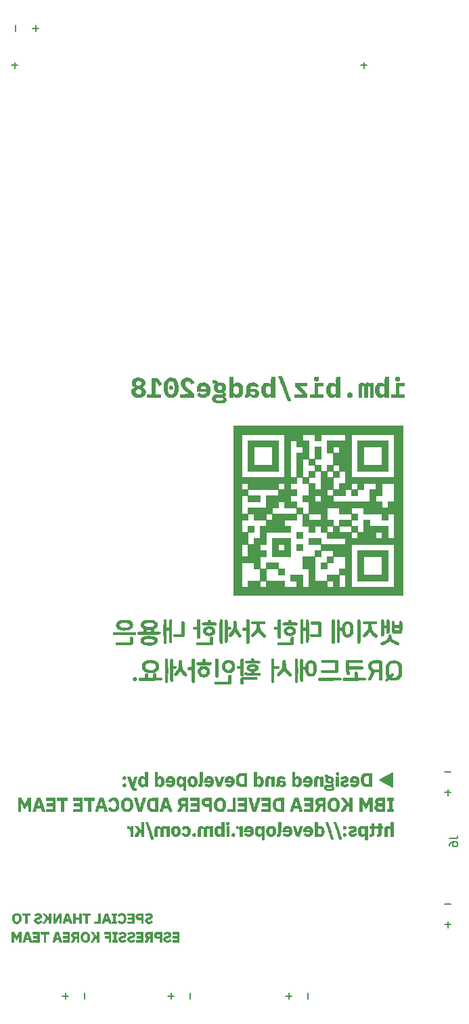
<source format=gbr>
G04 #@! TF.GenerationSoftware,KiCad,Pcbnew,(5.0.1)-3*
G04 #@! TF.CreationDate,2018-11-05T00:22:11+09:00*
G04 #@! TF.ProjectId,badge,62616467652E6B696361645F70636200,rev?*
G04 #@! TF.SameCoordinates,Original*
G04 #@! TF.FileFunction,Legend,Bot*
G04 #@! TF.FilePolarity,Positive*
%FSLAX46Y46*%
G04 Gerber Fmt 4.6, Leading zero omitted, Abs format (unit mm)*
G04 Created by KiCad (PCBNEW (5.0.1)-3) date 2018-11-05 오전 12:22:11*
%MOMM*%
%LPD*%
G01*
G04 APERTURE LIST*
%ADD10C,0.010000*%
%ADD11C,0.150000*%
G04 APERTURE END LIST*
D10*
G04 #@! TO.C,G\002A\002A\002A*
G36*
X112839500Y-128058333D02*
X113199334Y-128058333D01*
X113199334Y-129095500D01*
X113432167Y-129095500D01*
X113432167Y-128058333D01*
X113792000Y-128058333D01*
X113792000Y-127846667D01*
X112839500Y-127846667D01*
X112839500Y-128058333D01*
X112839500Y-128058333D01*
G37*
X112839500Y-128058333D02*
X113199334Y-128058333D01*
X113199334Y-129095500D01*
X113432167Y-129095500D01*
X113432167Y-128058333D01*
X113792000Y-128058333D01*
X113792000Y-127846667D01*
X112839500Y-127846667D01*
X112839500Y-128058333D01*
G36*
X116200275Y-128156238D02*
X116194417Y-128465809D01*
X115951000Y-128161529D01*
X115707584Y-127857250D01*
X115575292Y-127850948D01*
X115506810Y-127849561D01*
X115459008Y-127852174D01*
X115443000Y-127857541D01*
X115455942Y-127877362D01*
X115491631Y-127923535D01*
X115545366Y-127990188D01*
X115612445Y-128071446D01*
X115652593Y-128119370D01*
X115862185Y-128368303D01*
X115631426Y-128721562D01*
X115561029Y-128829825D01*
X115499296Y-128925711D01*
X115449720Y-129003713D01*
X115415798Y-129058325D01*
X115401024Y-129084039D01*
X115400667Y-129085161D01*
X115419961Y-129090472D01*
X115470360Y-129094202D01*
X115535612Y-129095500D01*
X115670556Y-129095500D01*
X115844965Y-128819382D01*
X115905933Y-128724831D01*
X115959765Y-128645045D01*
X116002231Y-128586007D01*
X116029102Y-128553697D01*
X116035755Y-128549507D01*
X116057333Y-128568086D01*
X116095770Y-128609441D01*
X116128568Y-128647711D01*
X116165965Y-128694729D01*
X116188611Y-128733781D01*
X116200201Y-128777915D01*
X116204431Y-128840181D01*
X116205000Y-128917586D01*
X116205000Y-129095500D01*
X116437834Y-129095500D01*
X116437834Y-127846667D01*
X116206132Y-127846667D01*
X116200275Y-128156238D01*
X116200275Y-128156238D01*
G37*
X116200275Y-128156238D02*
X116194417Y-128465809D01*
X115951000Y-128161529D01*
X115707584Y-127857250D01*
X115575292Y-127850948D01*
X115506810Y-127849561D01*
X115459008Y-127852174D01*
X115443000Y-127857541D01*
X115455942Y-127877362D01*
X115491631Y-127923535D01*
X115545366Y-127990188D01*
X115612445Y-128071446D01*
X115652593Y-128119370D01*
X115862185Y-128368303D01*
X115631426Y-128721562D01*
X115561029Y-128829825D01*
X115499296Y-128925711D01*
X115449720Y-129003713D01*
X115415798Y-129058325D01*
X115401024Y-129084039D01*
X115400667Y-129085161D01*
X115419961Y-129090472D01*
X115470360Y-129094202D01*
X115535612Y-129095500D01*
X115670556Y-129095500D01*
X115844965Y-128819382D01*
X115905933Y-128724831D01*
X115959765Y-128645045D01*
X116002231Y-128586007D01*
X116029102Y-128553697D01*
X116035755Y-128549507D01*
X116057333Y-128568086D01*
X116095770Y-128609441D01*
X116128568Y-128647711D01*
X116165965Y-128694729D01*
X116188611Y-128733781D01*
X116200201Y-128777915D01*
X116204431Y-128840181D01*
X116205000Y-128917586D01*
X116205000Y-129095500D01*
X116437834Y-129095500D01*
X116437834Y-127846667D01*
X116206132Y-127846667D01*
X116200275Y-128156238D01*
G36*
X116734167Y-129097520D02*
X116865798Y-129091218D01*
X116997428Y-129084917D01*
X117154655Y-128820333D01*
X117221043Y-128707502D01*
X117288986Y-128590127D01*
X117350960Y-128481321D01*
X117399440Y-128394197D01*
X117403671Y-128386417D01*
X117495460Y-128217083D01*
X117495813Y-128656292D01*
X117496167Y-129095500D01*
X117729000Y-129095500D01*
X117729000Y-127846667D01*
X117596709Y-127846953D01*
X117464417Y-127847240D01*
X117270651Y-128180328D01*
X117203379Y-128296692D01*
X117138992Y-128409379D01*
X117082413Y-128509672D01*
X117038568Y-128588858D01*
X117016651Y-128629833D01*
X116956417Y-128746250D01*
X116950705Y-128296458D01*
X116944992Y-127846667D01*
X116734167Y-127846667D01*
X116734167Y-129097520D01*
X116734167Y-129097520D01*
G37*
X116734167Y-129097520D02*
X116865798Y-129091218D01*
X116997428Y-129084917D01*
X117154655Y-128820333D01*
X117221043Y-128707502D01*
X117288986Y-128590127D01*
X117350960Y-128481321D01*
X117399440Y-128394197D01*
X117403671Y-128386417D01*
X117495460Y-128217083D01*
X117495813Y-128656292D01*
X117496167Y-129095500D01*
X117729000Y-129095500D01*
X117729000Y-127846667D01*
X117596709Y-127846953D01*
X117464417Y-127847240D01*
X117270651Y-128180328D01*
X117203379Y-128296692D01*
X117138992Y-128409379D01*
X117082413Y-128509672D01*
X117038568Y-128588858D01*
X117016651Y-128629833D01*
X116956417Y-128746250D01*
X116950705Y-128296458D01*
X116944992Y-127846667D01*
X116734167Y-127846667D01*
X116734167Y-129097520D01*
G36*
X118125875Y-128455692D02*
X118074395Y-128608366D01*
X118027605Y-128748103D01*
X117987164Y-128869869D01*
X117954732Y-128968632D01*
X117931968Y-129039359D01*
X117920532Y-129077015D01*
X117919500Y-129081659D01*
X117938622Y-129089260D01*
X117988095Y-129092436D01*
X118039537Y-129091264D01*
X118159573Y-129084917D01*
X118210866Y-128930762D01*
X118262159Y-128776608D01*
X118486317Y-128782596D01*
X118710476Y-128788583D01*
X118799148Y-129084917D01*
X118920241Y-129091264D01*
X118985086Y-129092006D01*
X119028506Y-129087399D01*
X119040023Y-129080681D01*
X119033122Y-129057101D01*
X119014225Y-128998531D01*
X118985019Y-128910043D01*
X118947191Y-128796707D01*
X118902429Y-128663595D01*
X118865281Y-128553791D01*
X118639167Y-128553791D01*
X118619720Y-128559763D01*
X118568245Y-128564191D01*
X118495042Y-128566270D01*
X118478991Y-128566333D01*
X118397762Y-128565338D01*
X118350949Y-128561039D01*
X118330653Y-128551466D01*
X118328979Y-128534650D01*
X118330479Y-128529292D01*
X118341424Y-128494635D01*
X118361967Y-128429669D01*
X118388930Y-128344447D01*
X118412490Y-128270000D01*
X118482837Y-128047750D01*
X118561002Y-128294500D01*
X118591060Y-128390354D01*
X118615761Y-128470976D01*
X118632622Y-128528119D01*
X118639156Y-128553540D01*
X118639167Y-128553791D01*
X118865281Y-128553791D01*
X118852420Y-128515777D01*
X118833648Y-128460500D01*
X118628584Y-127857250D01*
X118332250Y-127845678D01*
X118125875Y-128455692D01*
X118125875Y-128455692D01*
G37*
X118125875Y-128455692D02*
X118074395Y-128608366D01*
X118027605Y-128748103D01*
X117987164Y-128869869D01*
X117954732Y-128968632D01*
X117931968Y-129039359D01*
X117920532Y-129077015D01*
X117919500Y-129081659D01*
X117938622Y-129089260D01*
X117988095Y-129092436D01*
X118039537Y-129091264D01*
X118159573Y-129084917D01*
X118210866Y-128930762D01*
X118262159Y-128776608D01*
X118486317Y-128782596D01*
X118710476Y-128788583D01*
X118799148Y-129084917D01*
X118920241Y-129091264D01*
X118985086Y-129092006D01*
X119028506Y-129087399D01*
X119040023Y-129080681D01*
X119033122Y-129057101D01*
X119014225Y-128998531D01*
X118985019Y-128910043D01*
X118947191Y-128796707D01*
X118902429Y-128663595D01*
X118865281Y-128553791D01*
X118639167Y-128553791D01*
X118619720Y-128559763D01*
X118568245Y-128564191D01*
X118495042Y-128566270D01*
X118478991Y-128566333D01*
X118397762Y-128565338D01*
X118350949Y-128561039D01*
X118330653Y-128551466D01*
X118328979Y-128534650D01*
X118330479Y-128529292D01*
X118341424Y-128494635D01*
X118361967Y-128429669D01*
X118388930Y-128344447D01*
X118412490Y-128270000D01*
X118482837Y-128047750D01*
X118561002Y-128294500D01*
X118591060Y-128390354D01*
X118615761Y-128470976D01*
X118632622Y-128528119D01*
X118639156Y-128553540D01*
X118639167Y-128553791D01*
X118865281Y-128553791D01*
X118852420Y-128515777D01*
X118833648Y-128460500D01*
X118628584Y-127857250D01*
X118332250Y-127845678D01*
X118125875Y-128455692D01*
G36*
X119993834Y-128354667D02*
X119464667Y-128354667D01*
X119464667Y-127846667D01*
X119231834Y-127846667D01*
X119231834Y-129095500D01*
X119464667Y-129095500D01*
X119464667Y-128566333D01*
X119993834Y-128566333D01*
X119993834Y-129095500D01*
X120226667Y-129095500D01*
X120226667Y-127846667D01*
X119993834Y-127846667D01*
X119993834Y-128354667D01*
X119993834Y-128354667D01*
G37*
X119993834Y-128354667D02*
X119464667Y-128354667D01*
X119464667Y-127846667D01*
X119231834Y-127846667D01*
X119231834Y-129095500D01*
X119464667Y-129095500D01*
X119464667Y-128566333D01*
X119993834Y-128566333D01*
X119993834Y-129095500D01*
X120226667Y-129095500D01*
X120226667Y-127846667D01*
X119993834Y-127846667D01*
X119993834Y-128354667D01*
G36*
X120417167Y-128058333D02*
X120777000Y-128058333D01*
X120777000Y-129095500D01*
X121009834Y-129095500D01*
X121009834Y-128058333D01*
X121369667Y-128058333D01*
X121369667Y-127846667D01*
X120417167Y-127846667D01*
X120417167Y-128058333D01*
X120417167Y-128058333D01*
G37*
X120417167Y-128058333D02*
X120777000Y-128058333D01*
X120777000Y-129095500D01*
X121009834Y-129095500D01*
X121009834Y-128058333D01*
X121369667Y-128058333D01*
X121369667Y-127846667D01*
X120417167Y-127846667D01*
X120417167Y-128058333D01*
G36*
X122385667Y-128883833D02*
X121877667Y-128883833D01*
X121877667Y-129095500D01*
X122618500Y-129095500D01*
X122618500Y-127846667D01*
X122385667Y-127846667D01*
X122385667Y-128883833D01*
X122385667Y-128883833D01*
G37*
X122385667Y-128883833D02*
X121877667Y-128883833D01*
X121877667Y-129095500D01*
X122618500Y-129095500D01*
X122618500Y-127846667D01*
X122385667Y-127846667D01*
X122385667Y-128883833D01*
G36*
X123015375Y-128455692D02*
X122963895Y-128608366D01*
X122917105Y-128748103D01*
X122876664Y-128869869D01*
X122844232Y-128968632D01*
X122821468Y-129039359D01*
X122810032Y-129077015D01*
X122809000Y-129081659D01*
X122828122Y-129089260D01*
X122877595Y-129092436D01*
X122929037Y-129091264D01*
X123049073Y-129084917D01*
X123100366Y-128930762D01*
X123151659Y-128776608D01*
X123375817Y-128782596D01*
X123599976Y-128788583D01*
X123688648Y-129084917D01*
X123809741Y-129091264D01*
X123874586Y-129092006D01*
X123918006Y-129087399D01*
X123929523Y-129080681D01*
X123922622Y-129057101D01*
X123903725Y-128998531D01*
X123874519Y-128910043D01*
X123836691Y-128796707D01*
X123791929Y-128663595D01*
X123754781Y-128553791D01*
X123528667Y-128553791D01*
X123509220Y-128559763D01*
X123457745Y-128564191D01*
X123384542Y-128566270D01*
X123368491Y-128566333D01*
X123287262Y-128565338D01*
X123240449Y-128561039D01*
X123220153Y-128551466D01*
X123218479Y-128534650D01*
X123219979Y-128529292D01*
X123230924Y-128494635D01*
X123251467Y-128429669D01*
X123278430Y-128344447D01*
X123301990Y-128270000D01*
X123372337Y-128047750D01*
X123450502Y-128294500D01*
X123480560Y-128390354D01*
X123505261Y-128470976D01*
X123522122Y-128528119D01*
X123528656Y-128553540D01*
X123528667Y-128553791D01*
X123754781Y-128553791D01*
X123741920Y-128515777D01*
X123723148Y-128460500D01*
X123518084Y-127857250D01*
X123221750Y-127845678D01*
X123015375Y-128455692D01*
X123015375Y-128455692D01*
G37*
X123015375Y-128455692D02*
X122963895Y-128608366D01*
X122917105Y-128748103D01*
X122876664Y-128869869D01*
X122844232Y-128968632D01*
X122821468Y-129039359D01*
X122810032Y-129077015D01*
X122809000Y-129081659D01*
X122828122Y-129089260D01*
X122877595Y-129092436D01*
X122929037Y-129091264D01*
X123049073Y-129084917D01*
X123100366Y-128930762D01*
X123151659Y-128776608D01*
X123375817Y-128782596D01*
X123599976Y-128788583D01*
X123688648Y-129084917D01*
X123809741Y-129091264D01*
X123874586Y-129092006D01*
X123918006Y-129087399D01*
X123929523Y-129080681D01*
X123922622Y-129057101D01*
X123903725Y-128998531D01*
X123874519Y-128910043D01*
X123836691Y-128796707D01*
X123791929Y-128663595D01*
X123754781Y-128553791D01*
X123528667Y-128553791D01*
X123509220Y-128559763D01*
X123457745Y-128564191D01*
X123384542Y-128566270D01*
X123368491Y-128566333D01*
X123287262Y-128565338D01*
X123240449Y-128561039D01*
X123220153Y-128551466D01*
X123218479Y-128534650D01*
X123219979Y-128529292D01*
X123230924Y-128494635D01*
X123251467Y-128429669D01*
X123278430Y-128344447D01*
X123301990Y-128270000D01*
X123372337Y-128047750D01*
X123450502Y-128294500D01*
X123480560Y-128390354D01*
X123505261Y-128470976D01*
X123522122Y-128528119D01*
X123528656Y-128553540D01*
X123528667Y-128553791D01*
X123754781Y-128553791D01*
X123741920Y-128515777D01*
X123723148Y-128460500D01*
X123518084Y-127857250D01*
X123221750Y-127845678D01*
X123015375Y-128455692D01*
G36*
X124057834Y-128058333D02*
X124227167Y-128058333D01*
X124227167Y-128883833D01*
X124057834Y-128883833D01*
X124057834Y-129095500D01*
X124629334Y-129095500D01*
X124629334Y-128883833D01*
X124481167Y-128883833D01*
X124481167Y-128058333D01*
X124629334Y-128058333D01*
X124629334Y-127846667D01*
X124057834Y-127846667D01*
X124057834Y-128058333D01*
X124057834Y-128058333D01*
G37*
X124057834Y-128058333D02*
X124227167Y-128058333D01*
X124227167Y-128883833D01*
X124057834Y-128883833D01*
X124057834Y-129095500D01*
X124629334Y-129095500D01*
X124629334Y-128883833D01*
X124481167Y-128883833D01*
X124481167Y-128058333D01*
X124629334Y-128058333D01*
X124629334Y-127846667D01*
X124057834Y-127846667D01*
X124057834Y-128058333D01*
G36*
X126005167Y-128058333D02*
X126597834Y-128058333D01*
X126597834Y-128354667D01*
X126068667Y-128354667D01*
X126068667Y-128566333D01*
X126597834Y-128566333D01*
X126597834Y-128883833D01*
X126005167Y-128883833D01*
X126005167Y-129095500D01*
X126830667Y-129095500D01*
X126830667Y-127846667D01*
X126005167Y-127846667D01*
X126005167Y-128058333D01*
X126005167Y-128058333D01*
G37*
X126005167Y-128058333D02*
X126597834Y-128058333D01*
X126597834Y-128354667D01*
X126068667Y-128354667D01*
X126068667Y-128566333D01*
X126597834Y-128566333D01*
X126597834Y-128883833D01*
X126005167Y-128883833D01*
X126005167Y-129095500D01*
X126830667Y-129095500D01*
X126830667Y-127846667D01*
X126005167Y-127846667D01*
X126005167Y-128058333D01*
G36*
X127523280Y-127847193D02*
X127430478Y-127849407D01*
X127363323Y-127854257D01*
X127313476Y-127862695D01*
X127272597Y-127875669D01*
X127232346Y-127894131D01*
X127232027Y-127894292D01*
X127143677Y-127960473D01*
X127082560Y-128050408D01*
X127048679Y-128155440D01*
X127042032Y-128266913D01*
X127062619Y-128376171D01*
X127110441Y-128474557D01*
X127185498Y-128553415D01*
X127232027Y-128582208D01*
X127285782Y-128605605D01*
X127342158Y-128620020D01*
X127413640Y-128627425D01*
X127512713Y-128629790D01*
X127533652Y-128629833D01*
X127740834Y-128629833D01*
X127740834Y-129095500D01*
X127973667Y-129095500D01*
X127973667Y-128058333D01*
X127740834Y-128058333D01*
X127740834Y-128418167D01*
X127557292Y-128418167D01*
X127458399Y-128416026D01*
X127392715Y-128408665D01*
X127351289Y-128394672D01*
X127335042Y-128383136D01*
X127308310Y-128335374D01*
X127295988Y-128264689D01*
X127298295Y-128188043D01*
X127315449Y-128122396D01*
X127331364Y-128097042D01*
X127356172Y-128077716D01*
X127394146Y-128065930D01*
X127454819Y-128060024D01*
X127547725Y-128058337D01*
X127553614Y-128058333D01*
X127740834Y-128058333D01*
X127973667Y-128058333D01*
X127973667Y-127846667D01*
X127650069Y-127846667D01*
X127523280Y-127847193D01*
X127523280Y-127847193D01*
G37*
X127523280Y-127847193D02*
X127430478Y-127849407D01*
X127363323Y-127854257D01*
X127313476Y-127862695D01*
X127272597Y-127875669D01*
X127232346Y-127894131D01*
X127232027Y-127894292D01*
X127143677Y-127960473D01*
X127082560Y-128050408D01*
X127048679Y-128155440D01*
X127042032Y-128266913D01*
X127062619Y-128376171D01*
X127110441Y-128474557D01*
X127185498Y-128553415D01*
X127232027Y-128582208D01*
X127285782Y-128605605D01*
X127342158Y-128620020D01*
X127413640Y-128627425D01*
X127512713Y-128629790D01*
X127533652Y-128629833D01*
X127740834Y-128629833D01*
X127740834Y-129095500D01*
X127973667Y-129095500D01*
X127973667Y-128058333D01*
X127740834Y-128058333D01*
X127740834Y-128418167D01*
X127557292Y-128418167D01*
X127458399Y-128416026D01*
X127392715Y-128408665D01*
X127351289Y-128394672D01*
X127335042Y-128383136D01*
X127308310Y-128335374D01*
X127295988Y-128264689D01*
X127298295Y-128188043D01*
X127315449Y-128122396D01*
X127331364Y-128097042D01*
X127356172Y-128077716D01*
X127394146Y-128065930D01*
X127454819Y-128060024D01*
X127547725Y-128058337D01*
X127553614Y-128058333D01*
X127740834Y-128058333D01*
X127973667Y-128058333D01*
X127973667Y-127846667D01*
X127650069Y-127846667D01*
X127523280Y-127847193D01*
G36*
X112073689Y-127837444D02*
X111961368Y-127857519D01*
X111894340Y-127883460D01*
X111780931Y-127964709D01*
X111697074Y-128073197D01*
X111642025Y-128210475D01*
X111615039Y-128378091D01*
X111611834Y-128471083D01*
X111625615Y-128654756D01*
X111667285Y-128807174D01*
X111737334Y-128929353D01*
X111836252Y-129022309D01*
X111894340Y-129056952D01*
X111992691Y-129091186D01*
X112110573Y-129108827D01*
X112229731Y-129108673D01*
X112331913Y-129089521D01*
X112340860Y-129086379D01*
X112470818Y-129017619D01*
X112570567Y-128919238D01*
X112640067Y-128791317D01*
X112679277Y-128633934D01*
X112687017Y-128471083D01*
X112437334Y-128471083D01*
X112434084Y-128600732D01*
X112422529Y-128696395D01*
X112399959Y-128766048D01*
X112363664Y-128817665D01*
X112310936Y-128859223D01*
X112304015Y-128863523D01*
X112235364Y-128891607D01*
X112158638Y-128904709D01*
X112151584Y-128904842D01*
X112075956Y-128893816D01*
X112004897Y-128866859D01*
X111999153Y-128863523D01*
X111939109Y-128817446D01*
X111897759Y-128759722D01*
X111872235Y-128682437D01*
X111859671Y-128577678D01*
X111857025Y-128471083D01*
X111859216Y-128358491D01*
X111866654Y-128278229D01*
X111880636Y-128220479D01*
X111894207Y-128189689D01*
X111959039Y-128109627D01*
X112046762Y-128058143D01*
X112146591Y-128038158D01*
X112247745Y-128052593D01*
X112304015Y-128078643D01*
X112358717Y-128119581D01*
X112396687Y-128169701D01*
X112420634Y-128236978D01*
X112433269Y-128329389D01*
X112437299Y-128454909D01*
X112437334Y-128471083D01*
X112687017Y-128471083D01*
X112688154Y-128447169D01*
X112687054Y-128420247D01*
X112665957Y-128247066D01*
X112620621Y-128106325D01*
X112549233Y-127994556D01*
X112449980Y-127908293D01*
X112405584Y-127882015D01*
X112311941Y-127849646D01*
X112195928Y-127834805D01*
X112073689Y-127837444D01*
X112073689Y-127837444D01*
G37*
X112073689Y-127837444D02*
X111961368Y-127857519D01*
X111894340Y-127883460D01*
X111780931Y-127964709D01*
X111697074Y-128073197D01*
X111642025Y-128210475D01*
X111615039Y-128378091D01*
X111611834Y-128471083D01*
X111625615Y-128654756D01*
X111667285Y-128807174D01*
X111737334Y-128929353D01*
X111836252Y-129022309D01*
X111894340Y-129056952D01*
X111992691Y-129091186D01*
X112110573Y-129108827D01*
X112229731Y-129108673D01*
X112331913Y-129089521D01*
X112340860Y-129086379D01*
X112470818Y-129017619D01*
X112570567Y-128919238D01*
X112640067Y-128791317D01*
X112679277Y-128633934D01*
X112687017Y-128471083D01*
X112437334Y-128471083D01*
X112434084Y-128600732D01*
X112422529Y-128696395D01*
X112399959Y-128766048D01*
X112363664Y-128817665D01*
X112310936Y-128859223D01*
X112304015Y-128863523D01*
X112235364Y-128891607D01*
X112158638Y-128904709D01*
X112151584Y-128904842D01*
X112075956Y-128893816D01*
X112004897Y-128866859D01*
X111999153Y-128863523D01*
X111939109Y-128817446D01*
X111897759Y-128759722D01*
X111872235Y-128682437D01*
X111859671Y-128577678D01*
X111857025Y-128471083D01*
X111859216Y-128358491D01*
X111866654Y-128278229D01*
X111880636Y-128220479D01*
X111894207Y-128189689D01*
X111959039Y-128109627D01*
X112046762Y-128058143D01*
X112146591Y-128038158D01*
X112247745Y-128052593D01*
X112304015Y-128078643D01*
X112358717Y-128119581D01*
X112396687Y-128169701D01*
X112420634Y-128236978D01*
X112433269Y-128329389D01*
X112437299Y-128454909D01*
X112437334Y-128471083D01*
X112687017Y-128471083D01*
X112688154Y-128447169D01*
X112687054Y-128420247D01*
X112665957Y-128247066D01*
X112620621Y-128106325D01*
X112549233Y-127994556D01*
X112449980Y-127908293D01*
X112405584Y-127882015D01*
X112311941Y-127849646D01*
X112195928Y-127834805D01*
X112073689Y-127837444D01*
G36*
X114670994Y-127839472D02*
X114544522Y-127878986D01*
X114446118Y-127935251D01*
X114358620Y-127998634D01*
X114438209Y-128080140D01*
X114517797Y-128161645D01*
X114590342Y-128106312D01*
X114663521Y-128067836D01*
X114753747Y-128044267D01*
X114844627Y-128037952D01*
X114919765Y-128051239D01*
X114932978Y-128057251D01*
X114984321Y-128106338D01*
X115007421Y-128174367D01*
X114999757Y-128234944D01*
X114975160Y-128272196D01*
X114928696Y-128302443D01*
X114853728Y-128328706D01*
X114743617Y-128354007D01*
X114733917Y-128355918D01*
X114587207Y-128395777D01*
X114477773Y-128451808D01*
X114402958Y-128526138D01*
X114360103Y-128620893D01*
X114351825Y-128661486D01*
X114353321Y-128784367D01*
X114392237Y-128896969D01*
X114463749Y-128991773D01*
X114563035Y-129061262D01*
X114623334Y-129084688D01*
X114790187Y-129113046D01*
X114956688Y-129100346D01*
X115020755Y-129084027D01*
X115096641Y-129050802D01*
X115174442Y-129002053D01*
X115200672Y-128981125D01*
X115284250Y-128907913D01*
X115126500Y-128747955D01*
X115067792Y-128803964D01*
X114979361Y-128867670D01*
X114876262Y-128899418D01*
X114794411Y-128905000D01*
X114723058Y-128898438D01*
X114670529Y-128872920D01*
X114637039Y-128843128D01*
X114597511Y-128793170D01*
X114576308Y-128746057D01*
X114575167Y-128736333D01*
X114594282Y-128679673D01*
X114644134Y-128627320D01*
X114713480Y-128589056D01*
X114758011Y-128577205D01*
X114909181Y-128548074D01*
X115024116Y-128513545D01*
X115108851Y-128470547D01*
X115169420Y-128416009D01*
X115211857Y-128346861D01*
X115212202Y-128346104D01*
X115246100Y-128241300D01*
X115244448Y-128144251D01*
X115206901Y-128040409D01*
X115204875Y-128036360D01*
X115137926Y-127947945D01*
X115043055Y-127882982D01*
X114928269Y-127842537D01*
X114801580Y-127827678D01*
X114670994Y-127839472D01*
X114670994Y-127839472D01*
G37*
X114670994Y-127839472D02*
X114544522Y-127878986D01*
X114446118Y-127935251D01*
X114358620Y-127998634D01*
X114438209Y-128080140D01*
X114517797Y-128161645D01*
X114590342Y-128106312D01*
X114663521Y-128067836D01*
X114753747Y-128044267D01*
X114844627Y-128037952D01*
X114919765Y-128051239D01*
X114932978Y-128057251D01*
X114984321Y-128106338D01*
X115007421Y-128174367D01*
X114999757Y-128234944D01*
X114975160Y-128272196D01*
X114928696Y-128302443D01*
X114853728Y-128328706D01*
X114743617Y-128354007D01*
X114733917Y-128355918D01*
X114587207Y-128395777D01*
X114477773Y-128451808D01*
X114402958Y-128526138D01*
X114360103Y-128620893D01*
X114351825Y-128661486D01*
X114353321Y-128784367D01*
X114392237Y-128896969D01*
X114463749Y-128991773D01*
X114563035Y-129061262D01*
X114623334Y-129084688D01*
X114790187Y-129113046D01*
X114956688Y-129100346D01*
X115020755Y-129084027D01*
X115096641Y-129050802D01*
X115174442Y-129002053D01*
X115200672Y-128981125D01*
X115284250Y-128907913D01*
X115126500Y-128747955D01*
X115067792Y-128803964D01*
X114979361Y-128867670D01*
X114876262Y-128899418D01*
X114794411Y-128905000D01*
X114723058Y-128898438D01*
X114670529Y-128872920D01*
X114637039Y-128843128D01*
X114597511Y-128793170D01*
X114576308Y-128746057D01*
X114575167Y-128736333D01*
X114594282Y-128679673D01*
X114644134Y-128627320D01*
X114713480Y-128589056D01*
X114758011Y-128577205D01*
X114909181Y-128548074D01*
X115024116Y-128513545D01*
X115108851Y-128470547D01*
X115169420Y-128416009D01*
X115211857Y-128346861D01*
X115212202Y-128346104D01*
X115246100Y-128241300D01*
X115244448Y-128144251D01*
X115206901Y-128040409D01*
X115204875Y-128036360D01*
X115137926Y-127947945D01*
X115043055Y-127882982D01*
X114928269Y-127842537D01*
X114801580Y-127827678D01*
X114670994Y-127839472D01*
G36*
X125163794Y-127836176D02*
X125033867Y-127875511D01*
X124923369Y-127945427D01*
X124839613Y-128042283D01*
X124823191Y-128071289D01*
X124813871Y-128098998D01*
X124824354Y-128121858D01*
X124861574Y-128148564D01*
X124903744Y-128172295D01*
X124962883Y-128203475D01*
X124995304Y-128215232D01*
X125011222Y-128208829D01*
X125020475Y-128186727D01*
X125045004Y-128145948D01*
X125088391Y-128099213D01*
X125097756Y-128091013D01*
X125179262Y-128047837D01*
X125272080Y-128038020D01*
X125365051Y-128059043D01*
X125447016Y-128108386D01*
X125506723Y-128183346D01*
X125523620Y-128232642D01*
X125534099Y-128306456D01*
X125538944Y-128411840D01*
X125539500Y-128477485D01*
X125538572Y-128582775D01*
X125534714Y-128655835D01*
X125526317Y-128706749D01*
X125511771Y-128745599D01*
X125491240Y-128779853D01*
X125427401Y-128852941D01*
X125352827Y-128891135D01*
X125256501Y-128899476D01*
X125233111Y-128897960D01*
X125166073Y-128888215D01*
X125117570Y-128866370D01*
X125069408Y-128822795D01*
X125049300Y-128800668D01*
X124970795Y-128712205D01*
X124884425Y-128766728D01*
X124833324Y-128800812D01*
X124812263Y-128825160D01*
X124815103Y-128852012D01*
X124828100Y-128879000D01*
X124902462Y-128977473D01*
X125007265Y-129050770D01*
X125136709Y-129095603D01*
X125231627Y-129107940D01*
X125317628Y-129107801D01*
X125400655Y-129100053D01*
X125441943Y-129091763D01*
X125508303Y-129061036D01*
X125584202Y-129007428D01*
X125625254Y-128970983D01*
X125701699Y-128881410D01*
X125753237Y-128781013D01*
X125782326Y-128661707D01*
X125791419Y-128515410D01*
X125789300Y-128430983D01*
X125767115Y-128249346D01*
X125718786Y-128100820D01*
X125643918Y-127984916D01*
X125542116Y-127901144D01*
X125412986Y-127849014D01*
X125305837Y-127831061D01*
X125163794Y-127836176D01*
X125163794Y-127836176D01*
G37*
X125163794Y-127836176D02*
X125033867Y-127875511D01*
X124923369Y-127945427D01*
X124839613Y-128042283D01*
X124823191Y-128071289D01*
X124813871Y-128098998D01*
X124824354Y-128121858D01*
X124861574Y-128148564D01*
X124903744Y-128172295D01*
X124962883Y-128203475D01*
X124995304Y-128215232D01*
X125011222Y-128208829D01*
X125020475Y-128186727D01*
X125045004Y-128145948D01*
X125088391Y-128099213D01*
X125097756Y-128091013D01*
X125179262Y-128047837D01*
X125272080Y-128038020D01*
X125365051Y-128059043D01*
X125447016Y-128108386D01*
X125506723Y-128183346D01*
X125523620Y-128232642D01*
X125534099Y-128306456D01*
X125538944Y-128411840D01*
X125539500Y-128477485D01*
X125538572Y-128582775D01*
X125534714Y-128655835D01*
X125526317Y-128706749D01*
X125511771Y-128745599D01*
X125491240Y-128779853D01*
X125427401Y-128852941D01*
X125352827Y-128891135D01*
X125256501Y-128899476D01*
X125233111Y-128897960D01*
X125166073Y-128888215D01*
X125117570Y-128866370D01*
X125069408Y-128822795D01*
X125049300Y-128800668D01*
X124970795Y-128712205D01*
X124884425Y-128766728D01*
X124833324Y-128800812D01*
X124812263Y-128825160D01*
X124815103Y-128852012D01*
X124828100Y-128879000D01*
X124902462Y-128977473D01*
X125007265Y-129050770D01*
X125136709Y-129095603D01*
X125231627Y-129107940D01*
X125317628Y-129107801D01*
X125400655Y-129100053D01*
X125441943Y-129091763D01*
X125508303Y-129061036D01*
X125584202Y-129007428D01*
X125625254Y-128970983D01*
X125701699Y-128881410D01*
X125753237Y-128781013D01*
X125782326Y-128661707D01*
X125791419Y-128515410D01*
X125789300Y-128430983D01*
X125767115Y-128249346D01*
X125718786Y-128100820D01*
X125643918Y-127984916D01*
X125542116Y-127901144D01*
X125412986Y-127849014D01*
X125305837Y-127831061D01*
X125163794Y-127836176D01*
G36*
X128535161Y-127839472D02*
X128408689Y-127878986D01*
X128310285Y-127935251D01*
X128222787Y-127998634D01*
X128302375Y-128080140D01*
X128381964Y-128161645D01*
X128454509Y-128106312D01*
X128527688Y-128067836D01*
X128617914Y-128044267D01*
X128708793Y-128037952D01*
X128783932Y-128051239D01*
X128797145Y-128057251D01*
X128848487Y-128106338D01*
X128871588Y-128174367D01*
X128863924Y-128234944D01*
X128839326Y-128272196D01*
X128792863Y-128302443D01*
X128717895Y-128328706D01*
X128607783Y-128354007D01*
X128598084Y-128355918D01*
X128451374Y-128395777D01*
X128341940Y-128451808D01*
X128267125Y-128526138D01*
X128224270Y-128620893D01*
X128215992Y-128661486D01*
X128217488Y-128784367D01*
X128256403Y-128896969D01*
X128327916Y-128991773D01*
X128427202Y-129061262D01*
X128487501Y-129084688D01*
X128654354Y-129113046D01*
X128820855Y-129100346D01*
X128884922Y-129084027D01*
X128960808Y-129050802D01*
X129038609Y-129002053D01*
X129064839Y-128981125D01*
X129148417Y-128907913D01*
X128990667Y-128747955D01*
X128931959Y-128803964D01*
X128843528Y-128867670D01*
X128740429Y-128899418D01*
X128658578Y-128905000D01*
X128587225Y-128898438D01*
X128534696Y-128872920D01*
X128501206Y-128843128D01*
X128461678Y-128793170D01*
X128440475Y-128746057D01*
X128439334Y-128736333D01*
X128458449Y-128679673D01*
X128508300Y-128627320D01*
X128577647Y-128589056D01*
X128622177Y-128577205D01*
X128773348Y-128548074D01*
X128888283Y-128513545D01*
X128973018Y-128470547D01*
X129033587Y-128416009D01*
X129076023Y-128346861D01*
X129076368Y-128346104D01*
X129110267Y-128241300D01*
X129108615Y-128144251D01*
X129071068Y-128040409D01*
X129069042Y-128036360D01*
X129002093Y-127947945D01*
X128907221Y-127882982D01*
X128792436Y-127842537D01*
X128665746Y-127827678D01*
X128535161Y-127839472D01*
X128535161Y-127839472D01*
G37*
X128535161Y-127839472D02*
X128408689Y-127878986D01*
X128310285Y-127935251D01*
X128222787Y-127998634D01*
X128302375Y-128080140D01*
X128381964Y-128161645D01*
X128454509Y-128106312D01*
X128527688Y-128067836D01*
X128617914Y-128044267D01*
X128708793Y-128037952D01*
X128783932Y-128051239D01*
X128797145Y-128057251D01*
X128848487Y-128106338D01*
X128871588Y-128174367D01*
X128863924Y-128234944D01*
X128839326Y-128272196D01*
X128792863Y-128302443D01*
X128717895Y-128328706D01*
X128607783Y-128354007D01*
X128598084Y-128355918D01*
X128451374Y-128395777D01*
X128341940Y-128451808D01*
X128267125Y-128526138D01*
X128224270Y-128620893D01*
X128215992Y-128661486D01*
X128217488Y-128784367D01*
X128256403Y-128896969D01*
X128327916Y-128991773D01*
X128427202Y-129061262D01*
X128487501Y-129084688D01*
X128654354Y-129113046D01*
X128820855Y-129100346D01*
X128884922Y-129084027D01*
X128960808Y-129050802D01*
X129038609Y-129002053D01*
X129064839Y-128981125D01*
X129148417Y-128907913D01*
X128990667Y-128747955D01*
X128931959Y-128803964D01*
X128843528Y-128867670D01*
X128740429Y-128899418D01*
X128658578Y-128905000D01*
X128587225Y-128898438D01*
X128534696Y-128872920D01*
X128501206Y-128843128D01*
X128461678Y-128793170D01*
X128440475Y-128746057D01*
X128439334Y-128736333D01*
X128458449Y-128679673D01*
X128508300Y-128627320D01*
X128577647Y-128589056D01*
X128622177Y-128577205D01*
X128773348Y-128548074D01*
X128888283Y-128513545D01*
X128973018Y-128470547D01*
X129033587Y-128416009D01*
X129076023Y-128346861D01*
X129076368Y-128346104D01*
X129110267Y-128241300D01*
X129108615Y-128144251D01*
X129071068Y-128040409D01*
X129069042Y-128036360D01*
X129002093Y-127947945D01*
X128907221Y-127882982D01*
X128792436Y-127842537D01*
X128665746Y-127827678D01*
X128535161Y-127839472D01*
G36*
X112288044Y-130471202D02*
X112233878Y-130571786D01*
X112186391Y-130657702D01*
X112149168Y-130722642D01*
X112125794Y-130760299D01*
X112119834Y-130767177D01*
X112106953Y-130749334D01*
X112078258Y-130700205D01*
X112037293Y-130626154D01*
X111987606Y-130533542D01*
X111954698Y-130470975D01*
X111800146Y-130175000D01*
X111548334Y-130175000D01*
X111548334Y-131423833D01*
X111759159Y-131423833D01*
X111764871Y-130974042D01*
X111770584Y-130524250D01*
X111926225Y-130820583D01*
X111981364Y-130924150D01*
X112031498Y-131015696D01*
X112072582Y-131088035D01*
X112100572Y-131133978D01*
X112109039Y-131145517D01*
X112124266Y-131152317D01*
X112144066Y-131139501D01*
X112172328Y-131102196D01*
X112212940Y-131035526D01*
X112252572Y-130965600D01*
X112306385Y-130868391D01*
X112358690Y-130772565D01*
X112402296Y-130691366D01*
X112423314Y-130651250D01*
X112477696Y-130545417D01*
X112478682Y-130984625D01*
X112479667Y-131423833D01*
X112712500Y-131423833D01*
X112712500Y-130175000D01*
X112445671Y-130175000D01*
X112288044Y-130471202D01*
X112288044Y-130471202D01*
G37*
X112288044Y-130471202D02*
X112233878Y-130571786D01*
X112186391Y-130657702D01*
X112149168Y-130722642D01*
X112125794Y-130760299D01*
X112119834Y-130767177D01*
X112106953Y-130749334D01*
X112078258Y-130700205D01*
X112037293Y-130626154D01*
X111987606Y-130533542D01*
X111954698Y-130470975D01*
X111800146Y-130175000D01*
X111548334Y-130175000D01*
X111548334Y-131423833D01*
X111759159Y-131423833D01*
X111764871Y-130974042D01*
X111770584Y-130524250D01*
X111926225Y-130820583D01*
X111981364Y-130924150D01*
X112031498Y-131015696D01*
X112072582Y-131088035D01*
X112100572Y-131133978D01*
X112109039Y-131145517D01*
X112124266Y-131152317D01*
X112144066Y-131139501D01*
X112172328Y-131102196D01*
X112212940Y-131035526D01*
X112252572Y-130965600D01*
X112306385Y-130868391D01*
X112358690Y-130772565D01*
X112402296Y-130691366D01*
X112423314Y-130651250D01*
X112477696Y-130545417D01*
X112478682Y-130984625D01*
X112479667Y-131423833D01*
X112712500Y-131423833D01*
X112712500Y-130175000D01*
X112445671Y-130175000D01*
X112288044Y-130471202D01*
G36*
X113109375Y-130784026D02*
X113057895Y-130936699D01*
X113011105Y-131076436D01*
X112970664Y-131198203D01*
X112938232Y-131296966D01*
X112915468Y-131367692D01*
X112904032Y-131405349D01*
X112903000Y-131409993D01*
X112922122Y-131417593D01*
X112971595Y-131420770D01*
X113023037Y-131419598D01*
X113143073Y-131413250D01*
X113194366Y-131259096D01*
X113245659Y-131104941D01*
X113469817Y-131110929D01*
X113693976Y-131116917D01*
X113738312Y-131265083D01*
X113782648Y-131413250D01*
X113903741Y-131419598D01*
X113968586Y-131420339D01*
X114012006Y-131415733D01*
X114023523Y-131409014D01*
X114016622Y-131385434D01*
X113997725Y-131326864D01*
X113968519Y-131238376D01*
X113930691Y-131125040D01*
X113885929Y-130991928D01*
X113848782Y-130882125D01*
X113622667Y-130882125D01*
X113603220Y-130888096D01*
X113551745Y-130892524D01*
X113478542Y-130894604D01*
X113462491Y-130894667D01*
X113381262Y-130893671D01*
X113334449Y-130889372D01*
X113314153Y-130879799D01*
X113312479Y-130862983D01*
X113313979Y-130857625D01*
X113324924Y-130822968D01*
X113345467Y-130758003D01*
X113372430Y-130672780D01*
X113395990Y-130598333D01*
X113466337Y-130376083D01*
X113544502Y-130622833D01*
X113574560Y-130718688D01*
X113599261Y-130799309D01*
X113616122Y-130856452D01*
X113622656Y-130881873D01*
X113622667Y-130882125D01*
X113848782Y-130882125D01*
X113835920Y-130844110D01*
X113817148Y-130788833D01*
X113612084Y-130185583D01*
X113463917Y-130179797D01*
X113315750Y-130174012D01*
X113109375Y-130784026D01*
X113109375Y-130784026D01*
G37*
X113109375Y-130784026D02*
X113057895Y-130936699D01*
X113011105Y-131076436D01*
X112970664Y-131198203D01*
X112938232Y-131296966D01*
X112915468Y-131367692D01*
X112904032Y-131405349D01*
X112903000Y-131409993D01*
X112922122Y-131417593D01*
X112971595Y-131420770D01*
X113023037Y-131419598D01*
X113143073Y-131413250D01*
X113194366Y-131259096D01*
X113245659Y-131104941D01*
X113469817Y-131110929D01*
X113693976Y-131116917D01*
X113738312Y-131265083D01*
X113782648Y-131413250D01*
X113903741Y-131419598D01*
X113968586Y-131420339D01*
X114012006Y-131415733D01*
X114023523Y-131409014D01*
X114016622Y-131385434D01*
X113997725Y-131326864D01*
X113968519Y-131238376D01*
X113930691Y-131125040D01*
X113885929Y-130991928D01*
X113848782Y-130882125D01*
X113622667Y-130882125D01*
X113603220Y-130888096D01*
X113551745Y-130892524D01*
X113478542Y-130894604D01*
X113462491Y-130894667D01*
X113381262Y-130893671D01*
X113334449Y-130889372D01*
X113314153Y-130879799D01*
X113312479Y-130862983D01*
X113313979Y-130857625D01*
X113324924Y-130822968D01*
X113345467Y-130758003D01*
X113372430Y-130672780D01*
X113395990Y-130598333D01*
X113466337Y-130376083D01*
X113544502Y-130622833D01*
X113574560Y-130718688D01*
X113599261Y-130799309D01*
X113616122Y-130856452D01*
X113622656Y-130881873D01*
X113622667Y-130882125D01*
X113848782Y-130882125D01*
X113835920Y-130844110D01*
X113817148Y-130788833D01*
X113612084Y-130185583D01*
X113463917Y-130179797D01*
X113315750Y-130174012D01*
X113109375Y-130784026D01*
G36*
X114173000Y-130386667D02*
X114765667Y-130386667D01*
X114765667Y-130683000D01*
X114236500Y-130683000D01*
X114236500Y-130894667D01*
X114765667Y-130894667D01*
X114765667Y-131212167D01*
X114173000Y-131212167D01*
X114173000Y-131423833D01*
X114998500Y-131423833D01*
X114998500Y-130175000D01*
X114173000Y-130175000D01*
X114173000Y-130386667D01*
X114173000Y-130386667D01*
G37*
X114173000Y-130386667D02*
X114765667Y-130386667D01*
X114765667Y-130683000D01*
X114236500Y-130683000D01*
X114236500Y-130894667D01*
X114765667Y-130894667D01*
X114765667Y-131212167D01*
X114173000Y-131212167D01*
X114173000Y-131423833D01*
X114998500Y-131423833D01*
X114998500Y-130175000D01*
X114173000Y-130175000D01*
X114173000Y-130386667D01*
G36*
X115189000Y-130386667D02*
X115548834Y-130386667D01*
X115548834Y-131423833D01*
X115781667Y-131423833D01*
X115781667Y-130386667D01*
X116141500Y-130386667D01*
X116141500Y-130175000D01*
X115189000Y-130175000D01*
X115189000Y-130386667D01*
X115189000Y-130386667D01*
G37*
X115189000Y-130386667D02*
X115548834Y-130386667D01*
X115548834Y-131423833D01*
X115781667Y-131423833D01*
X115781667Y-130386667D01*
X116141500Y-130386667D01*
X116141500Y-130175000D01*
X115189000Y-130175000D01*
X115189000Y-130386667D01*
G36*
X116855875Y-130784026D02*
X116804395Y-130936699D01*
X116757605Y-131076436D01*
X116717164Y-131198203D01*
X116684732Y-131296966D01*
X116661968Y-131367692D01*
X116650532Y-131405349D01*
X116649500Y-131409993D01*
X116668622Y-131417593D01*
X116718095Y-131420770D01*
X116769537Y-131419598D01*
X116889573Y-131413250D01*
X116940866Y-131259096D01*
X116992159Y-131104941D01*
X117216317Y-131110929D01*
X117440476Y-131116917D01*
X117484812Y-131265083D01*
X117529148Y-131413250D01*
X117650241Y-131419598D01*
X117715086Y-131420339D01*
X117758506Y-131415733D01*
X117770023Y-131409014D01*
X117763122Y-131385434D01*
X117744225Y-131326864D01*
X117715019Y-131238376D01*
X117677191Y-131125040D01*
X117632429Y-130991928D01*
X117595282Y-130882125D01*
X117369167Y-130882125D01*
X117349720Y-130888096D01*
X117298245Y-130892524D01*
X117225042Y-130894604D01*
X117208991Y-130894667D01*
X117127762Y-130893671D01*
X117080949Y-130889372D01*
X117060653Y-130879799D01*
X117058979Y-130862983D01*
X117060479Y-130857625D01*
X117071424Y-130822968D01*
X117091967Y-130758003D01*
X117118930Y-130672780D01*
X117142490Y-130598333D01*
X117212837Y-130376083D01*
X117291002Y-130622833D01*
X117321060Y-130718688D01*
X117345761Y-130799309D01*
X117362622Y-130856452D01*
X117369156Y-130881873D01*
X117369167Y-130882125D01*
X117595282Y-130882125D01*
X117582420Y-130844110D01*
X117563648Y-130788833D01*
X117358584Y-130185583D01*
X117210417Y-130179797D01*
X117062250Y-130174012D01*
X116855875Y-130784026D01*
X116855875Y-130784026D01*
G37*
X116855875Y-130784026D02*
X116804395Y-130936699D01*
X116757605Y-131076436D01*
X116717164Y-131198203D01*
X116684732Y-131296966D01*
X116661968Y-131367692D01*
X116650532Y-131405349D01*
X116649500Y-131409993D01*
X116668622Y-131417593D01*
X116718095Y-131420770D01*
X116769537Y-131419598D01*
X116889573Y-131413250D01*
X116940866Y-131259096D01*
X116992159Y-131104941D01*
X117216317Y-131110929D01*
X117440476Y-131116917D01*
X117484812Y-131265083D01*
X117529148Y-131413250D01*
X117650241Y-131419598D01*
X117715086Y-131420339D01*
X117758506Y-131415733D01*
X117770023Y-131409014D01*
X117763122Y-131385434D01*
X117744225Y-131326864D01*
X117715019Y-131238376D01*
X117677191Y-131125040D01*
X117632429Y-130991928D01*
X117595282Y-130882125D01*
X117369167Y-130882125D01*
X117349720Y-130888096D01*
X117298245Y-130892524D01*
X117225042Y-130894604D01*
X117208991Y-130894667D01*
X117127762Y-130893671D01*
X117080949Y-130889372D01*
X117060653Y-130879799D01*
X117058979Y-130862983D01*
X117060479Y-130857625D01*
X117071424Y-130822968D01*
X117091967Y-130758003D01*
X117118930Y-130672780D01*
X117142490Y-130598333D01*
X117212837Y-130376083D01*
X117291002Y-130622833D01*
X117321060Y-130718688D01*
X117345761Y-130799309D01*
X117362622Y-130856452D01*
X117369156Y-130881873D01*
X117369167Y-130882125D01*
X117595282Y-130882125D01*
X117582420Y-130844110D01*
X117563648Y-130788833D01*
X117358584Y-130185583D01*
X117210417Y-130179797D01*
X117062250Y-130174012D01*
X116855875Y-130784026D01*
G36*
X117919500Y-130386667D02*
X118512167Y-130386667D01*
X118512167Y-130683000D01*
X117983000Y-130683000D01*
X117983000Y-130894667D01*
X118512167Y-130894667D01*
X118512167Y-131212167D01*
X117919500Y-131212167D01*
X117919500Y-131423833D01*
X118745000Y-131423833D01*
X118745000Y-130175000D01*
X117919500Y-130175000D01*
X117919500Y-130386667D01*
X117919500Y-130386667D01*
G37*
X117919500Y-130386667D02*
X118512167Y-130386667D01*
X118512167Y-130683000D01*
X117983000Y-130683000D01*
X117983000Y-130894667D01*
X118512167Y-130894667D01*
X118512167Y-131212167D01*
X117919500Y-131212167D01*
X117919500Y-131423833D01*
X118745000Y-131423833D01*
X118745000Y-130175000D01*
X117919500Y-130175000D01*
X117919500Y-130386667D01*
G36*
X119479946Y-130175527D02*
X119387144Y-130177740D01*
X119319990Y-130182591D01*
X119270143Y-130191028D01*
X119229263Y-130204003D01*
X119189012Y-130222464D01*
X119188694Y-130222625D01*
X119107865Y-130277852D01*
X119051287Y-130355674D01*
X119046625Y-130364693D01*
X119004770Y-130488986D01*
X119001965Y-130611050D01*
X119035988Y-130724224D01*
X119104619Y-130821846D01*
X119205639Y-130897257D01*
X119227829Y-130908300D01*
X119221321Y-130927185D01*
X119198903Y-130976844D01*
X119163849Y-131050311D01*
X119119432Y-131140623D01*
X119105957Y-131167592D01*
X118977508Y-131423833D01*
X119109962Y-131422745D01*
X119242417Y-131421656D01*
X119472591Y-130937000D01*
X119697500Y-130937000D01*
X119697500Y-131423833D01*
X119930334Y-131423833D01*
X119930334Y-130386667D01*
X119697500Y-130386667D01*
X119697500Y-130725333D01*
X119513959Y-130725333D01*
X119415065Y-130723193D01*
X119349382Y-130715832D01*
X119307956Y-130701838D01*
X119291709Y-130690303D01*
X119263528Y-130644230D01*
X119253173Y-130568757D01*
X119253000Y-130554231D01*
X119257138Y-130483300D01*
X119274079Y-130435556D01*
X119310616Y-130406543D01*
X119373544Y-130391807D01*
X119469654Y-130386892D01*
X119508512Y-130386667D01*
X119697500Y-130386667D01*
X119930334Y-130386667D01*
X119930334Y-130175000D01*
X119606735Y-130175000D01*
X119479946Y-130175527D01*
X119479946Y-130175527D01*
G37*
X119479946Y-130175527D02*
X119387144Y-130177740D01*
X119319990Y-130182591D01*
X119270143Y-130191028D01*
X119229263Y-130204003D01*
X119189012Y-130222464D01*
X119188694Y-130222625D01*
X119107865Y-130277852D01*
X119051287Y-130355674D01*
X119046625Y-130364693D01*
X119004770Y-130488986D01*
X119001965Y-130611050D01*
X119035988Y-130724224D01*
X119104619Y-130821846D01*
X119205639Y-130897257D01*
X119227829Y-130908300D01*
X119221321Y-130927185D01*
X119198903Y-130976844D01*
X119163849Y-131050311D01*
X119119432Y-131140623D01*
X119105957Y-131167592D01*
X118977508Y-131423833D01*
X119109962Y-131422745D01*
X119242417Y-131421656D01*
X119472591Y-130937000D01*
X119697500Y-130937000D01*
X119697500Y-131423833D01*
X119930334Y-131423833D01*
X119930334Y-130386667D01*
X119697500Y-130386667D01*
X119697500Y-130725333D01*
X119513959Y-130725333D01*
X119415065Y-130723193D01*
X119349382Y-130715832D01*
X119307956Y-130701838D01*
X119291709Y-130690303D01*
X119263528Y-130644230D01*
X119253173Y-130568757D01*
X119253000Y-130554231D01*
X119257138Y-130483300D01*
X119274079Y-130435556D01*
X119310616Y-130406543D01*
X119373544Y-130391807D01*
X119469654Y-130386892D01*
X119508512Y-130386667D01*
X119697500Y-130386667D01*
X119930334Y-130386667D01*
X119930334Y-130175000D01*
X119606735Y-130175000D01*
X119479946Y-130175527D01*
G36*
X122205750Y-130794142D02*
X121962334Y-130489863D01*
X121718917Y-130185583D01*
X121586625Y-130179281D01*
X121518144Y-130177894D01*
X121470341Y-130180507D01*
X121454334Y-130185874D01*
X121467275Y-130205695D01*
X121502964Y-130251869D01*
X121556699Y-130318522D01*
X121623778Y-130399779D01*
X121663926Y-130447703D01*
X121873519Y-130696637D01*
X121642760Y-131049896D01*
X121572363Y-131158158D01*
X121510629Y-131254044D01*
X121461053Y-131332046D01*
X121427131Y-131386658D01*
X121412357Y-131412373D01*
X121412000Y-131413494D01*
X121431294Y-131418805D01*
X121481694Y-131422536D01*
X121546945Y-131423833D01*
X121681889Y-131423833D01*
X121856298Y-131147715D01*
X121917266Y-131053164D01*
X121971098Y-130973378D01*
X122013564Y-130914340D01*
X122040436Y-130882031D01*
X122047088Y-130877840D01*
X122068666Y-130896419D01*
X122107103Y-130937774D01*
X122139901Y-130976044D01*
X122177299Y-131023063D01*
X122199944Y-131062114D01*
X122211535Y-131106249D01*
X122215765Y-131168514D01*
X122216334Y-131245919D01*
X122216334Y-131423833D01*
X122449167Y-131423833D01*
X122449167Y-130175000D01*
X122217466Y-130175000D01*
X122205750Y-130794142D01*
X122205750Y-130794142D01*
G37*
X122205750Y-130794142D02*
X121962334Y-130489863D01*
X121718917Y-130185583D01*
X121586625Y-130179281D01*
X121518144Y-130177894D01*
X121470341Y-130180507D01*
X121454334Y-130185874D01*
X121467275Y-130205695D01*
X121502964Y-130251869D01*
X121556699Y-130318522D01*
X121623778Y-130399779D01*
X121663926Y-130447703D01*
X121873519Y-130696637D01*
X121642760Y-131049896D01*
X121572363Y-131158158D01*
X121510629Y-131254044D01*
X121461053Y-131332046D01*
X121427131Y-131386658D01*
X121412357Y-131412373D01*
X121412000Y-131413494D01*
X121431294Y-131418805D01*
X121481694Y-131422536D01*
X121546945Y-131423833D01*
X121681889Y-131423833D01*
X121856298Y-131147715D01*
X121917266Y-131053164D01*
X121971098Y-130973378D01*
X122013564Y-130914340D01*
X122040436Y-130882031D01*
X122047088Y-130877840D01*
X122068666Y-130896419D01*
X122107103Y-130937774D01*
X122139901Y-130976044D01*
X122177299Y-131023063D01*
X122199944Y-131062114D01*
X122211535Y-131106249D01*
X122215765Y-131168514D01*
X122216334Y-131245919D01*
X122216334Y-131423833D01*
X122449167Y-131423833D01*
X122449167Y-130175000D01*
X122217466Y-130175000D01*
X122205750Y-130794142D01*
G36*
X123105334Y-130386667D02*
X123676834Y-130386667D01*
X123676834Y-130683000D01*
X123168834Y-130683000D01*
X123168834Y-130894667D01*
X123676834Y-130894667D01*
X123676834Y-131423833D01*
X123909667Y-131423833D01*
X123909667Y-130175000D01*
X123105334Y-130175000D01*
X123105334Y-130386667D01*
X123105334Y-130386667D01*
G37*
X123105334Y-130386667D02*
X123676834Y-130386667D01*
X123676834Y-130683000D01*
X123168834Y-130683000D01*
X123168834Y-130894667D01*
X123676834Y-130894667D01*
X123676834Y-131423833D01*
X123909667Y-131423833D01*
X123909667Y-130175000D01*
X123105334Y-130175000D01*
X123105334Y-130386667D01*
G36*
X124142500Y-130386667D02*
X124311834Y-130386667D01*
X124311834Y-131212167D01*
X124142500Y-131212167D01*
X124142500Y-131423833D01*
X124714000Y-131423833D01*
X124714000Y-131212167D01*
X124565834Y-131212167D01*
X124565834Y-130386667D01*
X124714000Y-130386667D01*
X124714000Y-130175000D01*
X124142500Y-130175000D01*
X124142500Y-130386667D01*
X124142500Y-130386667D01*
G37*
X124142500Y-130386667D02*
X124311834Y-130386667D01*
X124311834Y-131212167D01*
X124142500Y-131212167D01*
X124142500Y-131423833D01*
X124714000Y-131423833D01*
X124714000Y-131212167D01*
X124565834Y-131212167D01*
X124565834Y-130386667D01*
X124714000Y-130386667D01*
X124714000Y-130175000D01*
X124142500Y-130175000D01*
X124142500Y-130386667D01*
G36*
X127127000Y-130386667D02*
X127719667Y-130386667D01*
X127719667Y-130683000D01*
X127190500Y-130683000D01*
X127190500Y-130894667D01*
X127719667Y-130894667D01*
X127719667Y-131212167D01*
X127127000Y-131212167D01*
X127127000Y-131423833D01*
X127952500Y-131423833D01*
X127952500Y-130175000D01*
X127127000Y-130175000D01*
X127127000Y-130386667D01*
X127127000Y-130386667D01*
G37*
X127127000Y-130386667D02*
X127719667Y-130386667D01*
X127719667Y-130683000D01*
X127190500Y-130683000D01*
X127190500Y-130894667D01*
X127719667Y-130894667D01*
X127719667Y-131212167D01*
X127127000Y-131212167D01*
X127127000Y-131423833D01*
X127952500Y-131423833D01*
X127952500Y-130175000D01*
X127127000Y-130175000D01*
X127127000Y-130386667D01*
G36*
X128687446Y-130175527D02*
X128594644Y-130177740D01*
X128527490Y-130182591D01*
X128477643Y-130191028D01*
X128436763Y-130204003D01*
X128396512Y-130222464D01*
X128396194Y-130222625D01*
X128315365Y-130277852D01*
X128258787Y-130355674D01*
X128254125Y-130364693D01*
X128212270Y-130488986D01*
X128209465Y-130611050D01*
X128243488Y-130724224D01*
X128312119Y-130821846D01*
X128413139Y-130897257D01*
X128435329Y-130908300D01*
X128428821Y-130927185D01*
X128406403Y-130976844D01*
X128371349Y-131050311D01*
X128326932Y-131140623D01*
X128313457Y-131167592D01*
X128185008Y-131423833D01*
X128317462Y-131422745D01*
X128449917Y-131421656D01*
X128680091Y-130937000D01*
X128905000Y-130937000D01*
X128905000Y-131423833D01*
X129137834Y-131423833D01*
X129137834Y-130386667D01*
X128905000Y-130386667D01*
X128905000Y-130725333D01*
X128721459Y-130725333D01*
X128622565Y-130723193D01*
X128556882Y-130715832D01*
X128515456Y-130701838D01*
X128499209Y-130690303D01*
X128471028Y-130644230D01*
X128460673Y-130568757D01*
X128460500Y-130554231D01*
X128464638Y-130483300D01*
X128481579Y-130435556D01*
X128518116Y-130406543D01*
X128581044Y-130391807D01*
X128677154Y-130386892D01*
X128716012Y-130386667D01*
X128905000Y-130386667D01*
X129137834Y-130386667D01*
X129137834Y-130175000D01*
X128814235Y-130175000D01*
X128687446Y-130175527D01*
X128687446Y-130175527D01*
G37*
X128687446Y-130175527D02*
X128594644Y-130177740D01*
X128527490Y-130182591D01*
X128477643Y-130191028D01*
X128436763Y-130204003D01*
X128396512Y-130222464D01*
X128396194Y-130222625D01*
X128315365Y-130277852D01*
X128258787Y-130355674D01*
X128254125Y-130364693D01*
X128212270Y-130488986D01*
X128209465Y-130611050D01*
X128243488Y-130724224D01*
X128312119Y-130821846D01*
X128413139Y-130897257D01*
X128435329Y-130908300D01*
X128428821Y-130927185D01*
X128406403Y-130976844D01*
X128371349Y-131050311D01*
X128326932Y-131140623D01*
X128313457Y-131167592D01*
X128185008Y-131423833D01*
X128317462Y-131422745D01*
X128449917Y-131421656D01*
X128680091Y-130937000D01*
X128905000Y-130937000D01*
X128905000Y-131423833D01*
X129137834Y-131423833D01*
X129137834Y-130386667D01*
X128905000Y-130386667D01*
X128905000Y-130725333D01*
X128721459Y-130725333D01*
X128622565Y-130723193D01*
X128556882Y-130715832D01*
X128515456Y-130701838D01*
X128499209Y-130690303D01*
X128471028Y-130644230D01*
X128460673Y-130568757D01*
X128460500Y-130554231D01*
X128464638Y-130483300D01*
X128481579Y-130435556D01*
X128518116Y-130406543D01*
X128581044Y-130391807D01*
X128677154Y-130386892D01*
X128716012Y-130386667D01*
X128905000Y-130386667D01*
X129137834Y-130386667D01*
X129137834Y-130175000D01*
X128814235Y-130175000D01*
X128687446Y-130175527D01*
G36*
X129830446Y-130175527D02*
X129737644Y-130177740D01*
X129670490Y-130182591D01*
X129620643Y-130191028D01*
X129579763Y-130204003D01*
X129539512Y-130222464D01*
X129539194Y-130222625D01*
X129450843Y-130288806D01*
X129389727Y-130378741D01*
X129355846Y-130483774D01*
X129349198Y-130595247D01*
X129369786Y-130704504D01*
X129417608Y-130802890D01*
X129492664Y-130881748D01*
X129539194Y-130910542D01*
X129592949Y-130933939D01*
X129649325Y-130948354D01*
X129720806Y-130955758D01*
X129819879Y-130958124D01*
X129840819Y-130958167D01*
X130048000Y-130958167D01*
X130048000Y-131423833D01*
X130280834Y-131423833D01*
X130280834Y-130386667D01*
X130048000Y-130386667D01*
X130048000Y-130746500D01*
X129864459Y-130746500D01*
X129765565Y-130744360D01*
X129699882Y-130736998D01*
X129658456Y-130723005D01*
X129642209Y-130711469D01*
X129615477Y-130663707D01*
X129603155Y-130593023D01*
X129605462Y-130516376D01*
X129622615Y-130450729D01*
X129638531Y-130425375D01*
X129663339Y-130406049D01*
X129701313Y-130394263D01*
X129761986Y-130388357D01*
X129854892Y-130386670D01*
X129860781Y-130386667D01*
X130048000Y-130386667D01*
X130280834Y-130386667D01*
X130280834Y-130175000D01*
X129957235Y-130175000D01*
X129830446Y-130175527D01*
X129830446Y-130175527D01*
G37*
X129830446Y-130175527D02*
X129737644Y-130177740D01*
X129670490Y-130182591D01*
X129620643Y-130191028D01*
X129579763Y-130204003D01*
X129539512Y-130222464D01*
X129539194Y-130222625D01*
X129450843Y-130288806D01*
X129389727Y-130378741D01*
X129355846Y-130483774D01*
X129349198Y-130595247D01*
X129369786Y-130704504D01*
X129417608Y-130802890D01*
X129492664Y-130881748D01*
X129539194Y-130910542D01*
X129592949Y-130933939D01*
X129649325Y-130948354D01*
X129720806Y-130955758D01*
X129819879Y-130958124D01*
X129840819Y-130958167D01*
X130048000Y-130958167D01*
X130048000Y-131423833D01*
X130280834Y-131423833D01*
X130280834Y-130386667D01*
X130048000Y-130386667D01*
X130048000Y-130746500D01*
X129864459Y-130746500D01*
X129765565Y-130744360D01*
X129699882Y-130736998D01*
X129658456Y-130723005D01*
X129642209Y-130711469D01*
X129615477Y-130663707D01*
X129603155Y-130593023D01*
X129605462Y-130516376D01*
X129622615Y-130450729D01*
X129638531Y-130425375D01*
X129663339Y-130406049D01*
X129701313Y-130394263D01*
X129761986Y-130388357D01*
X129854892Y-130386670D01*
X129860781Y-130386667D01*
X130048000Y-130386667D01*
X130280834Y-130386667D01*
X130280834Y-130175000D01*
X129957235Y-130175000D01*
X129830446Y-130175527D01*
G36*
X131635500Y-130386667D02*
X132228167Y-130386667D01*
X132228167Y-130683000D01*
X131699000Y-130683000D01*
X131699000Y-130894667D01*
X132228167Y-130894667D01*
X132228167Y-131212167D01*
X131635500Y-131212167D01*
X131635500Y-131423833D01*
X132461000Y-131423833D01*
X132461000Y-130175000D01*
X131635500Y-130175000D01*
X131635500Y-130386667D01*
X131635500Y-130386667D01*
G37*
X131635500Y-130386667D02*
X132228167Y-130386667D01*
X132228167Y-130683000D01*
X131699000Y-130683000D01*
X131699000Y-130894667D01*
X132228167Y-130894667D01*
X132228167Y-131212167D01*
X131635500Y-131212167D01*
X131635500Y-131423833D01*
X132461000Y-131423833D01*
X132461000Y-130175000D01*
X131635500Y-130175000D01*
X131635500Y-130386667D01*
G36*
X120646189Y-130165778D02*
X120533868Y-130185853D01*
X120466840Y-130211794D01*
X120353431Y-130293042D01*
X120269574Y-130401530D01*
X120214525Y-130538808D01*
X120187539Y-130706425D01*
X120184334Y-130799417D01*
X120198115Y-130983089D01*
X120239785Y-131135507D01*
X120309834Y-131257686D01*
X120408752Y-131350642D01*
X120466840Y-131385286D01*
X120565191Y-131419519D01*
X120683073Y-131437160D01*
X120802231Y-131437006D01*
X120904413Y-131417854D01*
X120913360Y-131414712D01*
X121043318Y-131345952D01*
X121143067Y-131247572D01*
X121212567Y-131119650D01*
X121251777Y-130962267D01*
X121259517Y-130799417D01*
X121009834Y-130799417D01*
X121006584Y-130929066D01*
X120995029Y-131024729D01*
X120972459Y-131094381D01*
X120936164Y-131145998D01*
X120883436Y-131187556D01*
X120876515Y-131191857D01*
X120807864Y-131219940D01*
X120731138Y-131233042D01*
X120724084Y-131233175D01*
X120648456Y-131222150D01*
X120577397Y-131195193D01*
X120571653Y-131191857D01*
X120511609Y-131145779D01*
X120470259Y-131088055D01*
X120444735Y-131010771D01*
X120432171Y-130906011D01*
X120429525Y-130799417D01*
X120431716Y-130686824D01*
X120439154Y-130606563D01*
X120453136Y-130548813D01*
X120466707Y-130518022D01*
X120531539Y-130437961D01*
X120619262Y-130386476D01*
X120719091Y-130366491D01*
X120820245Y-130380927D01*
X120876515Y-130406976D01*
X120931217Y-130447914D01*
X120969187Y-130498034D01*
X120993134Y-130565312D01*
X121005769Y-130657722D01*
X121009799Y-130783242D01*
X121009834Y-130799417D01*
X121259517Y-130799417D01*
X121260654Y-130775502D01*
X121259554Y-130748580D01*
X121238457Y-130575400D01*
X121193121Y-130434658D01*
X121121733Y-130322889D01*
X121022480Y-130236627D01*
X120978084Y-130210348D01*
X120884441Y-130177980D01*
X120768428Y-130163138D01*
X120646189Y-130165778D01*
X120646189Y-130165778D01*
G37*
X120646189Y-130165778D02*
X120533868Y-130185853D01*
X120466840Y-130211794D01*
X120353431Y-130293042D01*
X120269574Y-130401530D01*
X120214525Y-130538808D01*
X120187539Y-130706425D01*
X120184334Y-130799417D01*
X120198115Y-130983089D01*
X120239785Y-131135507D01*
X120309834Y-131257686D01*
X120408752Y-131350642D01*
X120466840Y-131385286D01*
X120565191Y-131419519D01*
X120683073Y-131437160D01*
X120802231Y-131437006D01*
X120904413Y-131417854D01*
X120913360Y-131414712D01*
X121043318Y-131345952D01*
X121143067Y-131247572D01*
X121212567Y-131119650D01*
X121251777Y-130962267D01*
X121259517Y-130799417D01*
X121009834Y-130799417D01*
X121006584Y-130929066D01*
X120995029Y-131024729D01*
X120972459Y-131094381D01*
X120936164Y-131145998D01*
X120883436Y-131187556D01*
X120876515Y-131191857D01*
X120807864Y-131219940D01*
X120731138Y-131233042D01*
X120724084Y-131233175D01*
X120648456Y-131222150D01*
X120577397Y-131195193D01*
X120571653Y-131191857D01*
X120511609Y-131145779D01*
X120470259Y-131088055D01*
X120444735Y-131010771D01*
X120432171Y-130906011D01*
X120429525Y-130799417D01*
X120431716Y-130686824D01*
X120439154Y-130606563D01*
X120453136Y-130548813D01*
X120466707Y-130518022D01*
X120531539Y-130437961D01*
X120619262Y-130386476D01*
X120719091Y-130366491D01*
X120820245Y-130380927D01*
X120876515Y-130406976D01*
X120931217Y-130447914D01*
X120969187Y-130498034D01*
X120993134Y-130565312D01*
X121005769Y-130657722D01*
X121009799Y-130783242D01*
X121009834Y-130799417D01*
X121259517Y-130799417D01*
X121260654Y-130775502D01*
X121259554Y-130748580D01*
X121238457Y-130575400D01*
X121193121Y-130434658D01*
X121121733Y-130322889D01*
X121022480Y-130236627D01*
X120978084Y-130210348D01*
X120884441Y-130177980D01*
X120768428Y-130163138D01*
X120646189Y-130165778D01*
G36*
X125233161Y-130167805D02*
X125106689Y-130207319D01*
X125008285Y-130263584D01*
X124920787Y-130326967D01*
X125000375Y-130408473D01*
X125079964Y-130489979D01*
X125152509Y-130434646D01*
X125225688Y-130396170D01*
X125315914Y-130372600D01*
X125406793Y-130366286D01*
X125481932Y-130379572D01*
X125495145Y-130385584D01*
X125546487Y-130434671D01*
X125569588Y-130502701D01*
X125561924Y-130563278D01*
X125537326Y-130600530D01*
X125490863Y-130630777D01*
X125415895Y-130657040D01*
X125305783Y-130682340D01*
X125296084Y-130684252D01*
X125149374Y-130724110D01*
X125039940Y-130780141D01*
X124965125Y-130854471D01*
X124922270Y-130949226D01*
X124913992Y-130989819D01*
X124915488Y-131112700D01*
X124954403Y-131225302D01*
X125025916Y-131320106D01*
X125125202Y-131389596D01*
X125185501Y-131413021D01*
X125352354Y-131441379D01*
X125518855Y-131428679D01*
X125582922Y-131412361D01*
X125658808Y-131379136D01*
X125736609Y-131330386D01*
X125762839Y-131309458D01*
X125846417Y-131236246D01*
X125688667Y-131076288D01*
X125629959Y-131132298D01*
X125541528Y-131196004D01*
X125438429Y-131227752D01*
X125356578Y-131233333D01*
X125285225Y-131226772D01*
X125232696Y-131201253D01*
X125199206Y-131171461D01*
X125159678Y-131121503D01*
X125138475Y-131074390D01*
X125137334Y-131064666D01*
X125156449Y-131008007D01*
X125206300Y-130955653D01*
X125275647Y-130917390D01*
X125320177Y-130905538D01*
X125471348Y-130876408D01*
X125586283Y-130841879D01*
X125671018Y-130798880D01*
X125731587Y-130744342D01*
X125774023Y-130675194D01*
X125774368Y-130674437D01*
X125808267Y-130569634D01*
X125806615Y-130472584D01*
X125769068Y-130368742D01*
X125767042Y-130364693D01*
X125700093Y-130276279D01*
X125605221Y-130211316D01*
X125490436Y-130170871D01*
X125363746Y-130156012D01*
X125233161Y-130167805D01*
X125233161Y-130167805D01*
G37*
X125233161Y-130167805D02*
X125106689Y-130207319D01*
X125008285Y-130263584D01*
X124920787Y-130326967D01*
X125000375Y-130408473D01*
X125079964Y-130489979D01*
X125152509Y-130434646D01*
X125225688Y-130396170D01*
X125315914Y-130372600D01*
X125406793Y-130366286D01*
X125481932Y-130379572D01*
X125495145Y-130385584D01*
X125546487Y-130434671D01*
X125569588Y-130502701D01*
X125561924Y-130563278D01*
X125537326Y-130600530D01*
X125490863Y-130630777D01*
X125415895Y-130657040D01*
X125305783Y-130682340D01*
X125296084Y-130684252D01*
X125149374Y-130724110D01*
X125039940Y-130780141D01*
X124965125Y-130854471D01*
X124922270Y-130949226D01*
X124913992Y-130989819D01*
X124915488Y-131112700D01*
X124954403Y-131225302D01*
X125025916Y-131320106D01*
X125125202Y-131389596D01*
X125185501Y-131413021D01*
X125352354Y-131441379D01*
X125518855Y-131428679D01*
X125582922Y-131412361D01*
X125658808Y-131379136D01*
X125736609Y-131330386D01*
X125762839Y-131309458D01*
X125846417Y-131236246D01*
X125688667Y-131076288D01*
X125629959Y-131132298D01*
X125541528Y-131196004D01*
X125438429Y-131227752D01*
X125356578Y-131233333D01*
X125285225Y-131226772D01*
X125232696Y-131201253D01*
X125199206Y-131171461D01*
X125159678Y-131121503D01*
X125138475Y-131074390D01*
X125137334Y-131064666D01*
X125156449Y-131008007D01*
X125206300Y-130955653D01*
X125275647Y-130917390D01*
X125320177Y-130905538D01*
X125471348Y-130876408D01*
X125586283Y-130841879D01*
X125671018Y-130798880D01*
X125731587Y-130744342D01*
X125774023Y-130675194D01*
X125774368Y-130674437D01*
X125808267Y-130569634D01*
X125806615Y-130472584D01*
X125769068Y-130368742D01*
X125767042Y-130364693D01*
X125700093Y-130276279D01*
X125605221Y-130211316D01*
X125490436Y-130170871D01*
X125363746Y-130156012D01*
X125233161Y-130167805D01*
G36*
X126333828Y-130167805D02*
X126207355Y-130207319D01*
X126108951Y-130263584D01*
X126021454Y-130326967D01*
X126180630Y-130489979D01*
X126253176Y-130434646D01*
X126326355Y-130396170D01*
X126416581Y-130372600D01*
X126507460Y-130366286D01*
X126582599Y-130379572D01*
X126595811Y-130385584D01*
X126647154Y-130434671D01*
X126670255Y-130502701D01*
X126662591Y-130563278D01*
X126637993Y-130600530D01*
X126591529Y-130630777D01*
X126516561Y-130657040D01*
X126406450Y-130682340D01*
X126396750Y-130684252D01*
X126250040Y-130724110D01*
X126140607Y-130780141D01*
X126065792Y-130854471D01*
X126022937Y-130949226D01*
X126014659Y-130989819D01*
X126016154Y-131112700D01*
X126055070Y-131225302D01*
X126126582Y-131320106D01*
X126225869Y-131389596D01*
X126286168Y-131413021D01*
X126453020Y-131441379D01*
X126619522Y-131428679D01*
X126683589Y-131412361D01*
X126759474Y-131379136D01*
X126837275Y-131330386D01*
X126863505Y-131309458D01*
X126947084Y-131236246D01*
X126789334Y-131076288D01*
X126730625Y-131132298D01*
X126642195Y-131196004D01*
X126539096Y-131227752D01*
X126457244Y-131233333D01*
X126385891Y-131226772D01*
X126333362Y-131201253D01*
X126299872Y-131171461D01*
X126260344Y-131121503D01*
X126239141Y-131074390D01*
X126238000Y-131064666D01*
X126257116Y-131008007D01*
X126306967Y-130955653D01*
X126376313Y-130917390D01*
X126420844Y-130905538D01*
X126572014Y-130876408D01*
X126686950Y-130841879D01*
X126771685Y-130798880D01*
X126832253Y-130744342D01*
X126874690Y-130675194D01*
X126875035Y-130674437D01*
X126908934Y-130569634D01*
X126907281Y-130472584D01*
X126869734Y-130368742D01*
X126867709Y-130364693D01*
X126800760Y-130276279D01*
X126705888Y-130211316D01*
X126591103Y-130170871D01*
X126464413Y-130156012D01*
X126333828Y-130167805D01*
X126333828Y-130167805D01*
G37*
X126333828Y-130167805D02*
X126207355Y-130207319D01*
X126108951Y-130263584D01*
X126021454Y-130326967D01*
X126180630Y-130489979D01*
X126253176Y-130434646D01*
X126326355Y-130396170D01*
X126416581Y-130372600D01*
X126507460Y-130366286D01*
X126582599Y-130379572D01*
X126595811Y-130385584D01*
X126647154Y-130434671D01*
X126670255Y-130502701D01*
X126662591Y-130563278D01*
X126637993Y-130600530D01*
X126591529Y-130630777D01*
X126516561Y-130657040D01*
X126406450Y-130682340D01*
X126396750Y-130684252D01*
X126250040Y-130724110D01*
X126140607Y-130780141D01*
X126065792Y-130854471D01*
X126022937Y-130949226D01*
X126014659Y-130989819D01*
X126016154Y-131112700D01*
X126055070Y-131225302D01*
X126126582Y-131320106D01*
X126225869Y-131389596D01*
X126286168Y-131413021D01*
X126453020Y-131441379D01*
X126619522Y-131428679D01*
X126683589Y-131412361D01*
X126759474Y-131379136D01*
X126837275Y-131330386D01*
X126863505Y-131309458D01*
X126947084Y-131236246D01*
X126789334Y-131076288D01*
X126730625Y-131132298D01*
X126642195Y-131196004D01*
X126539096Y-131227752D01*
X126457244Y-131233333D01*
X126385891Y-131226772D01*
X126333362Y-131201253D01*
X126299872Y-131171461D01*
X126260344Y-131121503D01*
X126239141Y-131074390D01*
X126238000Y-131064666D01*
X126257116Y-131008007D01*
X126306967Y-130955653D01*
X126376313Y-130917390D01*
X126420844Y-130905538D01*
X126572014Y-130876408D01*
X126686950Y-130841879D01*
X126771685Y-130798880D01*
X126832253Y-130744342D01*
X126874690Y-130675194D01*
X126875035Y-130674437D01*
X126908934Y-130569634D01*
X126907281Y-130472584D01*
X126869734Y-130368742D01*
X126867709Y-130364693D01*
X126800760Y-130276279D01*
X126705888Y-130211316D01*
X126591103Y-130170871D01*
X126464413Y-130156012D01*
X126333828Y-130167805D01*
G36*
X130842328Y-130167805D02*
X130715855Y-130207319D01*
X130617451Y-130263584D01*
X130529954Y-130326967D01*
X130689130Y-130489979D01*
X130761676Y-130434646D01*
X130834855Y-130396170D01*
X130925081Y-130372600D01*
X131015960Y-130366286D01*
X131091099Y-130379572D01*
X131104311Y-130385584D01*
X131155654Y-130434671D01*
X131178755Y-130502701D01*
X131171091Y-130563278D01*
X131146493Y-130600530D01*
X131100029Y-130630777D01*
X131025061Y-130657040D01*
X130914950Y-130682340D01*
X130905250Y-130684252D01*
X130758540Y-130724110D01*
X130649107Y-130780141D01*
X130574292Y-130854471D01*
X130531437Y-130949226D01*
X130523159Y-130989819D01*
X130524654Y-131112700D01*
X130563570Y-131225302D01*
X130635082Y-131320106D01*
X130734369Y-131389596D01*
X130794668Y-131413021D01*
X130961520Y-131441379D01*
X131128022Y-131428679D01*
X131192089Y-131412361D01*
X131267974Y-131379136D01*
X131345775Y-131330386D01*
X131372005Y-131309458D01*
X131455584Y-131236246D01*
X131297834Y-131076288D01*
X131239125Y-131132298D01*
X131150695Y-131196004D01*
X131047596Y-131227752D01*
X130965744Y-131233333D01*
X130894391Y-131226772D01*
X130841862Y-131201253D01*
X130808372Y-131171461D01*
X130768844Y-131121503D01*
X130747641Y-131074390D01*
X130746500Y-131064666D01*
X130765616Y-131008007D01*
X130815467Y-130955653D01*
X130884813Y-130917390D01*
X130929344Y-130905538D01*
X131080514Y-130876408D01*
X131195450Y-130841879D01*
X131280185Y-130798880D01*
X131340753Y-130744342D01*
X131383190Y-130675194D01*
X131383535Y-130674437D01*
X131417434Y-130569634D01*
X131415781Y-130472584D01*
X131378234Y-130368742D01*
X131376209Y-130364693D01*
X131309260Y-130276279D01*
X131214388Y-130211316D01*
X131099603Y-130170871D01*
X130972913Y-130156012D01*
X130842328Y-130167805D01*
X130842328Y-130167805D01*
G37*
X130842328Y-130167805D02*
X130715855Y-130207319D01*
X130617451Y-130263584D01*
X130529954Y-130326967D01*
X130689130Y-130489979D01*
X130761676Y-130434646D01*
X130834855Y-130396170D01*
X130925081Y-130372600D01*
X131015960Y-130366286D01*
X131091099Y-130379572D01*
X131104311Y-130385584D01*
X131155654Y-130434671D01*
X131178755Y-130502701D01*
X131171091Y-130563278D01*
X131146493Y-130600530D01*
X131100029Y-130630777D01*
X131025061Y-130657040D01*
X130914950Y-130682340D01*
X130905250Y-130684252D01*
X130758540Y-130724110D01*
X130649107Y-130780141D01*
X130574292Y-130854471D01*
X130531437Y-130949226D01*
X130523159Y-130989819D01*
X130524654Y-131112700D01*
X130563570Y-131225302D01*
X130635082Y-131320106D01*
X130734369Y-131389596D01*
X130794668Y-131413021D01*
X130961520Y-131441379D01*
X131128022Y-131428679D01*
X131192089Y-131412361D01*
X131267974Y-131379136D01*
X131345775Y-131330386D01*
X131372005Y-131309458D01*
X131455584Y-131236246D01*
X131297834Y-131076288D01*
X131239125Y-131132298D01*
X131150695Y-131196004D01*
X131047596Y-131227752D01*
X130965744Y-131233333D01*
X130894391Y-131226772D01*
X130841862Y-131201253D01*
X130808372Y-131171461D01*
X130768844Y-131121503D01*
X130747641Y-131074390D01*
X130746500Y-131064666D01*
X130765616Y-131008007D01*
X130815467Y-130955653D01*
X130884813Y-130917390D01*
X130929344Y-130905538D01*
X131080514Y-130876408D01*
X131195450Y-130841879D01*
X131280185Y-130798880D01*
X131340753Y-130744342D01*
X131383190Y-130675194D01*
X131383535Y-130674437D01*
X131417434Y-130569634D01*
X131415781Y-130472584D01*
X131378234Y-130368742D01*
X131376209Y-130364693D01*
X131309260Y-130276279D01*
X131214388Y-130211316D01*
X131099603Y-130170871D01*
X130972913Y-130156012D01*
X130842328Y-130167805D01*
G36*
X152124058Y-110251711D02*
X152073379Y-110314847D01*
X152061334Y-110391222D01*
X152083881Y-110477815D01*
X152141356Y-110540564D01*
X152218503Y-110573768D01*
X152300069Y-110571723D01*
X152370801Y-110528729D01*
X152384289Y-110511943D01*
X152424432Y-110417211D01*
X152417980Y-110330031D01*
X152374739Y-110260208D01*
X152304514Y-110217546D01*
X152217110Y-110211852D01*
X152124058Y-110251711D01*
X152124058Y-110251711D01*
G37*
X152124058Y-110251711D02*
X152073379Y-110314847D01*
X152061334Y-110391222D01*
X152083881Y-110477815D01*
X152141356Y-110540564D01*
X152218503Y-110573768D01*
X152300069Y-110571723D01*
X152370801Y-110528729D01*
X152384289Y-110511943D01*
X152424432Y-110417211D01*
X152417980Y-110330031D01*
X152374739Y-110260208D01*
X152304514Y-110217546D01*
X152217110Y-110211852D01*
X152124058Y-110251711D01*
G36*
X125538916Y-110724429D02*
X125466263Y-110767389D01*
X125431244Y-110839087D01*
X125421196Y-110931956D01*
X125436326Y-111019908D01*
X125463905Y-111066540D01*
X125537461Y-111104144D01*
X125630775Y-111104976D01*
X125720750Y-111068997D01*
X125723721Y-111066955D01*
X125769963Y-111014300D01*
X125786105Y-110932665D01*
X125786445Y-110913333D01*
X125774856Y-110824350D01*
X125734639Y-110767953D01*
X125723721Y-110759711D01*
X125631820Y-110721372D01*
X125538916Y-110724429D01*
X125538916Y-110724429D01*
G37*
X125538916Y-110724429D02*
X125466263Y-110767389D01*
X125431244Y-110839087D01*
X125421196Y-110931956D01*
X125436326Y-111019908D01*
X125463905Y-111066540D01*
X125537461Y-111104144D01*
X125630775Y-111104976D01*
X125720750Y-111068997D01*
X125723721Y-111066955D01*
X125769963Y-111014300D01*
X125786105Y-110932665D01*
X125786445Y-110913333D01*
X125774856Y-110824350D01*
X125734639Y-110767953D01*
X125723721Y-110759711D01*
X125631820Y-110721372D01*
X125538916Y-110724429D01*
G36*
X135043334Y-111731778D02*
X134958667Y-111731778D01*
X134906604Y-111735459D01*
X134881945Y-111756716D01*
X134874479Y-111810866D01*
X134874000Y-111858778D01*
X134874000Y-111985778D01*
X135008056Y-111984648D01*
X135107068Y-111975076D01*
X135195257Y-111952414D01*
X135218463Y-111942073D01*
X135255985Y-111916287D01*
X135285954Y-111880021D01*
X135309194Y-111827210D01*
X135326531Y-111751788D01*
X135338789Y-111647690D01*
X135346793Y-111508850D01*
X135351370Y-111329205D01*
X135353344Y-111102688D01*
X135353621Y-110948611D01*
X135353778Y-110207778D01*
X135043334Y-110207778D01*
X135043334Y-111731778D01*
X135043334Y-111731778D01*
G37*
X135043334Y-111731778D02*
X134958667Y-111731778D01*
X134906604Y-111735459D01*
X134881945Y-111756716D01*
X134874479Y-111810866D01*
X134874000Y-111858778D01*
X134874000Y-111985778D01*
X135008056Y-111984648D01*
X135107068Y-111975076D01*
X135195257Y-111952414D01*
X135218463Y-111942073D01*
X135255985Y-111916287D01*
X135285954Y-111880021D01*
X135309194Y-111827210D01*
X135326531Y-111751788D01*
X135338789Y-111647690D01*
X135346793Y-111508850D01*
X135351370Y-111329205D01*
X135353344Y-111102688D01*
X135353621Y-110948611D01*
X135353778Y-110207778D01*
X135043334Y-110207778D01*
X135043334Y-111731778D01*
G36*
X137086912Y-111357833D02*
X137291661Y-111971667D01*
X137662489Y-111988231D01*
X137862800Y-111387268D01*
X137920646Y-111212753D01*
X137971945Y-111056138D01*
X138014146Y-110925361D01*
X138044699Y-110828364D01*
X138061054Y-110773087D01*
X138063111Y-110763677D01*
X138037761Y-110752455D01*
X137972713Y-110748047D01*
X137917108Y-110749581D01*
X137771105Y-110758111D01*
X137664307Y-111096778D01*
X137619561Y-111241309D01*
X137578041Y-111380134D01*
X137544551Y-111496905D01*
X137524726Y-111571782D01*
X137502480Y-111644713D01*
X137481076Y-111683552D01*
X137470867Y-111684671D01*
X137456235Y-111650985D01*
X137429021Y-111572505D01*
X137392292Y-111458672D01*
X137349114Y-111318925D01*
X137314290Y-111202611D01*
X137178789Y-110744000D01*
X136882163Y-110744000D01*
X137086912Y-111357833D01*
X137086912Y-111357833D01*
G37*
X137086912Y-111357833D02*
X137291661Y-111971667D01*
X137662489Y-111988231D01*
X137862800Y-111387268D01*
X137920646Y-111212753D01*
X137971945Y-111056138D01*
X138014146Y-110925361D01*
X138044699Y-110828364D01*
X138061054Y-110773087D01*
X138063111Y-110763677D01*
X138037761Y-110752455D01*
X137972713Y-110748047D01*
X137917108Y-110749581D01*
X137771105Y-110758111D01*
X137664307Y-111096778D01*
X137619561Y-111241309D01*
X137578041Y-111380134D01*
X137544551Y-111496905D01*
X137524726Y-111571782D01*
X137502480Y-111644713D01*
X137481076Y-111683552D01*
X137470867Y-111684671D01*
X137456235Y-111650985D01*
X137429021Y-111572505D01*
X137392292Y-111458672D01*
X137349114Y-111318925D01*
X137314290Y-111202611D01*
X137178789Y-110744000D01*
X136882163Y-110744000D01*
X137086912Y-111357833D01*
G36*
X140317274Y-110327093D02*
X140129817Y-110348648D01*
X139981263Y-110388742D01*
X139863456Y-110450787D01*
X139768239Y-110538196D01*
X139687458Y-110654380D01*
X139667316Y-110690651D01*
X139638597Y-110750389D01*
X139619563Y-110810371D01*
X139608281Y-110884124D01*
X139602819Y-110985173D01*
X139601243Y-111127046D01*
X139601222Y-111153222D01*
X139602374Y-111302538D01*
X139607116Y-111408959D01*
X139617382Y-111486013D01*
X139635104Y-111547227D01*
X139662215Y-111606125D01*
X139667316Y-111615793D01*
X139745627Y-111740225D01*
X139836197Y-111834972D01*
X139947184Y-111903447D01*
X140086742Y-111949060D01*
X140263029Y-111975224D01*
X140484201Y-111985351D01*
X140551789Y-111985778D01*
X140913556Y-111985778D01*
X140913556Y-110602889D01*
X140603111Y-110602889D01*
X140603111Y-111703556D01*
X140402765Y-111703556D01*
X140248632Y-111694197D01*
X140130081Y-111667659D01*
X140105189Y-111657417D01*
X140025348Y-111607610D01*
X139969891Y-111540233D01*
X139935112Y-111445573D01*
X139917303Y-111313918D01*
X139912718Y-111153222D01*
X139921451Y-110961103D01*
X139951228Y-110817182D01*
X140007415Y-110715431D01*
X140095378Y-110649825D01*
X140220483Y-110614337D01*
X140388096Y-110602940D01*
X140402765Y-110602889D01*
X140603111Y-110602889D01*
X140913556Y-110602889D01*
X140913556Y-110320667D01*
X140551789Y-110320667D01*
X140317274Y-110327093D01*
X140317274Y-110327093D01*
G37*
X140317274Y-110327093D02*
X140129817Y-110348648D01*
X139981263Y-110388742D01*
X139863456Y-110450787D01*
X139768239Y-110538196D01*
X139687458Y-110654380D01*
X139667316Y-110690651D01*
X139638597Y-110750389D01*
X139619563Y-110810371D01*
X139608281Y-110884124D01*
X139602819Y-110985173D01*
X139601243Y-111127046D01*
X139601222Y-111153222D01*
X139602374Y-111302538D01*
X139607116Y-111408959D01*
X139617382Y-111486013D01*
X139635104Y-111547227D01*
X139662215Y-111606125D01*
X139667316Y-111615793D01*
X139745627Y-111740225D01*
X139836197Y-111834972D01*
X139947184Y-111903447D01*
X140086742Y-111949060D01*
X140263029Y-111975224D01*
X140484201Y-111985351D01*
X140551789Y-111985778D01*
X140913556Y-111985778D01*
X140913556Y-110602889D01*
X140603111Y-110602889D01*
X140603111Y-111703556D01*
X140402765Y-111703556D01*
X140248632Y-111694197D01*
X140130081Y-111667659D01*
X140105189Y-111657417D01*
X140025348Y-111607610D01*
X139969891Y-111540233D01*
X139935112Y-111445573D01*
X139917303Y-111313918D01*
X139912718Y-111153222D01*
X139921451Y-110961103D01*
X139951228Y-110817182D01*
X140007415Y-110715431D01*
X140095378Y-110649825D01*
X140220483Y-110614337D01*
X140388096Y-110602940D01*
X140402765Y-110602889D01*
X140603111Y-110602889D01*
X140913556Y-110602889D01*
X140913556Y-110320667D01*
X140551789Y-110320667D01*
X140317274Y-110327093D01*
G36*
X143579919Y-110728949D02*
X143454483Y-110780242D01*
X143361371Y-110876799D01*
X143342330Y-110910074D01*
X143320733Y-110957687D01*
X143305205Y-111009352D01*
X143294769Y-111075060D01*
X143288449Y-111164804D01*
X143285269Y-111288574D01*
X143284253Y-111456363D01*
X143284222Y-111504876D01*
X143284222Y-111985778D01*
X143594667Y-111985778D01*
X143594667Y-111534222D01*
X143595195Y-111363334D01*
X143597460Y-111239679D01*
X143602485Y-111154050D01*
X143611295Y-111097239D01*
X143624910Y-111060038D01*
X143644356Y-111033242D01*
X143651111Y-111026222D01*
X143735664Y-110977986D01*
X143837043Y-110971565D01*
X143935059Y-111006164D01*
X143976950Y-111039050D01*
X144003196Y-111067397D01*
X144021806Y-111097845D01*
X144034091Y-111140014D01*
X144041363Y-111203522D01*
X144044934Y-111297989D01*
X144046115Y-111433033D01*
X144046222Y-111547050D01*
X144046222Y-111985778D01*
X144356667Y-111985778D01*
X144356667Y-110744000D01*
X144046222Y-110744000D01*
X144046222Y-110950960D01*
X143954458Y-110844804D01*
X143881820Y-110773542D01*
X143807882Y-110737380D01*
X143734884Y-110724242D01*
X143579919Y-110728949D01*
X143579919Y-110728949D01*
G37*
X143579919Y-110728949D02*
X143454483Y-110780242D01*
X143361371Y-110876799D01*
X143342330Y-110910074D01*
X143320733Y-110957687D01*
X143305205Y-111009352D01*
X143294769Y-111075060D01*
X143288449Y-111164804D01*
X143285269Y-111288574D01*
X143284253Y-111456363D01*
X143284222Y-111504876D01*
X143284222Y-111985778D01*
X143594667Y-111985778D01*
X143594667Y-111534222D01*
X143595195Y-111363334D01*
X143597460Y-111239679D01*
X143602485Y-111154050D01*
X143611295Y-111097239D01*
X143624910Y-111060038D01*
X143644356Y-111033242D01*
X143651111Y-111026222D01*
X143735664Y-110977986D01*
X143837043Y-110971565D01*
X143935059Y-111006164D01*
X143976950Y-111039050D01*
X144003196Y-111067397D01*
X144021806Y-111097845D01*
X144034091Y-111140014D01*
X144041363Y-111203522D01*
X144044934Y-111297989D01*
X144046115Y-111433033D01*
X144046222Y-111547050D01*
X144046222Y-111985778D01*
X144356667Y-111985778D01*
X144356667Y-110744000D01*
X144046222Y-110744000D01*
X144046222Y-110950960D01*
X143954458Y-110844804D01*
X143881820Y-110773542D01*
X143807882Y-110737380D01*
X143734884Y-110724242D01*
X143579919Y-110728949D01*
G36*
X149675919Y-110728949D02*
X149550483Y-110780242D01*
X149457371Y-110876799D01*
X149438330Y-110910074D01*
X149416733Y-110957687D01*
X149401205Y-111009352D01*
X149390769Y-111075060D01*
X149384449Y-111164804D01*
X149381269Y-111288574D01*
X149380253Y-111456363D01*
X149380222Y-111504876D01*
X149380222Y-111985778D01*
X149690667Y-111985778D01*
X149690667Y-111534222D01*
X149691195Y-111363334D01*
X149693460Y-111239679D01*
X149698485Y-111154050D01*
X149707295Y-111097239D01*
X149720910Y-111060038D01*
X149740356Y-111033242D01*
X149747111Y-111026222D01*
X149831664Y-110977986D01*
X149933043Y-110971565D01*
X150031059Y-111006164D01*
X150072950Y-111039050D01*
X150099196Y-111067397D01*
X150117806Y-111097845D01*
X150130091Y-111140014D01*
X150137363Y-111203522D01*
X150140934Y-111297989D01*
X150142115Y-111433033D01*
X150142222Y-111547050D01*
X150142222Y-111985778D01*
X150452667Y-111985778D01*
X150452667Y-110744000D01*
X150142222Y-110744000D01*
X150142222Y-110950960D01*
X150050458Y-110844804D01*
X149977820Y-110773542D01*
X149903882Y-110737380D01*
X149830884Y-110724242D01*
X149675919Y-110728949D01*
X149675919Y-110728949D01*
G37*
X149675919Y-110728949D02*
X149550483Y-110780242D01*
X149457371Y-110876799D01*
X149438330Y-110910074D01*
X149416733Y-110957687D01*
X149401205Y-111009352D01*
X149390769Y-111075060D01*
X149384449Y-111164804D01*
X149381269Y-111288574D01*
X149380253Y-111456363D01*
X149380222Y-111504876D01*
X149380222Y-111985778D01*
X149690667Y-111985778D01*
X149690667Y-111534222D01*
X149691195Y-111363334D01*
X149693460Y-111239679D01*
X149698485Y-111154050D01*
X149707295Y-111097239D01*
X149720910Y-111060038D01*
X149740356Y-111033242D01*
X149747111Y-111026222D01*
X149831664Y-110977986D01*
X149933043Y-110971565D01*
X150031059Y-111006164D01*
X150072950Y-111039050D01*
X150099196Y-111067397D01*
X150117806Y-111097845D01*
X150130091Y-111140014D01*
X150137363Y-111203522D01*
X150140934Y-111297989D01*
X150142115Y-111433033D01*
X150142222Y-111547050D01*
X150142222Y-111985778D01*
X150452667Y-111985778D01*
X150452667Y-110744000D01*
X150142222Y-110744000D01*
X150142222Y-110950960D01*
X150050458Y-110844804D01*
X149977820Y-110773542D01*
X149903882Y-110737380D01*
X149830884Y-110724242D01*
X149675919Y-110728949D01*
G36*
X152089556Y-111985778D02*
X152400000Y-111985778D01*
X152400000Y-110744000D01*
X152089556Y-110744000D01*
X152089556Y-111985778D01*
X152089556Y-111985778D01*
G37*
X152089556Y-111985778D02*
X152400000Y-111985778D01*
X152400000Y-110744000D01*
X152089556Y-110744000D01*
X152089556Y-111985778D01*
G36*
X155952385Y-110327093D02*
X155764928Y-110348648D01*
X155616374Y-110388742D01*
X155498567Y-110450787D01*
X155403350Y-110538196D01*
X155322569Y-110654380D01*
X155302427Y-110690651D01*
X155273708Y-110750389D01*
X155254674Y-110810371D01*
X155243392Y-110884124D01*
X155237930Y-110985173D01*
X155236354Y-111127046D01*
X155236334Y-111153222D01*
X155237485Y-111302538D01*
X155242227Y-111408959D01*
X155252493Y-111486013D01*
X155270215Y-111547227D01*
X155297326Y-111606125D01*
X155302427Y-111615793D01*
X155380738Y-111740225D01*
X155471308Y-111834972D01*
X155582295Y-111903447D01*
X155721853Y-111949060D01*
X155898141Y-111975224D01*
X156119312Y-111985351D01*
X156186900Y-111985778D01*
X156548667Y-111985778D01*
X156548667Y-110602889D01*
X156238222Y-110602889D01*
X156238222Y-111703556D01*
X156037877Y-111703556D01*
X155883743Y-111694197D01*
X155765193Y-111667659D01*
X155740300Y-111657417D01*
X155660459Y-111607610D01*
X155605002Y-111540233D01*
X155570223Y-111445573D01*
X155552414Y-111313918D01*
X155547829Y-111153222D01*
X155556562Y-110961103D01*
X155586339Y-110817182D01*
X155642526Y-110715431D01*
X155730489Y-110649825D01*
X155855594Y-110614337D01*
X156023207Y-110602940D01*
X156037877Y-110602889D01*
X156238222Y-110602889D01*
X156548667Y-110602889D01*
X156548667Y-110320667D01*
X156186900Y-110320667D01*
X155952385Y-110327093D01*
X155952385Y-110327093D01*
G37*
X155952385Y-110327093D02*
X155764928Y-110348648D01*
X155616374Y-110388742D01*
X155498567Y-110450787D01*
X155403350Y-110538196D01*
X155322569Y-110654380D01*
X155302427Y-110690651D01*
X155273708Y-110750389D01*
X155254674Y-110810371D01*
X155243392Y-110884124D01*
X155237930Y-110985173D01*
X155236354Y-111127046D01*
X155236334Y-111153222D01*
X155237485Y-111302538D01*
X155242227Y-111408959D01*
X155252493Y-111486013D01*
X155270215Y-111547227D01*
X155297326Y-111606125D01*
X155302427Y-111615793D01*
X155380738Y-111740225D01*
X155471308Y-111834972D01*
X155582295Y-111903447D01*
X155721853Y-111949060D01*
X155898141Y-111975224D01*
X156119312Y-111985351D01*
X156186900Y-111985778D01*
X156548667Y-111985778D01*
X156548667Y-110602889D01*
X156238222Y-110602889D01*
X156238222Y-111703556D01*
X156037877Y-111703556D01*
X155883743Y-111694197D01*
X155765193Y-111667659D01*
X155740300Y-111657417D01*
X155660459Y-111607610D01*
X155605002Y-111540233D01*
X155570223Y-111445573D01*
X155552414Y-111313918D01*
X155547829Y-111153222D01*
X155556562Y-110961103D01*
X155586339Y-110817182D01*
X155642526Y-110715431D01*
X155730489Y-110649825D01*
X155855594Y-110614337D01*
X156023207Y-110602940D01*
X156037877Y-110602889D01*
X156238222Y-110602889D01*
X156548667Y-110602889D01*
X156548667Y-110320667D01*
X156186900Y-110320667D01*
X155952385Y-110327093D01*
G36*
X125538916Y-111627540D02*
X125466263Y-111670500D01*
X125431244Y-111742198D01*
X125421196Y-111835067D01*
X125436326Y-111923019D01*
X125463905Y-111969651D01*
X125537461Y-112007255D01*
X125630775Y-112008087D01*
X125720750Y-111972108D01*
X125723721Y-111970066D01*
X125769963Y-111917411D01*
X125786105Y-111835776D01*
X125786445Y-111816444D01*
X125774856Y-111727461D01*
X125734639Y-111671064D01*
X125723721Y-111662822D01*
X125631820Y-111624483D01*
X125538916Y-111627540D01*
X125538916Y-111627540D01*
G37*
X125538916Y-111627540D02*
X125466263Y-111670500D01*
X125431244Y-111742198D01*
X125421196Y-111835067D01*
X125436326Y-111923019D01*
X125463905Y-111969651D01*
X125537461Y-112007255D01*
X125630775Y-112008087D01*
X125720750Y-111972108D01*
X125723721Y-111970066D01*
X125769963Y-111917411D01*
X125786105Y-111835776D01*
X125786445Y-111816444D01*
X125774856Y-111727461D01*
X125734639Y-111671064D01*
X125723721Y-111662822D01*
X125631820Y-111624483D01*
X125538916Y-111627540D01*
G36*
X128213556Y-110940727D02*
X128120864Y-110839583D01*
X128010505Y-110756894D01*
X127882257Y-110720333D01*
X127747872Y-110727989D01*
X127619099Y-110777955D01*
X127507690Y-110868321D01*
X127449696Y-110948614D01*
X127418050Y-111010128D01*
X127397841Y-111071322D01*
X127386590Y-111147219D01*
X127381819Y-111252841D01*
X127381000Y-111364889D01*
X127382452Y-111503935D01*
X127388458Y-111601598D01*
X127401498Y-111672899D01*
X127424052Y-111732860D01*
X127449696Y-111781164D01*
X127542570Y-111892741D01*
X127666336Y-111970836D01*
X127806008Y-112009895D01*
X127946598Y-112004365D01*
X128004191Y-111986657D01*
X128060090Y-111949978D01*
X128124434Y-111889122D01*
X128138247Y-111873391D01*
X128213556Y-111783891D01*
X128213556Y-111985778D01*
X128524000Y-111985778D01*
X128524000Y-111364889D01*
X128213556Y-111364889D01*
X128212255Y-111489110D01*
X128206354Y-111571005D01*
X128192857Y-111624671D01*
X128168766Y-111664204D01*
X128144283Y-111690727D01*
X128050377Y-111747926D01*
X127938964Y-111761146D01*
X127828024Y-111730303D01*
X127771332Y-111692492D01*
X127730052Y-111651317D01*
X127705086Y-111604919D01*
X127691177Y-111536894D01*
X127683068Y-111430839D01*
X127682217Y-111414427D01*
X127685641Y-111239411D01*
X127717546Y-111110946D01*
X127780170Y-111025614D01*
X127875750Y-110979995D01*
X127973094Y-110969778D01*
X128080584Y-110992419D01*
X128144283Y-111039050D01*
X128177472Y-111077057D01*
X128197990Y-111119431D01*
X128208836Y-111180267D01*
X128213005Y-111273661D01*
X128213556Y-111364889D01*
X128524000Y-111364889D01*
X128524000Y-110207778D01*
X128213556Y-110207778D01*
X128213556Y-110940727D01*
X128213556Y-110940727D01*
G37*
X128213556Y-110940727D02*
X128120864Y-110839583D01*
X128010505Y-110756894D01*
X127882257Y-110720333D01*
X127747872Y-110727989D01*
X127619099Y-110777955D01*
X127507690Y-110868321D01*
X127449696Y-110948614D01*
X127418050Y-111010128D01*
X127397841Y-111071322D01*
X127386590Y-111147219D01*
X127381819Y-111252841D01*
X127381000Y-111364889D01*
X127382452Y-111503935D01*
X127388458Y-111601598D01*
X127401498Y-111672899D01*
X127424052Y-111732860D01*
X127449696Y-111781164D01*
X127542570Y-111892741D01*
X127666336Y-111970836D01*
X127806008Y-112009895D01*
X127946598Y-112004365D01*
X128004191Y-111986657D01*
X128060090Y-111949978D01*
X128124434Y-111889122D01*
X128138247Y-111873391D01*
X128213556Y-111783891D01*
X128213556Y-111985778D01*
X128524000Y-111985778D01*
X128524000Y-111364889D01*
X128213556Y-111364889D01*
X128212255Y-111489110D01*
X128206354Y-111571005D01*
X128192857Y-111624671D01*
X128168766Y-111664204D01*
X128144283Y-111690727D01*
X128050377Y-111747926D01*
X127938964Y-111761146D01*
X127828024Y-111730303D01*
X127771332Y-111692492D01*
X127730052Y-111651317D01*
X127705086Y-111604919D01*
X127691177Y-111536894D01*
X127683068Y-111430839D01*
X127682217Y-111414427D01*
X127685641Y-111239411D01*
X127717546Y-111110946D01*
X127780170Y-111025614D01*
X127875750Y-110979995D01*
X127973094Y-110969778D01*
X128080584Y-110992419D01*
X128144283Y-111039050D01*
X128177472Y-111077057D01*
X128197990Y-111119431D01*
X128208836Y-111180267D01*
X128213005Y-111273661D01*
X128213556Y-111364889D01*
X128524000Y-111364889D01*
X128524000Y-110207778D01*
X128213556Y-110207778D01*
X128213556Y-110940727D01*
G36*
X129427111Y-111985778D02*
X129737556Y-111985778D01*
X129737556Y-111789051D01*
X129831029Y-111891047D01*
X129901483Y-111957320D01*
X129971592Y-111990221D01*
X130063862Y-112003267D01*
X130161882Y-112003432D01*
X130247588Y-111991977D01*
X130273778Y-111983905D01*
X130393206Y-111904590D01*
X130486278Y-111783249D01*
X130550316Y-111629093D01*
X130582645Y-111451331D01*
X130582362Y-111424812D01*
X130270714Y-111424812D01*
X130251123Y-111551818D01*
X130209264Y-111657313D01*
X130144906Y-111726525D01*
X130142367Y-111728037D01*
X130041922Y-111758910D01*
X129930414Y-111752702D01*
X129832789Y-111712187D01*
X129806829Y-111690727D01*
X129773380Y-111652328D01*
X129752816Y-111609442D01*
X129742059Y-111547780D01*
X129738028Y-111453053D01*
X129737556Y-111369298D01*
X129740141Y-111236512D01*
X129749263Y-111147066D01*
X129766969Y-111088033D01*
X129787233Y-111055793D01*
X129857017Y-111006892D01*
X129955871Y-110979043D01*
X130058987Y-110976482D01*
X130130988Y-110997101D01*
X130198173Y-111062440D01*
X130244009Y-111165352D01*
X130268266Y-111291066D01*
X130270714Y-111424812D01*
X130582362Y-111424812D01*
X130580588Y-111259176D01*
X130541585Y-111062223D01*
X130476737Y-110923054D01*
X130380823Y-110817064D01*
X130263930Y-110747312D01*
X130136146Y-110716860D01*
X130007557Y-110728767D01*
X129888251Y-110786094D01*
X129824378Y-110844634D01*
X129737556Y-110943520D01*
X129737556Y-110207778D01*
X129427111Y-110207778D01*
X129427111Y-111985778D01*
X129427111Y-111985778D01*
G37*
X129427111Y-111985778D02*
X129737556Y-111985778D01*
X129737556Y-111789051D01*
X129831029Y-111891047D01*
X129901483Y-111957320D01*
X129971592Y-111990221D01*
X130063862Y-112003267D01*
X130161882Y-112003432D01*
X130247588Y-111991977D01*
X130273778Y-111983905D01*
X130393206Y-111904590D01*
X130486278Y-111783249D01*
X130550316Y-111629093D01*
X130582645Y-111451331D01*
X130582362Y-111424812D01*
X130270714Y-111424812D01*
X130251123Y-111551818D01*
X130209264Y-111657313D01*
X130144906Y-111726525D01*
X130142367Y-111728037D01*
X130041922Y-111758910D01*
X129930414Y-111752702D01*
X129832789Y-111712187D01*
X129806829Y-111690727D01*
X129773380Y-111652328D01*
X129752816Y-111609442D01*
X129742059Y-111547780D01*
X129738028Y-111453053D01*
X129737556Y-111369298D01*
X129740141Y-111236512D01*
X129749263Y-111147066D01*
X129766969Y-111088033D01*
X129787233Y-111055793D01*
X129857017Y-111006892D01*
X129955871Y-110979043D01*
X130058987Y-110976482D01*
X130130988Y-110997101D01*
X130198173Y-111062440D01*
X130244009Y-111165352D01*
X130268266Y-111291066D01*
X130270714Y-111424812D01*
X130582362Y-111424812D01*
X130580588Y-111259176D01*
X130541585Y-111062223D01*
X130476737Y-110923054D01*
X130380823Y-110817064D01*
X130263930Y-110747312D01*
X130136146Y-110716860D01*
X130007557Y-110728767D01*
X129888251Y-110786094D01*
X129824378Y-110844634D01*
X129737556Y-110943520D01*
X129737556Y-110207778D01*
X129427111Y-110207778D01*
X129427111Y-111985778D01*
G36*
X131236757Y-110728731D02*
X131077943Y-110780645D01*
X130950390Y-110877794D01*
X130857025Y-111017595D01*
X130800774Y-111197464D01*
X130788839Y-111285235D01*
X130773939Y-111449556D01*
X131632248Y-111449556D01*
X131614462Y-111513056D01*
X131567469Y-111633530D01*
X131504503Y-111707695D01*
X131468794Y-111728660D01*
X131337054Y-111759451D01*
X131198086Y-111742037D01*
X131084361Y-111688222D01*
X130978730Y-111616444D01*
X130909368Y-111695277D01*
X130863786Y-111751671D01*
X130840037Y-111789979D01*
X130839114Y-111793841D01*
X130861335Y-111828467D01*
X130919850Y-111875187D01*
X130999017Y-111923994D01*
X131083194Y-111964882D01*
X131134556Y-111982849D01*
X131328586Y-112011526D01*
X131508515Y-111989387D01*
X131589026Y-111960169D01*
X131735017Y-111867762D01*
X131839473Y-111739743D01*
X131900891Y-111592783D01*
X131931326Y-111412949D01*
X131923051Y-111252000D01*
X131624505Y-111252000D01*
X131086103Y-111252000D01*
X131104337Y-111174389D01*
X131153439Y-111076147D01*
X131238919Y-111003345D01*
X131342856Y-110970393D01*
X131358781Y-110969778D01*
X131470681Y-110995081D01*
X131554705Y-111067211D01*
X131598642Y-111160278D01*
X131624505Y-111252000D01*
X131923051Y-111252000D01*
X131922062Y-111232769D01*
X131876554Y-111064738D01*
X131798261Y-110921349D01*
X131690639Y-110815095D01*
X131684534Y-110810970D01*
X131559275Y-110753128D01*
X131423903Y-110724637D01*
X131236757Y-110728731D01*
X131236757Y-110728731D01*
G37*
X131236757Y-110728731D02*
X131077943Y-110780645D01*
X130950390Y-110877794D01*
X130857025Y-111017595D01*
X130800774Y-111197464D01*
X130788839Y-111285235D01*
X130773939Y-111449556D01*
X131632248Y-111449556D01*
X131614462Y-111513056D01*
X131567469Y-111633530D01*
X131504503Y-111707695D01*
X131468794Y-111728660D01*
X131337054Y-111759451D01*
X131198086Y-111742037D01*
X131084361Y-111688222D01*
X130978730Y-111616444D01*
X130909368Y-111695277D01*
X130863786Y-111751671D01*
X130840037Y-111789979D01*
X130839114Y-111793841D01*
X130861335Y-111828467D01*
X130919850Y-111875187D01*
X130999017Y-111923994D01*
X131083194Y-111964882D01*
X131134556Y-111982849D01*
X131328586Y-112011526D01*
X131508515Y-111989387D01*
X131589026Y-111960169D01*
X131735017Y-111867762D01*
X131839473Y-111739743D01*
X131900891Y-111592783D01*
X131931326Y-111412949D01*
X131923051Y-111252000D01*
X131624505Y-111252000D01*
X131086103Y-111252000D01*
X131104337Y-111174389D01*
X131153439Y-111076147D01*
X131238919Y-111003345D01*
X131342856Y-110970393D01*
X131358781Y-110969778D01*
X131470681Y-110995081D01*
X131554705Y-111067211D01*
X131598642Y-111160278D01*
X131624505Y-111252000D01*
X131923051Y-111252000D01*
X131922062Y-111232769D01*
X131876554Y-111064738D01*
X131798261Y-110921349D01*
X131690639Y-110815095D01*
X131684534Y-110810970D01*
X131559275Y-110753128D01*
X131423903Y-110724637D01*
X131236757Y-110728731D01*
G36*
X134044798Y-110726685D02*
X133882195Y-110779844D01*
X133738799Y-110879054D01*
X133697834Y-110921316D01*
X133616259Y-111053481D01*
X133568789Y-111215780D01*
X133556751Y-111392392D01*
X133581476Y-111567497D01*
X133632164Y-111702893D01*
X133733812Y-111843623D01*
X133867999Y-111944383D01*
X134024030Y-112001485D01*
X134191206Y-112011243D01*
X134358831Y-111969971D01*
X134380111Y-111960659D01*
X134526822Y-111865054D01*
X134630871Y-111733085D01*
X134692560Y-111564212D01*
X134712210Y-111364889D01*
X134394222Y-111364889D01*
X134384160Y-111527994D01*
X134351556Y-111643368D01*
X134292784Y-111716460D01*
X134204216Y-111752720D01*
X134131884Y-111759102D01*
X134028682Y-111741861D01*
X133955495Y-111690727D01*
X133922307Y-111652720D01*
X133901788Y-111610347D01*
X133890943Y-111549511D01*
X133886773Y-111456116D01*
X133886222Y-111364889D01*
X133887523Y-111240668D01*
X133893424Y-111158772D01*
X133906922Y-111105106D01*
X133931013Y-111065574D01*
X133955495Y-111039050D01*
X134038389Y-110984153D01*
X134131884Y-110970675D01*
X134240978Y-110986625D01*
X134318004Y-111035991D01*
X134366588Y-111124223D01*
X134390357Y-111256770D01*
X134394222Y-111364889D01*
X134712210Y-111364889D01*
X134691276Y-111159747D01*
X134628272Y-110992031D01*
X134522899Y-110861202D01*
X134380111Y-110769119D01*
X134214730Y-110722227D01*
X134044798Y-110726685D01*
X134044798Y-110726685D01*
G37*
X134044798Y-110726685D02*
X133882195Y-110779844D01*
X133738799Y-110879054D01*
X133697834Y-110921316D01*
X133616259Y-111053481D01*
X133568789Y-111215780D01*
X133556751Y-111392392D01*
X133581476Y-111567497D01*
X133632164Y-111702893D01*
X133733812Y-111843623D01*
X133867999Y-111944383D01*
X134024030Y-112001485D01*
X134191206Y-112011243D01*
X134358831Y-111969971D01*
X134380111Y-111960659D01*
X134526822Y-111865054D01*
X134630871Y-111733085D01*
X134692560Y-111564212D01*
X134712210Y-111364889D01*
X134394222Y-111364889D01*
X134384160Y-111527994D01*
X134351556Y-111643368D01*
X134292784Y-111716460D01*
X134204216Y-111752720D01*
X134131884Y-111759102D01*
X134028682Y-111741861D01*
X133955495Y-111690727D01*
X133922307Y-111652720D01*
X133901788Y-111610347D01*
X133890943Y-111549511D01*
X133886773Y-111456116D01*
X133886222Y-111364889D01*
X133887523Y-111240668D01*
X133893424Y-111158772D01*
X133906922Y-111105106D01*
X133931013Y-111065574D01*
X133955495Y-111039050D01*
X134038389Y-110984153D01*
X134131884Y-110970675D01*
X134240978Y-110986625D01*
X134318004Y-111035991D01*
X134366588Y-111124223D01*
X134390357Y-111256770D01*
X134394222Y-111364889D01*
X134712210Y-111364889D01*
X134691276Y-111159747D01*
X134628272Y-110992031D01*
X134522899Y-110861202D01*
X134380111Y-110769119D01*
X134214730Y-110722227D01*
X134044798Y-110726685D01*
G36*
X136062757Y-110728731D02*
X135903943Y-110780645D01*
X135776390Y-110877794D01*
X135683025Y-111017595D01*
X135626774Y-111197464D01*
X135614839Y-111285235D01*
X135599939Y-111449556D01*
X136458248Y-111449556D01*
X136440462Y-111513056D01*
X136393469Y-111633530D01*
X136330503Y-111707695D01*
X136294794Y-111728660D01*
X136163054Y-111759451D01*
X136024086Y-111742037D01*
X135910361Y-111688222D01*
X135804730Y-111616444D01*
X135735368Y-111695277D01*
X135689786Y-111751671D01*
X135666037Y-111789979D01*
X135665114Y-111793841D01*
X135687335Y-111828467D01*
X135745850Y-111875187D01*
X135825017Y-111923994D01*
X135909194Y-111964882D01*
X135960556Y-111982849D01*
X136154586Y-112011526D01*
X136334515Y-111989387D01*
X136415026Y-111960169D01*
X136561017Y-111867762D01*
X136665473Y-111739743D01*
X136726891Y-111592783D01*
X136757326Y-111412949D01*
X136749051Y-111252000D01*
X136450505Y-111252000D01*
X135912103Y-111252000D01*
X135930337Y-111174389D01*
X135979439Y-111076147D01*
X136064919Y-111003345D01*
X136168856Y-110970393D01*
X136184781Y-110969778D01*
X136296681Y-110995081D01*
X136380705Y-111067211D01*
X136424642Y-111160278D01*
X136450505Y-111252000D01*
X136749051Y-111252000D01*
X136748062Y-111232769D01*
X136702554Y-111064738D01*
X136624261Y-110921349D01*
X136516639Y-110815095D01*
X136510534Y-110810970D01*
X136385275Y-110753128D01*
X136249903Y-110724637D01*
X136062757Y-110728731D01*
X136062757Y-110728731D01*
G37*
X136062757Y-110728731D02*
X135903943Y-110780645D01*
X135776390Y-110877794D01*
X135683025Y-111017595D01*
X135626774Y-111197464D01*
X135614839Y-111285235D01*
X135599939Y-111449556D01*
X136458248Y-111449556D01*
X136440462Y-111513056D01*
X136393469Y-111633530D01*
X136330503Y-111707695D01*
X136294794Y-111728660D01*
X136163054Y-111759451D01*
X136024086Y-111742037D01*
X135910361Y-111688222D01*
X135804730Y-111616444D01*
X135735368Y-111695277D01*
X135689786Y-111751671D01*
X135666037Y-111789979D01*
X135665114Y-111793841D01*
X135687335Y-111828467D01*
X135745850Y-111875187D01*
X135825017Y-111923994D01*
X135909194Y-111964882D01*
X135960556Y-111982849D01*
X136154586Y-112011526D01*
X136334515Y-111989387D01*
X136415026Y-111960169D01*
X136561017Y-111867762D01*
X136665473Y-111739743D01*
X136726891Y-111592783D01*
X136757326Y-111412949D01*
X136749051Y-111252000D01*
X136450505Y-111252000D01*
X135912103Y-111252000D01*
X135930337Y-111174389D01*
X135979439Y-111076147D01*
X136064919Y-111003345D01*
X136168856Y-110970393D01*
X136184781Y-110969778D01*
X136296681Y-110995081D01*
X136380705Y-111067211D01*
X136424642Y-111160278D01*
X136450505Y-111252000D01*
X136749051Y-111252000D01*
X136748062Y-111232769D01*
X136702554Y-111064738D01*
X136624261Y-110921349D01*
X136516639Y-110815095D01*
X136510534Y-110810970D01*
X136385275Y-110753128D01*
X136249903Y-110724637D01*
X136062757Y-110728731D01*
G36*
X138659201Y-110728731D02*
X138500388Y-110780645D01*
X138372835Y-110877794D01*
X138279469Y-111017595D01*
X138223219Y-111197464D01*
X138211283Y-111285235D01*
X138196383Y-111449556D01*
X139054693Y-111449556D01*
X139036906Y-111513056D01*
X138989913Y-111633530D01*
X138926947Y-111707695D01*
X138891238Y-111728660D01*
X138759499Y-111759451D01*
X138620530Y-111742037D01*
X138506805Y-111688222D01*
X138401174Y-111616444D01*
X138331812Y-111695277D01*
X138286230Y-111751671D01*
X138262481Y-111789979D01*
X138261559Y-111793841D01*
X138283779Y-111828467D01*
X138342295Y-111875187D01*
X138421462Y-111923994D01*
X138505639Y-111964882D01*
X138557000Y-111982849D01*
X138751031Y-112011526D01*
X138930960Y-111989387D01*
X139011471Y-111960169D01*
X139157461Y-111867762D01*
X139261917Y-111739743D01*
X139323335Y-111592783D01*
X139353771Y-111412949D01*
X139345495Y-111252000D01*
X139046949Y-111252000D01*
X138508548Y-111252000D01*
X138526781Y-111174389D01*
X138575883Y-111076147D01*
X138661364Y-111003345D01*
X138765300Y-110970393D01*
X138781225Y-110969778D01*
X138893126Y-110995081D01*
X138977150Y-111067211D01*
X139021086Y-111160278D01*
X139046949Y-111252000D01*
X139345495Y-111252000D01*
X139344506Y-111232769D01*
X139298998Y-111064738D01*
X139220705Y-110921349D01*
X139113084Y-110815095D01*
X139106978Y-110810970D01*
X138981719Y-110753128D01*
X138846348Y-110724637D01*
X138659201Y-110728731D01*
X138659201Y-110728731D01*
G37*
X138659201Y-110728731D02*
X138500388Y-110780645D01*
X138372835Y-110877794D01*
X138279469Y-111017595D01*
X138223219Y-111197464D01*
X138211283Y-111285235D01*
X138196383Y-111449556D01*
X139054693Y-111449556D01*
X139036906Y-111513056D01*
X138989913Y-111633530D01*
X138926947Y-111707695D01*
X138891238Y-111728660D01*
X138759499Y-111759451D01*
X138620530Y-111742037D01*
X138506805Y-111688222D01*
X138401174Y-111616444D01*
X138331812Y-111695277D01*
X138286230Y-111751671D01*
X138262481Y-111789979D01*
X138261559Y-111793841D01*
X138283779Y-111828467D01*
X138342295Y-111875187D01*
X138421462Y-111923994D01*
X138505639Y-111964882D01*
X138557000Y-111982849D01*
X138751031Y-112011526D01*
X138930960Y-111989387D01*
X139011471Y-111960169D01*
X139157461Y-111867762D01*
X139261917Y-111739743D01*
X139323335Y-111592783D01*
X139353771Y-111412949D01*
X139345495Y-111252000D01*
X139046949Y-111252000D01*
X138508548Y-111252000D01*
X138526781Y-111174389D01*
X138575883Y-111076147D01*
X138661364Y-111003345D01*
X138765300Y-110970393D01*
X138781225Y-110969778D01*
X138893126Y-110995081D01*
X138977150Y-111067211D01*
X139021086Y-111160278D01*
X139046949Y-111252000D01*
X139345495Y-111252000D01*
X139344506Y-111232769D01*
X139298998Y-111064738D01*
X139220705Y-110921349D01*
X139113084Y-110815095D01*
X139106978Y-110810970D01*
X138981719Y-110753128D01*
X138846348Y-110724637D01*
X138659201Y-110728731D01*
G36*
X141844889Y-111985778D02*
X142155334Y-111985778D01*
X142155334Y-111789051D01*
X142248806Y-111891047D01*
X142319261Y-111957320D01*
X142389370Y-111990221D01*
X142481640Y-112003267D01*
X142579660Y-112003432D01*
X142665366Y-111991977D01*
X142691556Y-111983905D01*
X142810984Y-111904590D01*
X142904055Y-111783249D01*
X142968094Y-111629093D01*
X143000423Y-111451331D01*
X143000140Y-111424812D01*
X142688492Y-111424812D01*
X142668901Y-111551818D01*
X142627042Y-111657313D01*
X142562684Y-111726525D01*
X142560145Y-111728037D01*
X142459700Y-111758910D01*
X142348192Y-111752702D01*
X142250567Y-111712187D01*
X142224606Y-111690727D01*
X142191158Y-111652328D01*
X142170594Y-111609442D01*
X142159837Y-111547780D01*
X142155806Y-111453053D01*
X142155334Y-111369298D01*
X142157919Y-111236512D01*
X142167041Y-111147066D01*
X142184747Y-111088033D01*
X142205011Y-111055793D01*
X142274794Y-111006892D01*
X142373649Y-110979043D01*
X142476765Y-110976482D01*
X142548766Y-110997101D01*
X142615950Y-111062440D01*
X142661786Y-111165352D01*
X142686043Y-111291066D01*
X142688492Y-111424812D01*
X143000140Y-111424812D01*
X142998366Y-111259176D01*
X142959362Y-111062223D01*
X142894515Y-110923054D01*
X142798601Y-110817064D01*
X142681708Y-110747312D01*
X142553923Y-110716860D01*
X142425335Y-110728767D01*
X142306029Y-110786094D01*
X142242156Y-110844634D01*
X142155334Y-110943520D01*
X142155334Y-110207778D01*
X141844889Y-110207778D01*
X141844889Y-111985778D01*
X141844889Y-111985778D01*
G37*
X141844889Y-111985778D02*
X142155334Y-111985778D01*
X142155334Y-111789051D01*
X142248806Y-111891047D01*
X142319261Y-111957320D01*
X142389370Y-111990221D01*
X142481640Y-112003267D01*
X142579660Y-112003432D01*
X142665366Y-111991977D01*
X142691556Y-111983905D01*
X142810984Y-111904590D01*
X142904055Y-111783249D01*
X142968094Y-111629093D01*
X143000423Y-111451331D01*
X143000140Y-111424812D01*
X142688492Y-111424812D01*
X142668901Y-111551818D01*
X142627042Y-111657313D01*
X142562684Y-111726525D01*
X142560145Y-111728037D01*
X142459700Y-111758910D01*
X142348192Y-111752702D01*
X142250567Y-111712187D01*
X142224606Y-111690727D01*
X142191158Y-111652328D01*
X142170594Y-111609442D01*
X142159837Y-111547780D01*
X142155806Y-111453053D01*
X142155334Y-111369298D01*
X142157919Y-111236512D01*
X142167041Y-111147066D01*
X142184747Y-111088033D01*
X142205011Y-111055793D01*
X142274794Y-111006892D01*
X142373649Y-110979043D01*
X142476765Y-110976482D01*
X142548766Y-110997101D01*
X142615950Y-111062440D01*
X142661786Y-111165352D01*
X142686043Y-111291066D01*
X142688492Y-111424812D01*
X143000140Y-111424812D01*
X142998366Y-111259176D01*
X142959362Y-111062223D01*
X142894515Y-110923054D01*
X142798601Y-110817064D01*
X142681708Y-110747312D01*
X142553923Y-110716860D01*
X142425335Y-110728767D01*
X142306029Y-110786094D01*
X142242156Y-110844634D01*
X142155334Y-110943520D01*
X142155334Y-110207778D01*
X141844889Y-110207778D01*
X141844889Y-111985778D01*
G36*
X145077408Y-110736411D02*
X144936877Y-110785484D01*
X144824277Y-110864812D01*
X144780538Y-110918786D01*
X144760357Y-110971248D01*
X144745355Y-111061233D01*
X144734759Y-111195251D01*
X144728380Y-111357833D01*
X144723592Y-111509639D01*
X144718113Y-111613853D01*
X144710429Y-111679318D01*
X144699024Y-111714882D01*
X144682384Y-111729389D01*
X144664342Y-111731778D01*
X144630627Y-111741049D01*
X144614711Y-111778214D01*
X144610668Y-111857295D01*
X144610667Y-111858778D01*
X144610667Y-111985778D01*
X144731387Y-111985778D01*
X144859481Y-111966603D01*
X144947113Y-111909820D01*
X144990453Y-111825345D01*
X145009799Y-111748262D01*
X145052677Y-111836794D01*
X145124917Y-111925531D01*
X145233177Y-111985056D01*
X145363129Y-112011672D01*
X145500444Y-112001683D01*
X145585677Y-111974326D01*
X145689107Y-111900314D01*
X145753645Y-111787715D01*
X145776442Y-111646232D01*
X145773313Y-111618889D01*
X145466741Y-111618889D01*
X145443210Y-111706963D01*
X145380724Y-111766034D01*
X145291445Y-111791037D01*
X145187534Y-111776909D01*
X145137978Y-111755775D01*
X145074481Y-111712203D01*
X145043491Y-111655589D01*
X145034518Y-111565633D01*
X145034432Y-111555389D01*
X145034000Y-111449556D01*
X145197940Y-111449556D01*
X145328791Y-111459090D01*
X145412701Y-111490493D01*
X145456335Y-111547963D01*
X145466741Y-111618889D01*
X145773313Y-111618889D01*
X145760878Y-111510259D01*
X145707230Y-111406183D01*
X145611983Y-111331324D01*
X145471623Y-111283001D01*
X145282633Y-111258534D01*
X145266834Y-111257609D01*
X145034000Y-111244922D01*
X145034000Y-111163794D01*
X145054264Y-111082508D01*
X145093721Y-111022946D01*
X145142330Y-110986209D01*
X145202773Y-110972617D01*
X145292197Y-110976559D01*
X145410013Y-111001582D01*
X145492806Y-111047284D01*
X145493532Y-111047953D01*
X145556111Y-111106015D01*
X145648745Y-111028025D01*
X145741378Y-110950035D01*
X145649942Y-110860639D01*
X145532137Y-110779705D01*
X145388483Y-110732622D01*
X145232425Y-110718490D01*
X145077408Y-110736411D01*
X145077408Y-110736411D01*
G37*
X145077408Y-110736411D02*
X144936877Y-110785484D01*
X144824277Y-110864812D01*
X144780538Y-110918786D01*
X144760357Y-110971248D01*
X144745355Y-111061233D01*
X144734759Y-111195251D01*
X144728380Y-111357833D01*
X144723592Y-111509639D01*
X144718113Y-111613853D01*
X144710429Y-111679318D01*
X144699024Y-111714882D01*
X144682384Y-111729389D01*
X144664342Y-111731778D01*
X144630627Y-111741049D01*
X144614711Y-111778214D01*
X144610668Y-111857295D01*
X144610667Y-111858778D01*
X144610667Y-111985778D01*
X144731387Y-111985778D01*
X144859481Y-111966603D01*
X144947113Y-111909820D01*
X144990453Y-111825345D01*
X145009799Y-111748262D01*
X145052677Y-111836794D01*
X145124917Y-111925531D01*
X145233177Y-111985056D01*
X145363129Y-112011672D01*
X145500444Y-112001683D01*
X145585677Y-111974326D01*
X145689107Y-111900314D01*
X145753645Y-111787715D01*
X145776442Y-111646232D01*
X145773313Y-111618889D01*
X145466741Y-111618889D01*
X145443210Y-111706963D01*
X145380724Y-111766034D01*
X145291445Y-111791037D01*
X145187534Y-111776909D01*
X145137978Y-111755775D01*
X145074481Y-111712203D01*
X145043491Y-111655589D01*
X145034518Y-111565633D01*
X145034432Y-111555389D01*
X145034000Y-111449556D01*
X145197940Y-111449556D01*
X145328791Y-111459090D01*
X145412701Y-111490493D01*
X145456335Y-111547963D01*
X145466741Y-111618889D01*
X145773313Y-111618889D01*
X145760878Y-111510259D01*
X145707230Y-111406183D01*
X145611983Y-111331324D01*
X145471623Y-111283001D01*
X145282633Y-111258534D01*
X145266834Y-111257609D01*
X145034000Y-111244922D01*
X145034000Y-111163794D01*
X145054264Y-111082508D01*
X145093721Y-111022946D01*
X145142330Y-110986209D01*
X145202773Y-110972617D01*
X145292197Y-110976559D01*
X145410013Y-111001582D01*
X145492806Y-111047284D01*
X145493532Y-111047953D01*
X145556111Y-111106015D01*
X145648745Y-111028025D01*
X145741378Y-110950035D01*
X145649942Y-110860639D01*
X145532137Y-110779705D01*
X145388483Y-110732622D01*
X145232425Y-110718490D01*
X145077408Y-110736411D01*
G36*
X146614445Y-111985778D02*
X146924889Y-111985778D01*
X146924889Y-111789051D01*
X147018362Y-111891047D01*
X147088817Y-111957320D01*
X147158926Y-111990221D01*
X147251195Y-112003267D01*
X147349216Y-112003432D01*
X147434922Y-111991977D01*
X147461111Y-111983905D01*
X147580540Y-111904590D01*
X147673611Y-111783249D01*
X147737649Y-111629093D01*
X147769978Y-111451331D01*
X147769695Y-111424812D01*
X147458047Y-111424812D01*
X147438457Y-111551818D01*
X147396597Y-111657313D01*
X147332240Y-111726525D01*
X147329700Y-111728037D01*
X147229256Y-111758910D01*
X147117747Y-111752702D01*
X147020122Y-111712187D01*
X146994162Y-111690727D01*
X146960713Y-111652328D01*
X146940150Y-111609442D01*
X146929392Y-111547780D01*
X146925361Y-111453053D01*
X146924889Y-111369298D01*
X146927475Y-111236512D01*
X146936596Y-111147066D01*
X146954302Y-111088033D01*
X146974566Y-111055793D01*
X147044350Y-111006892D01*
X147143205Y-110979043D01*
X147246321Y-110976482D01*
X147318321Y-110997101D01*
X147385506Y-111062440D01*
X147431342Y-111165352D01*
X147455599Y-111291066D01*
X147458047Y-111424812D01*
X147769695Y-111424812D01*
X147767922Y-111259176D01*
X147728918Y-111062223D01*
X147664070Y-110923054D01*
X147568156Y-110817064D01*
X147451263Y-110747312D01*
X147323479Y-110716860D01*
X147194890Y-110728767D01*
X147075585Y-110786094D01*
X147011712Y-110844634D01*
X146924889Y-110943520D01*
X146924889Y-110207778D01*
X146614445Y-110207778D01*
X146614445Y-111985778D01*
X146614445Y-111985778D01*
G37*
X146614445Y-111985778D02*
X146924889Y-111985778D01*
X146924889Y-111789051D01*
X147018362Y-111891047D01*
X147088817Y-111957320D01*
X147158926Y-111990221D01*
X147251195Y-112003267D01*
X147349216Y-112003432D01*
X147434922Y-111991977D01*
X147461111Y-111983905D01*
X147580540Y-111904590D01*
X147673611Y-111783249D01*
X147737649Y-111629093D01*
X147769978Y-111451331D01*
X147769695Y-111424812D01*
X147458047Y-111424812D01*
X147438457Y-111551818D01*
X147396597Y-111657313D01*
X147332240Y-111726525D01*
X147329700Y-111728037D01*
X147229256Y-111758910D01*
X147117747Y-111752702D01*
X147020122Y-111712187D01*
X146994162Y-111690727D01*
X146960713Y-111652328D01*
X146940150Y-111609442D01*
X146929392Y-111547780D01*
X146925361Y-111453053D01*
X146924889Y-111369298D01*
X146927475Y-111236512D01*
X146936596Y-111147066D01*
X146954302Y-111088033D01*
X146974566Y-111055793D01*
X147044350Y-111006892D01*
X147143205Y-110979043D01*
X147246321Y-110976482D01*
X147318321Y-110997101D01*
X147385506Y-111062440D01*
X147431342Y-111165352D01*
X147455599Y-111291066D01*
X147458047Y-111424812D01*
X147769695Y-111424812D01*
X147767922Y-111259176D01*
X147728918Y-111062223D01*
X147664070Y-110923054D01*
X147568156Y-110817064D01*
X147451263Y-110747312D01*
X147323479Y-110716860D01*
X147194890Y-110728767D01*
X147075585Y-110786094D01*
X147011712Y-110844634D01*
X146924889Y-110943520D01*
X146924889Y-110207778D01*
X146614445Y-110207778D01*
X146614445Y-111985778D01*
G36*
X148424090Y-110728731D02*
X148265276Y-110780645D01*
X148137724Y-110877794D01*
X148044358Y-111017595D01*
X147988107Y-111197464D01*
X147976172Y-111285235D01*
X147961272Y-111449556D01*
X148819582Y-111449556D01*
X148801795Y-111513056D01*
X148754802Y-111633530D01*
X148691836Y-111707695D01*
X148656127Y-111728660D01*
X148524388Y-111759451D01*
X148385419Y-111742037D01*
X148271694Y-111688222D01*
X148166063Y-111616444D01*
X148096701Y-111695277D01*
X148051119Y-111751671D01*
X148027370Y-111789979D01*
X148026448Y-111793841D01*
X148048668Y-111828467D01*
X148107183Y-111875187D01*
X148186351Y-111923994D01*
X148270528Y-111964882D01*
X148321889Y-111982849D01*
X148515920Y-112011526D01*
X148695848Y-111989387D01*
X148776360Y-111960169D01*
X148922350Y-111867762D01*
X149026806Y-111739743D01*
X149088224Y-111592783D01*
X149118660Y-111412949D01*
X149110384Y-111252000D01*
X148811838Y-111252000D01*
X148273437Y-111252000D01*
X148291670Y-111174389D01*
X148340772Y-111076147D01*
X148426253Y-111003345D01*
X148530189Y-110970393D01*
X148546114Y-110969778D01*
X148658015Y-110995081D01*
X148742038Y-111067211D01*
X148785975Y-111160278D01*
X148811838Y-111252000D01*
X149110384Y-111252000D01*
X149109395Y-111232769D01*
X149063887Y-111064738D01*
X148985594Y-110921349D01*
X148877973Y-110815095D01*
X148871867Y-110810970D01*
X148746608Y-110753128D01*
X148611237Y-110724637D01*
X148424090Y-110728731D01*
X148424090Y-110728731D01*
G37*
X148424090Y-110728731D02*
X148265276Y-110780645D01*
X148137724Y-110877794D01*
X148044358Y-111017595D01*
X147988107Y-111197464D01*
X147976172Y-111285235D01*
X147961272Y-111449556D01*
X148819582Y-111449556D01*
X148801795Y-111513056D01*
X148754802Y-111633530D01*
X148691836Y-111707695D01*
X148656127Y-111728660D01*
X148524388Y-111759451D01*
X148385419Y-111742037D01*
X148271694Y-111688222D01*
X148166063Y-111616444D01*
X148096701Y-111695277D01*
X148051119Y-111751671D01*
X148027370Y-111789979D01*
X148026448Y-111793841D01*
X148048668Y-111828467D01*
X148107183Y-111875187D01*
X148186351Y-111923994D01*
X148270528Y-111964882D01*
X148321889Y-111982849D01*
X148515920Y-112011526D01*
X148695848Y-111989387D01*
X148776360Y-111960169D01*
X148922350Y-111867762D01*
X149026806Y-111739743D01*
X149088224Y-111592783D01*
X149118660Y-111412949D01*
X149110384Y-111252000D01*
X148811838Y-111252000D01*
X148273437Y-111252000D01*
X148291670Y-111174389D01*
X148340772Y-111076147D01*
X148426253Y-111003345D01*
X148530189Y-110970393D01*
X148546114Y-110969778D01*
X148658015Y-110995081D01*
X148742038Y-111067211D01*
X148785975Y-111160278D01*
X148811838Y-111252000D01*
X149110384Y-111252000D01*
X149109395Y-111232769D01*
X149063887Y-111064738D01*
X148985594Y-110921349D01*
X148877973Y-110815095D01*
X148871867Y-110810970D01*
X148746608Y-110753128D01*
X148611237Y-110724637D01*
X148424090Y-110728731D01*
G36*
X152971666Y-110743815D02*
X152818195Y-110808926D01*
X152725571Y-110870900D01*
X152693348Y-110900173D01*
X152691496Y-110926902D01*
X152723977Y-110967655D01*
X152756644Y-111000781D01*
X152843147Y-111087283D01*
X152952767Y-111028530D01*
X153076189Y-110981468D01*
X153191495Y-110972083D01*
X153285074Y-111000399D01*
X153318718Y-111027874D01*
X153353362Y-111082296D01*
X153343310Y-111130470D01*
X153341335Y-111133708D01*
X153315612Y-111163647D01*
X153273903Y-111187887D01*
X153205152Y-111210418D01*
X153098307Y-111235234D01*
X153011405Y-111252863D01*
X152855286Y-111304305D01*
X152741781Y-111385480D01*
X152674108Y-111491038D01*
X152655486Y-111615631D01*
X152689133Y-111753907D01*
X152698056Y-111773755D01*
X152774065Y-111872156D01*
X152890278Y-111947034D01*
X153034065Y-111994729D01*
X153192798Y-112011581D01*
X153353845Y-111993930D01*
X153407270Y-111979294D01*
X153488312Y-111941391D01*
X153574381Y-111884423D01*
X153590715Y-111871209D01*
X153684111Y-111792067D01*
X153595071Y-111701647D01*
X153506030Y-111611226D01*
X153415076Y-111675991D01*
X153320080Y-111723104D01*
X153206132Y-111751759D01*
X153189893Y-111753654D01*
X153098784Y-111756896D01*
X153039397Y-111740756D01*
X152993874Y-111704763D01*
X152953381Y-111656380D01*
X152952276Y-111617523D01*
X152971895Y-111583016D01*
X153011835Y-111545912D01*
X153082743Y-111517097D01*
X153196428Y-111492033D01*
X153218730Y-111488177D01*
X153393589Y-111445535D01*
X153518201Y-111382882D01*
X153596392Y-111296395D01*
X153631987Y-111182250D01*
X153632876Y-111074292D01*
X153597204Y-110943141D01*
X153520088Y-110839811D01*
X153410251Y-110766258D01*
X153276419Y-110724437D01*
X153127315Y-110716304D01*
X152971666Y-110743815D01*
X152971666Y-110743815D01*
G37*
X152971666Y-110743815D02*
X152818195Y-110808926D01*
X152725571Y-110870900D01*
X152693348Y-110900173D01*
X152691496Y-110926902D01*
X152723977Y-110967655D01*
X152756644Y-111000781D01*
X152843147Y-111087283D01*
X152952767Y-111028530D01*
X153076189Y-110981468D01*
X153191495Y-110972083D01*
X153285074Y-111000399D01*
X153318718Y-111027874D01*
X153353362Y-111082296D01*
X153343310Y-111130470D01*
X153341335Y-111133708D01*
X153315612Y-111163647D01*
X153273903Y-111187887D01*
X153205152Y-111210418D01*
X153098307Y-111235234D01*
X153011405Y-111252863D01*
X152855286Y-111304305D01*
X152741781Y-111385480D01*
X152674108Y-111491038D01*
X152655486Y-111615631D01*
X152689133Y-111753907D01*
X152698056Y-111773755D01*
X152774065Y-111872156D01*
X152890278Y-111947034D01*
X153034065Y-111994729D01*
X153192798Y-112011581D01*
X153353845Y-111993930D01*
X153407270Y-111979294D01*
X153488312Y-111941391D01*
X153574381Y-111884423D01*
X153590715Y-111871209D01*
X153684111Y-111792067D01*
X153595071Y-111701647D01*
X153506030Y-111611226D01*
X153415076Y-111675991D01*
X153320080Y-111723104D01*
X153206132Y-111751759D01*
X153189893Y-111753654D01*
X153098784Y-111756896D01*
X153039397Y-111740756D01*
X152993874Y-111704763D01*
X152953381Y-111656380D01*
X152952276Y-111617523D01*
X152971895Y-111583016D01*
X153011835Y-111545912D01*
X153082743Y-111517097D01*
X153196428Y-111492033D01*
X153218730Y-111488177D01*
X153393589Y-111445535D01*
X153518201Y-111382882D01*
X153596392Y-111296395D01*
X153631987Y-111182250D01*
X153632876Y-111074292D01*
X153597204Y-110943141D01*
X153520088Y-110839811D01*
X153410251Y-110766258D01*
X153276419Y-110724437D01*
X153127315Y-110716304D01*
X152971666Y-110743815D01*
G36*
X154294312Y-110728731D02*
X154135499Y-110780645D01*
X154007946Y-110877794D01*
X153914580Y-111017595D01*
X153858330Y-111197464D01*
X153846394Y-111285235D01*
X153831494Y-111449556D01*
X154689804Y-111449556D01*
X154672017Y-111513056D01*
X154625024Y-111633530D01*
X154562058Y-111707695D01*
X154526349Y-111728660D01*
X154394610Y-111759451D01*
X154255641Y-111742037D01*
X154141916Y-111688222D01*
X154036285Y-111616444D01*
X153966923Y-111695277D01*
X153921342Y-111751671D01*
X153897592Y-111789979D01*
X153896670Y-111793841D01*
X153918890Y-111828467D01*
X153977406Y-111875187D01*
X154056573Y-111923994D01*
X154140750Y-111964882D01*
X154192111Y-111982849D01*
X154386142Y-112011526D01*
X154566071Y-111989387D01*
X154646582Y-111960169D01*
X154792572Y-111867762D01*
X154897028Y-111739743D01*
X154958446Y-111592783D01*
X154988882Y-111412949D01*
X154980606Y-111252000D01*
X154682060Y-111252000D01*
X154143659Y-111252000D01*
X154161892Y-111174389D01*
X154210995Y-111076147D01*
X154296475Y-111003345D01*
X154400411Y-110970393D01*
X154416336Y-110969778D01*
X154528237Y-110995081D01*
X154612261Y-111067211D01*
X154656197Y-111160278D01*
X154682060Y-111252000D01*
X154980606Y-111252000D01*
X154979617Y-111232769D01*
X154934109Y-111064738D01*
X154855816Y-110921349D01*
X154748195Y-110815095D01*
X154742089Y-110810970D01*
X154616831Y-110753128D01*
X154481459Y-110724637D01*
X154294312Y-110728731D01*
X154294312Y-110728731D01*
G37*
X154294312Y-110728731D02*
X154135499Y-110780645D01*
X154007946Y-110877794D01*
X153914580Y-111017595D01*
X153858330Y-111197464D01*
X153846394Y-111285235D01*
X153831494Y-111449556D01*
X154689804Y-111449556D01*
X154672017Y-111513056D01*
X154625024Y-111633530D01*
X154562058Y-111707695D01*
X154526349Y-111728660D01*
X154394610Y-111759451D01*
X154255641Y-111742037D01*
X154141916Y-111688222D01*
X154036285Y-111616444D01*
X153966923Y-111695277D01*
X153921342Y-111751671D01*
X153897592Y-111789979D01*
X153896670Y-111793841D01*
X153918890Y-111828467D01*
X153977406Y-111875187D01*
X154056573Y-111923994D01*
X154140750Y-111964882D01*
X154192111Y-111982849D01*
X154386142Y-112011526D01*
X154566071Y-111989387D01*
X154646582Y-111960169D01*
X154792572Y-111867762D01*
X154897028Y-111739743D01*
X154958446Y-111592783D01*
X154988882Y-111412949D01*
X154980606Y-111252000D01*
X154682060Y-111252000D01*
X154143659Y-111252000D01*
X154161892Y-111174389D01*
X154210995Y-111076147D01*
X154296475Y-111003345D01*
X154400411Y-110970393D01*
X154416336Y-110969778D01*
X154528237Y-110995081D01*
X154612261Y-111067211D01*
X154656197Y-111160278D01*
X154682060Y-111252000D01*
X154980606Y-111252000D01*
X154979617Y-111232769D01*
X154934109Y-111064738D01*
X154855816Y-110921349D01*
X154748195Y-110815095D01*
X154742089Y-110810970D01*
X154616831Y-110753128D01*
X154481459Y-110724637D01*
X154294312Y-110728731D01*
G36*
X159141938Y-110249119D02*
X159069731Y-110285859D01*
X158962586Y-110342290D01*
X158827668Y-110414485D01*
X158672140Y-110498515D01*
X158503166Y-110590451D01*
X158327911Y-110686365D01*
X158153538Y-110782329D01*
X157987211Y-110874414D01*
X157836094Y-110958693D01*
X157707351Y-111031236D01*
X157608146Y-111088115D01*
X157545643Y-111125402D01*
X157527506Y-111137797D01*
X157546760Y-111154853D01*
X157608640Y-111195100D01*
X157706254Y-111254634D01*
X157832712Y-111329550D01*
X157981123Y-111415946D01*
X158144596Y-111509917D01*
X158316240Y-111607560D01*
X158489165Y-111704971D01*
X158656478Y-111798245D01*
X158811290Y-111883480D01*
X158946710Y-111956771D01*
X159055846Y-112014214D01*
X159131809Y-112051906D01*
X159164980Y-112065458D01*
X159175322Y-112058115D01*
X159183622Y-112027128D01*
X159190076Y-111967614D01*
X159194880Y-111874687D01*
X159198231Y-111743466D01*
X159200325Y-111569065D01*
X159201359Y-111346601D01*
X159201556Y-111155292D01*
X159200713Y-110865281D01*
X159198171Y-110630976D01*
X159193906Y-110451664D01*
X159187895Y-110326631D01*
X159180115Y-110255164D01*
X159172045Y-110236000D01*
X159141938Y-110249119D01*
X159141938Y-110249119D01*
G37*
X159141938Y-110249119D02*
X159069731Y-110285859D01*
X158962586Y-110342290D01*
X158827668Y-110414485D01*
X158672140Y-110498515D01*
X158503166Y-110590451D01*
X158327911Y-110686365D01*
X158153538Y-110782329D01*
X157987211Y-110874414D01*
X157836094Y-110958693D01*
X157707351Y-111031236D01*
X157608146Y-111088115D01*
X157545643Y-111125402D01*
X157527506Y-111137797D01*
X157546760Y-111154853D01*
X157608640Y-111195100D01*
X157706254Y-111254634D01*
X157832712Y-111329550D01*
X157981123Y-111415946D01*
X158144596Y-111509917D01*
X158316240Y-111607560D01*
X158489165Y-111704971D01*
X158656478Y-111798245D01*
X158811290Y-111883480D01*
X158946710Y-111956771D01*
X159055846Y-112014214D01*
X159131809Y-112051906D01*
X159164980Y-112065458D01*
X159175322Y-112058115D01*
X159183622Y-112027128D01*
X159190076Y-111967614D01*
X159194880Y-111874687D01*
X159198231Y-111743466D01*
X159200325Y-111569065D01*
X159201359Y-111346601D01*
X159201556Y-111155292D01*
X159200713Y-110865281D01*
X159198171Y-110630976D01*
X159193906Y-110451664D01*
X159187895Y-110326631D01*
X159180115Y-110255164D01*
X159172045Y-110236000D01*
X159141938Y-110249119D01*
G36*
X126281396Y-111525700D02*
X126372130Y-111787036D01*
X126447943Y-111997198D01*
X126509995Y-112159118D01*
X126559446Y-112275728D01*
X126597454Y-112349959D01*
X126619067Y-112379504D01*
X126671531Y-112420529D01*
X126738687Y-112444741D01*
X126838992Y-112458039D01*
X126872257Y-112460403D01*
X127056445Y-112472131D01*
X127056445Y-112211556D01*
X126946317Y-112211556D01*
X126871647Y-112205915D01*
X126831610Y-112180268D01*
X126806324Y-112125886D01*
X126798675Y-112093379D01*
X126798323Y-112052471D01*
X126807116Y-111996156D01*
X126826901Y-111917423D01*
X126859525Y-111809266D01*
X126906836Y-111664675D01*
X126970682Y-111476644D01*
X126999744Y-111392108D01*
X127223028Y-110744000D01*
X126918568Y-110744000D01*
X126778378Y-111174389D01*
X126729842Y-111324900D01*
X126687252Y-111459795D01*
X126653883Y-111568487D01*
X126633007Y-111640389D01*
X126627883Y-111661222D01*
X126616551Y-111654236D01*
X126591299Y-111600611D01*
X126554967Y-111507604D01*
X126510397Y-111382475D01*
X126462180Y-111237889D01*
X126306783Y-110758111D01*
X126159755Y-110749589D01*
X126012727Y-110741068D01*
X126281396Y-111525700D01*
X126281396Y-111525700D01*
G37*
X126281396Y-111525700D02*
X126372130Y-111787036D01*
X126447943Y-111997198D01*
X126509995Y-112159118D01*
X126559446Y-112275728D01*
X126597454Y-112349959D01*
X126619067Y-112379504D01*
X126671531Y-112420529D01*
X126738687Y-112444741D01*
X126838992Y-112458039D01*
X126872257Y-112460403D01*
X127056445Y-112472131D01*
X127056445Y-112211556D01*
X126946317Y-112211556D01*
X126871647Y-112205915D01*
X126831610Y-112180268D01*
X126806324Y-112125886D01*
X126798675Y-112093379D01*
X126798323Y-112052471D01*
X126807116Y-111996156D01*
X126826901Y-111917423D01*
X126859525Y-111809266D01*
X126906836Y-111664675D01*
X126970682Y-111476644D01*
X126999744Y-111392108D01*
X127223028Y-110744000D01*
X126918568Y-110744000D01*
X126778378Y-111174389D01*
X126729842Y-111324900D01*
X126687252Y-111459795D01*
X126653883Y-111568487D01*
X126633007Y-111640389D01*
X126627883Y-111661222D01*
X126616551Y-111654236D01*
X126591299Y-111600611D01*
X126554967Y-111507604D01*
X126510397Y-111382475D01*
X126462180Y-111237889D01*
X126306783Y-110758111D01*
X126159755Y-110749589D01*
X126012727Y-110741068D01*
X126281396Y-111525700D01*
G36*
X132517427Y-110727989D02*
X132388654Y-110777955D01*
X132277246Y-110868321D01*
X132219251Y-110948614D01*
X132187605Y-111010128D01*
X132167396Y-111071322D01*
X132156146Y-111147219D01*
X132151374Y-111252841D01*
X132150556Y-111364889D01*
X132152007Y-111503935D01*
X132158013Y-111601598D01*
X132171054Y-111672899D01*
X132193608Y-111732860D01*
X132219251Y-111781164D01*
X132312889Y-111896992D01*
X132431599Y-111973671D01*
X132563629Y-112009294D01*
X132697229Y-112001951D01*
X132820648Y-111949732D01*
X132890420Y-111890195D01*
X132983111Y-111789051D01*
X132983111Y-112465556D01*
X133293556Y-112465556D01*
X133293556Y-111364889D01*
X132983111Y-111364889D01*
X132981810Y-111489110D01*
X132975910Y-111571005D01*
X132962412Y-111624671D01*
X132938321Y-111664204D01*
X132913839Y-111690727D01*
X132819932Y-111747926D01*
X132708519Y-111761146D01*
X132597580Y-111730303D01*
X132540888Y-111692492D01*
X132499608Y-111651317D01*
X132474642Y-111604919D01*
X132460733Y-111536894D01*
X132452623Y-111430839D01*
X132451772Y-111414427D01*
X132455196Y-111239411D01*
X132487102Y-111110946D01*
X132549726Y-111025614D01*
X132645306Y-110979995D01*
X132742650Y-110969778D01*
X132850139Y-110992419D01*
X132913839Y-111039050D01*
X132947027Y-111077057D01*
X132967546Y-111119431D01*
X132978391Y-111180267D01*
X132982560Y-111273661D01*
X132983111Y-111364889D01*
X133293556Y-111364889D01*
X133293556Y-110744000D01*
X132983111Y-110744000D01*
X132983111Y-110940727D01*
X132890420Y-110839583D01*
X132780061Y-110756894D01*
X132651813Y-110720333D01*
X132517427Y-110727989D01*
X132517427Y-110727989D01*
G37*
X132517427Y-110727989D02*
X132388654Y-110777955D01*
X132277246Y-110868321D01*
X132219251Y-110948614D01*
X132187605Y-111010128D01*
X132167396Y-111071322D01*
X132156146Y-111147219D01*
X132151374Y-111252841D01*
X132150556Y-111364889D01*
X132152007Y-111503935D01*
X132158013Y-111601598D01*
X132171054Y-111672899D01*
X132193608Y-111732860D01*
X132219251Y-111781164D01*
X132312889Y-111896992D01*
X132431599Y-111973671D01*
X132563629Y-112009294D01*
X132697229Y-112001951D01*
X132820648Y-111949732D01*
X132890420Y-111890195D01*
X132983111Y-111789051D01*
X132983111Y-112465556D01*
X133293556Y-112465556D01*
X133293556Y-111364889D01*
X132983111Y-111364889D01*
X132981810Y-111489110D01*
X132975910Y-111571005D01*
X132962412Y-111624671D01*
X132938321Y-111664204D01*
X132913839Y-111690727D01*
X132819932Y-111747926D01*
X132708519Y-111761146D01*
X132597580Y-111730303D01*
X132540888Y-111692492D01*
X132499608Y-111651317D01*
X132474642Y-111604919D01*
X132460733Y-111536894D01*
X132452623Y-111430839D01*
X132451772Y-111414427D01*
X132455196Y-111239411D01*
X132487102Y-111110946D01*
X132549726Y-111025614D01*
X132645306Y-110979995D01*
X132742650Y-110969778D01*
X132850139Y-110992419D01*
X132913839Y-111039050D01*
X132947027Y-111077057D01*
X132967546Y-111119431D01*
X132978391Y-111180267D01*
X132982560Y-111273661D01*
X132983111Y-111364889D01*
X133293556Y-111364889D01*
X133293556Y-110744000D01*
X132983111Y-110744000D01*
X132983111Y-110940727D01*
X132890420Y-110839583D01*
X132780061Y-110756894D01*
X132651813Y-110720333D01*
X132517427Y-110727989D01*
G36*
X150678445Y-110744000D02*
X150967235Y-110744000D01*
X150865173Y-110856970D01*
X150803319Y-110932797D01*
X150773044Y-110998811D01*
X150763597Y-111082538D01*
X150763217Y-111118026D01*
X150781872Y-111273403D01*
X150839312Y-111392371D01*
X150938122Y-111477107D01*
X151080887Y-111529790D01*
X151270191Y-111552598D01*
X151279296Y-111552938D01*
X151406314Y-111559012D01*
X151487047Y-111568888D01*
X151531653Y-111585908D01*
X151550289Y-111613417D01*
X151553334Y-111643132D01*
X151543625Y-111694536D01*
X151508872Y-111728877D01*
X151440637Y-111749175D01*
X151330481Y-111758450D01*
X151226661Y-111760000D01*
X151060733Y-111762351D01*
X150939115Y-111770933D01*
X150849812Y-111788036D01*
X150780825Y-111815950D01*
X150720577Y-111856632D01*
X150672014Y-111905181D01*
X150644714Y-111965576D01*
X150630176Y-112058314D01*
X150628336Y-112079087D01*
X150623176Y-112172831D01*
X150632163Y-112233293D01*
X150662648Y-112283222D01*
X150710765Y-112334187D01*
X150819862Y-112415379D01*
X150955486Y-112461808D01*
X151109979Y-112483072D01*
X151288706Y-112489674D01*
X151464540Y-112481618D01*
X151598230Y-112461761D01*
X151721985Y-112413974D01*
X151810946Y-112338388D01*
X151850890Y-112259062D01*
X151850333Y-112159132D01*
X151828672Y-112114468D01*
X151607579Y-112114468D01*
X151596611Y-112190558D01*
X151547054Y-112252289D01*
X151481162Y-112276482D01*
X151378369Y-112291204D01*
X151257465Y-112296203D01*
X151137234Y-112291224D01*
X151036465Y-112276015D01*
X150988889Y-112259822D01*
X150929774Y-112206757D01*
X150907983Y-112137862D01*
X150927252Y-112072845D01*
X150949270Y-112050859D01*
X151001920Y-112032962D01*
X151092840Y-112020721D01*
X151206416Y-112014211D01*
X151327031Y-112013506D01*
X151439069Y-112018681D01*
X151526915Y-112029811D01*
X151574954Y-112046969D01*
X151575911Y-112047867D01*
X151607579Y-112114468D01*
X151828672Y-112114468D01*
X151806465Y-112068680D01*
X151729657Y-112008191D01*
X151722394Y-112005258D01*
X151660355Y-111973831D01*
X151638683Y-111946057D01*
X151662178Y-111930402D01*
X151679341Y-111929333D01*
X151728330Y-111904039D01*
X151762763Y-111838979D01*
X151775166Y-111750383D01*
X151773747Y-111724319D01*
X151743683Y-111637969D01*
X151677023Y-111575737D01*
X151589045Y-111516672D01*
X151684078Y-111412973D01*
X151742507Y-111340949D01*
X151770611Y-111274582D01*
X151778830Y-111186129D01*
X151779006Y-111160692D01*
X151775853Y-111139111D01*
X151496889Y-111139111D01*
X151476933Y-111253403D01*
X151417065Y-111327783D01*
X151317284Y-111362251D01*
X151271111Y-111364889D01*
X151156819Y-111344933D01*
X151101778Y-111308444D01*
X151054610Y-111221364D01*
X151045334Y-111139111D01*
X151065290Y-111024819D01*
X151125158Y-110950439D01*
X151224939Y-110915971D01*
X151271111Y-110913333D01*
X151385404Y-110933289D01*
X151459783Y-110993158D01*
X151494251Y-111092938D01*
X151496889Y-111139111D01*
X151775853Y-111139111D01*
X151755723Y-111001361D01*
X151688262Y-110875225D01*
X151579828Y-110784814D01*
X151433629Y-110732655D01*
X151252872Y-110721275D01*
X151223912Y-110723166D01*
X151045334Y-110737500D01*
X151045334Y-110660458D01*
X151022136Y-110571282D01*
X150953168Y-110514478D01*
X150839367Y-110490725D01*
X150810278Y-110490000D01*
X150678445Y-110490000D01*
X150678445Y-110744000D01*
X150678445Y-110744000D01*
G37*
X150678445Y-110744000D02*
X150967235Y-110744000D01*
X150865173Y-110856970D01*
X150803319Y-110932797D01*
X150773044Y-110998811D01*
X150763597Y-111082538D01*
X150763217Y-111118026D01*
X150781872Y-111273403D01*
X150839312Y-111392371D01*
X150938122Y-111477107D01*
X151080887Y-111529790D01*
X151270191Y-111552598D01*
X151279296Y-111552938D01*
X151406314Y-111559012D01*
X151487047Y-111568888D01*
X151531653Y-111585908D01*
X151550289Y-111613417D01*
X151553334Y-111643132D01*
X151543625Y-111694536D01*
X151508872Y-111728877D01*
X151440637Y-111749175D01*
X151330481Y-111758450D01*
X151226661Y-111760000D01*
X151060733Y-111762351D01*
X150939115Y-111770933D01*
X150849812Y-111788036D01*
X150780825Y-111815950D01*
X150720577Y-111856632D01*
X150672014Y-111905181D01*
X150644714Y-111965576D01*
X150630176Y-112058314D01*
X150628336Y-112079087D01*
X150623176Y-112172831D01*
X150632163Y-112233293D01*
X150662648Y-112283222D01*
X150710765Y-112334187D01*
X150819862Y-112415379D01*
X150955486Y-112461808D01*
X151109979Y-112483072D01*
X151288706Y-112489674D01*
X151464540Y-112481618D01*
X151598230Y-112461761D01*
X151721985Y-112413974D01*
X151810946Y-112338388D01*
X151850890Y-112259062D01*
X151850333Y-112159132D01*
X151828672Y-112114468D01*
X151607579Y-112114468D01*
X151596611Y-112190558D01*
X151547054Y-112252289D01*
X151481162Y-112276482D01*
X151378369Y-112291204D01*
X151257465Y-112296203D01*
X151137234Y-112291224D01*
X151036465Y-112276015D01*
X150988889Y-112259822D01*
X150929774Y-112206757D01*
X150907983Y-112137862D01*
X150927252Y-112072845D01*
X150949270Y-112050859D01*
X151001920Y-112032962D01*
X151092840Y-112020721D01*
X151206416Y-112014211D01*
X151327031Y-112013506D01*
X151439069Y-112018681D01*
X151526915Y-112029811D01*
X151574954Y-112046969D01*
X151575911Y-112047867D01*
X151607579Y-112114468D01*
X151828672Y-112114468D01*
X151806465Y-112068680D01*
X151729657Y-112008191D01*
X151722394Y-112005258D01*
X151660355Y-111973831D01*
X151638683Y-111946057D01*
X151662178Y-111930402D01*
X151679341Y-111929333D01*
X151728330Y-111904039D01*
X151762763Y-111838979D01*
X151775166Y-111750383D01*
X151773747Y-111724319D01*
X151743683Y-111637969D01*
X151677023Y-111575737D01*
X151589045Y-111516672D01*
X151684078Y-111412973D01*
X151742507Y-111340949D01*
X151770611Y-111274582D01*
X151778830Y-111186129D01*
X151779006Y-111160692D01*
X151775853Y-111139111D01*
X151496889Y-111139111D01*
X151476933Y-111253403D01*
X151417065Y-111327783D01*
X151317284Y-111362251D01*
X151271111Y-111364889D01*
X151156819Y-111344933D01*
X151101778Y-111308444D01*
X151054610Y-111221364D01*
X151045334Y-111139111D01*
X151065290Y-111024819D01*
X151125158Y-110950439D01*
X151224939Y-110915971D01*
X151271111Y-110913333D01*
X151385404Y-110933289D01*
X151459783Y-110993158D01*
X151494251Y-111092938D01*
X151496889Y-111139111D01*
X151775853Y-111139111D01*
X151755723Y-111001361D01*
X151688262Y-110875225D01*
X151579828Y-110784814D01*
X151433629Y-110732655D01*
X151252872Y-110721275D01*
X151223912Y-110723166D01*
X151045334Y-110737500D01*
X151045334Y-110660458D01*
X151022136Y-110571282D01*
X150953168Y-110514478D01*
X150839367Y-110490725D01*
X150810278Y-110490000D01*
X150678445Y-110490000D01*
X150678445Y-110744000D01*
G36*
X113338947Y-113820047D02*
X113266726Y-113954159D01*
X113203410Y-114068714D01*
X113153779Y-114155301D01*
X113122613Y-114205510D01*
X113114667Y-114214681D01*
X113097493Y-114190889D01*
X113059232Y-114125385D01*
X113004613Y-114026650D01*
X112938364Y-113903167D01*
X112894486Y-113819745D01*
X112688417Y-113425111D01*
X112352667Y-113425111D01*
X112352667Y-115090222D01*
X112633767Y-115090222D01*
X112641383Y-114490500D01*
X112649000Y-113890778D01*
X112856522Y-114285889D01*
X112930041Y-114423978D01*
X112996885Y-114546040D01*
X113051664Y-114642491D01*
X113088985Y-114703748D01*
X113100274Y-114719134D01*
X113120576Y-114728200D01*
X113146976Y-114711113D01*
X113184659Y-114661372D01*
X113238808Y-114572479D01*
X113291651Y-114479245D01*
X113363401Y-114349633D01*
X113433142Y-114221865D01*
X113491283Y-114113599D01*
X113519307Y-114060111D01*
X113591817Y-113919000D01*
X113594445Y-115090222D01*
X113904889Y-115090222D01*
X113904889Y-113425111D01*
X113549116Y-113425111D01*
X113338947Y-113820047D01*
X113338947Y-113820047D01*
G37*
X113338947Y-113820047D02*
X113266726Y-113954159D01*
X113203410Y-114068714D01*
X113153779Y-114155301D01*
X113122613Y-114205510D01*
X113114667Y-114214681D01*
X113097493Y-114190889D01*
X113059232Y-114125385D01*
X113004613Y-114026650D01*
X112938364Y-113903167D01*
X112894486Y-113819745D01*
X112688417Y-113425111D01*
X112352667Y-113425111D01*
X112352667Y-115090222D01*
X112633767Y-115090222D01*
X112641383Y-114490500D01*
X112649000Y-113890778D01*
X112856522Y-114285889D01*
X112930041Y-114423978D01*
X112996885Y-114546040D01*
X113051664Y-114642491D01*
X113088985Y-114703748D01*
X113100274Y-114719134D01*
X113120576Y-114728200D01*
X113146976Y-114711113D01*
X113184659Y-114661372D01*
X113238808Y-114572479D01*
X113291651Y-114479245D01*
X113363401Y-114349633D01*
X113433142Y-114221865D01*
X113491283Y-114113599D01*
X113519307Y-114060111D01*
X113591817Y-113919000D01*
X113594445Y-115090222D01*
X113904889Y-115090222D01*
X113904889Y-113425111D01*
X113549116Y-113425111D01*
X113338947Y-113820047D01*
G36*
X114434056Y-114237146D02*
X114365416Y-114440711D01*
X114303029Y-114627026D01*
X114249107Y-114789382D01*
X114205865Y-114921066D01*
X114175513Y-115015367D01*
X114160264Y-115065576D01*
X114158889Y-115071768D01*
X114184385Y-115081903D01*
X114250348Y-115086137D01*
X114318937Y-115084575D01*
X114478985Y-115076111D01*
X114615767Y-114665033D01*
X114914645Y-114673017D01*
X115213523Y-114681000D01*
X115272638Y-114878556D01*
X115331752Y-115076111D01*
X115493210Y-115084575D01*
X115579670Y-115085564D01*
X115637564Y-115079421D01*
X115652920Y-115070464D01*
X115643718Y-115039024D01*
X115618522Y-114960931D01*
X115579580Y-114842946D01*
X115529143Y-114691831D01*
X115469460Y-114514348D01*
X115419930Y-114367944D01*
X115118445Y-114367944D01*
X115092515Y-114375906D01*
X115023882Y-114381811D01*
X114926278Y-114384583D01*
X114904876Y-114384667D01*
X114796571Y-114383339D01*
X114734153Y-114377607D01*
X114707093Y-114364844D01*
X114704861Y-114342423D01*
X114706860Y-114335278D01*
X114721454Y-114289069D01*
X114748845Y-114202448D01*
X114784795Y-114088818D01*
X114816209Y-113989556D01*
X114910005Y-113693222D01*
X115014225Y-114022222D01*
X115054301Y-114150028D01*
X115087237Y-114257523D01*
X115109718Y-114333714D01*
X115118429Y-114367609D01*
X115118445Y-114367944D01*
X115419930Y-114367944D01*
X115402782Y-114317258D01*
X115377753Y-114243556D01*
X115104334Y-113439222D01*
X114709222Y-113423794D01*
X114434056Y-114237146D01*
X114434056Y-114237146D01*
G37*
X114434056Y-114237146D02*
X114365416Y-114440711D01*
X114303029Y-114627026D01*
X114249107Y-114789382D01*
X114205865Y-114921066D01*
X114175513Y-115015367D01*
X114160264Y-115065576D01*
X114158889Y-115071768D01*
X114184385Y-115081903D01*
X114250348Y-115086137D01*
X114318937Y-115084575D01*
X114478985Y-115076111D01*
X114615767Y-114665033D01*
X114914645Y-114673017D01*
X115213523Y-114681000D01*
X115272638Y-114878556D01*
X115331752Y-115076111D01*
X115493210Y-115084575D01*
X115579670Y-115085564D01*
X115637564Y-115079421D01*
X115652920Y-115070464D01*
X115643718Y-115039024D01*
X115618522Y-114960931D01*
X115579580Y-114842946D01*
X115529143Y-114691831D01*
X115469460Y-114514348D01*
X115419930Y-114367944D01*
X115118445Y-114367944D01*
X115092515Y-114375906D01*
X115023882Y-114381811D01*
X114926278Y-114384583D01*
X114904876Y-114384667D01*
X114796571Y-114383339D01*
X114734153Y-114377607D01*
X114707093Y-114364844D01*
X114704861Y-114342423D01*
X114706860Y-114335278D01*
X114721454Y-114289069D01*
X114748845Y-114202448D01*
X114784795Y-114088818D01*
X114816209Y-113989556D01*
X114910005Y-113693222D01*
X115014225Y-114022222D01*
X115054301Y-114150028D01*
X115087237Y-114257523D01*
X115109718Y-114333714D01*
X115118429Y-114367609D01*
X115118445Y-114367944D01*
X115419930Y-114367944D01*
X115402782Y-114317258D01*
X115377753Y-114243556D01*
X115104334Y-113439222D01*
X114709222Y-113423794D01*
X114434056Y-114237146D01*
G36*
X115852222Y-113707333D02*
X116642445Y-113707333D01*
X116642445Y-114102444D01*
X115936889Y-114102444D01*
X115936889Y-114384667D01*
X116642445Y-114384667D01*
X116642445Y-114808000D01*
X115852222Y-114808000D01*
X115852222Y-115090222D01*
X116952889Y-115090222D01*
X116952889Y-113425111D01*
X115852222Y-113425111D01*
X115852222Y-113707333D01*
X115852222Y-113707333D01*
G37*
X115852222Y-113707333D02*
X116642445Y-113707333D01*
X116642445Y-114102444D01*
X115936889Y-114102444D01*
X115936889Y-114384667D01*
X116642445Y-114384667D01*
X116642445Y-114808000D01*
X115852222Y-114808000D01*
X115852222Y-115090222D01*
X116952889Y-115090222D01*
X116952889Y-113425111D01*
X115852222Y-113425111D01*
X115852222Y-113707333D01*
G36*
X117206889Y-113707333D02*
X117686667Y-113707333D01*
X117686667Y-115090222D01*
X117997111Y-115090222D01*
X117997111Y-113707333D01*
X118476889Y-113707333D01*
X118476889Y-113425111D01*
X117206889Y-113425111D01*
X117206889Y-113707333D01*
X117206889Y-113707333D01*
G37*
X117206889Y-113707333D02*
X117686667Y-113707333D01*
X117686667Y-115090222D01*
X117997111Y-115090222D01*
X117997111Y-113707333D01*
X118476889Y-113707333D01*
X118476889Y-113425111D01*
X117206889Y-113425111D01*
X117206889Y-113707333D01*
G36*
X119238889Y-113707333D02*
X120029111Y-113707333D01*
X120029111Y-114102444D01*
X119323556Y-114102444D01*
X119323556Y-114384667D01*
X120029111Y-114384667D01*
X120029111Y-114808000D01*
X119238889Y-114808000D01*
X119238889Y-115090222D01*
X120339556Y-115090222D01*
X120339556Y-113425111D01*
X119238889Y-113425111D01*
X119238889Y-113707333D01*
X119238889Y-113707333D01*
G37*
X119238889Y-113707333D02*
X120029111Y-113707333D01*
X120029111Y-114102444D01*
X119323556Y-114102444D01*
X119323556Y-114384667D01*
X120029111Y-114384667D01*
X120029111Y-114808000D01*
X119238889Y-114808000D01*
X119238889Y-115090222D01*
X120339556Y-115090222D01*
X120339556Y-113425111D01*
X119238889Y-113425111D01*
X119238889Y-113707333D01*
G36*
X120593556Y-113707333D02*
X121073334Y-113707333D01*
X121073334Y-115090222D01*
X121383778Y-115090222D01*
X121383778Y-113707333D01*
X121863556Y-113707333D01*
X121863556Y-113425111D01*
X120593556Y-113425111D01*
X120593556Y-113707333D01*
X120593556Y-113707333D01*
G37*
X120593556Y-113707333D02*
X121073334Y-113707333D01*
X121073334Y-115090222D01*
X121383778Y-115090222D01*
X121383778Y-113707333D01*
X121863556Y-113707333D01*
X121863556Y-113425111D01*
X120593556Y-113425111D01*
X120593556Y-113707333D01*
G36*
X122251611Y-114237146D02*
X122182971Y-114440711D01*
X122120584Y-114627026D01*
X122066663Y-114789382D01*
X122023420Y-114921066D01*
X121993068Y-115015367D01*
X121977820Y-115065576D01*
X121976445Y-115071768D01*
X122001941Y-115081903D01*
X122067904Y-115086137D01*
X122136493Y-115084575D01*
X122296541Y-115076111D01*
X122433323Y-114665033D01*
X122732200Y-114673017D01*
X123031078Y-114681000D01*
X123090193Y-114878556D01*
X123149308Y-115076111D01*
X123310765Y-115084575D01*
X123397226Y-115085564D01*
X123455119Y-115079421D01*
X123470475Y-115070464D01*
X123461274Y-115039024D01*
X123436077Y-114960931D01*
X123397136Y-114842946D01*
X123346698Y-114691831D01*
X123287016Y-114514348D01*
X123237486Y-114367944D01*
X122936000Y-114367944D01*
X122910071Y-114375906D01*
X122841438Y-114381811D01*
X122743833Y-114384583D01*
X122722432Y-114384667D01*
X122614127Y-114383339D01*
X122551709Y-114377607D01*
X122524649Y-114364844D01*
X122522416Y-114342423D01*
X122524416Y-114335278D01*
X122539009Y-114289069D01*
X122566400Y-114202448D01*
X122602350Y-114088818D01*
X122633765Y-113989556D01*
X122727561Y-113693222D01*
X122831780Y-114022222D01*
X122871857Y-114150028D01*
X122904792Y-114257523D01*
X122927273Y-114333714D01*
X122935985Y-114367609D01*
X122936000Y-114367944D01*
X123237486Y-114367944D01*
X123220338Y-114317258D01*
X123195309Y-114243556D01*
X122921889Y-113439222D01*
X122724334Y-113431508D01*
X122526778Y-113423794D01*
X122251611Y-114237146D01*
X122251611Y-114237146D01*
G37*
X122251611Y-114237146D02*
X122182971Y-114440711D01*
X122120584Y-114627026D01*
X122066663Y-114789382D01*
X122023420Y-114921066D01*
X121993068Y-115015367D01*
X121977820Y-115065576D01*
X121976445Y-115071768D01*
X122001941Y-115081903D01*
X122067904Y-115086137D01*
X122136493Y-115084575D01*
X122296541Y-115076111D01*
X122433323Y-114665033D01*
X122732200Y-114673017D01*
X123031078Y-114681000D01*
X123090193Y-114878556D01*
X123149308Y-115076111D01*
X123310765Y-115084575D01*
X123397226Y-115085564D01*
X123455119Y-115079421D01*
X123470475Y-115070464D01*
X123461274Y-115039024D01*
X123436077Y-114960931D01*
X123397136Y-114842946D01*
X123346698Y-114691831D01*
X123287016Y-114514348D01*
X123237486Y-114367944D01*
X122936000Y-114367944D01*
X122910071Y-114375906D01*
X122841438Y-114381811D01*
X122743833Y-114384583D01*
X122722432Y-114384667D01*
X122614127Y-114383339D01*
X122551709Y-114377607D01*
X122524649Y-114364844D01*
X122522416Y-114342423D01*
X122524416Y-114335278D01*
X122539009Y-114289069D01*
X122566400Y-114202448D01*
X122602350Y-114088818D01*
X122633765Y-113989556D01*
X122727561Y-113693222D01*
X122831780Y-114022222D01*
X122871857Y-114150028D01*
X122904792Y-114257523D01*
X122927273Y-114333714D01*
X122935985Y-114367609D01*
X122936000Y-114367944D01*
X123237486Y-114367944D01*
X123220338Y-114317258D01*
X123195309Y-114243556D01*
X122921889Y-113439222D01*
X122724334Y-113431508D01*
X122526778Y-113423794D01*
X122251611Y-114237146D01*
G36*
X127378758Y-115090222D02*
X127557154Y-115090222D01*
X127672817Y-115084428D01*
X127736967Y-115067368D01*
X127748834Y-115054944D01*
X127760837Y-115020102D01*
X127788342Y-114938671D01*
X127829014Y-114817612D01*
X127880517Y-114663889D01*
X127940519Y-114484465D01*
X128006682Y-114286301D01*
X128028001Y-114222389D01*
X128293884Y-113425111D01*
X127965531Y-113425111D01*
X127846221Y-113799056D01*
X127781960Y-114002718D01*
X127728210Y-114179171D01*
X127678218Y-114351435D01*
X127625229Y-114542529D01*
X127591583Y-114666889D01*
X127557432Y-114793889D01*
X127463779Y-114455222D01*
X127413931Y-114279987D01*
X127355048Y-114080588D01*
X127295897Y-113886424D01*
X127261760Y-113777889D01*
X127153394Y-113439222D01*
X126837350Y-113422494D01*
X127378758Y-115090222D01*
X127378758Y-115090222D01*
G37*
X127378758Y-115090222D02*
X127557154Y-115090222D01*
X127672817Y-115084428D01*
X127736967Y-115067368D01*
X127748834Y-115054944D01*
X127760837Y-115020102D01*
X127788342Y-114938671D01*
X127829014Y-114817612D01*
X127880517Y-114663889D01*
X127940519Y-114484465D01*
X128006682Y-114286301D01*
X128028001Y-114222389D01*
X128293884Y-113425111D01*
X127965531Y-113425111D01*
X127846221Y-113799056D01*
X127781960Y-114002718D01*
X127728210Y-114179171D01*
X127678218Y-114351435D01*
X127625229Y-114542529D01*
X127591583Y-114666889D01*
X127557432Y-114793889D01*
X127463779Y-114455222D01*
X127413931Y-114279987D01*
X127355048Y-114080588D01*
X127295897Y-113886424D01*
X127261760Y-113777889D01*
X127153394Y-113439222D01*
X126837350Y-113422494D01*
X127378758Y-115090222D01*
G36*
X129197718Y-113431538D02*
X129010261Y-113453092D01*
X128861707Y-113493186D01*
X128743900Y-113555232D01*
X128648684Y-113642641D01*
X128567902Y-113758824D01*
X128547761Y-113795095D01*
X128519042Y-113854833D01*
X128500008Y-113914815D01*
X128488726Y-113988568D01*
X128483263Y-114089618D01*
X128481688Y-114231490D01*
X128481667Y-114257667D01*
X128482818Y-114406982D01*
X128487560Y-114513404D01*
X128497826Y-114590458D01*
X128515549Y-114651671D01*
X128542660Y-114710570D01*
X128547761Y-114720238D01*
X128626071Y-114844670D01*
X128716642Y-114939417D01*
X128827628Y-115007891D01*
X128967187Y-115053504D01*
X129143474Y-115079668D01*
X129364645Y-115089795D01*
X129432234Y-115090222D01*
X129794000Y-115090222D01*
X129794000Y-113707333D01*
X129483556Y-113707333D01*
X129483556Y-114808000D01*
X129283210Y-114808000D01*
X129129077Y-114798642D01*
X129010526Y-114772103D01*
X128985633Y-114761861D01*
X128905792Y-114712054D01*
X128850336Y-114644677D01*
X128815557Y-114550018D01*
X128797747Y-114418362D01*
X128793163Y-114257667D01*
X128801896Y-114065548D01*
X128831673Y-113921626D01*
X128887859Y-113819876D01*
X128975822Y-113754269D01*
X129100927Y-113718781D01*
X129268541Y-113707385D01*
X129283210Y-113707333D01*
X129483556Y-113707333D01*
X129794000Y-113707333D01*
X129794000Y-113425111D01*
X129432234Y-113425111D01*
X129197718Y-113431538D01*
X129197718Y-113431538D01*
G37*
X129197718Y-113431538D02*
X129010261Y-113453092D01*
X128861707Y-113493186D01*
X128743900Y-113555232D01*
X128648684Y-113642641D01*
X128567902Y-113758824D01*
X128547761Y-113795095D01*
X128519042Y-113854833D01*
X128500008Y-113914815D01*
X128488726Y-113988568D01*
X128483263Y-114089618D01*
X128481688Y-114231490D01*
X128481667Y-114257667D01*
X128482818Y-114406982D01*
X128487560Y-114513404D01*
X128497826Y-114590458D01*
X128515549Y-114651671D01*
X128542660Y-114710570D01*
X128547761Y-114720238D01*
X128626071Y-114844670D01*
X128716642Y-114939417D01*
X128827628Y-115007891D01*
X128967187Y-115053504D01*
X129143474Y-115079668D01*
X129364645Y-115089795D01*
X129432234Y-115090222D01*
X129794000Y-115090222D01*
X129794000Y-113707333D01*
X129483556Y-113707333D01*
X129483556Y-114808000D01*
X129283210Y-114808000D01*
X129129077Y-114798642D01*
X129010526Y-114772103D01*
X128985633Y-114761861D01*
X128905792Y-114712054D01*
X128850336Y-114644677D01*
X128815557Y-114550018D01*
X128797747Y-114418362D01*
X128793163Y-114257667D01*
X128801896Y-114065548D01*
X128831673Y-113921626D01*
X128887859Y-113819876D01*
X128975822Y-113754269D01*
X129100927Y-113718781D01*
X129268541Y-113707385D01*
X129283210Y-113707333D01*
X129483556Y-113707333D01*
X129794000Y-113707333D01*
X129794000Y-113425111D01*
X129432234Y-113425111D01*
X129197718Y-113431538D01*
G36*
X130323167Y-114237146D02*
X130254527Y-114440711D01*
X130192140Y-114627026D01*
X130138218Y-114789382D01*
X130094976Y-114921066D01*
X130064624Y-115015367D01*
X130049376Y-115065576D01*
X130048000Y-115071768D01*
X130073496Y-115081903D01*
X130139460Y-115086137D01*
X130208048Y-115084575D01*
X130368096Y-115076111D01*
X130504878Y-114665033D01*
X130803756Y-114673017D01*
X131102634Y-114681000D01*
X131161749Y-114878556D01*
X131220864Y-115076111D01*
X131382321Y-115084575D01*
X131468781Y-115085564D01*
X131526675Y-115079421D01*
X131542031Y-115070464D01*
X131532830Y-115039024D01*
X131507633Y-114960931D01*
X131468691Y-114842946D01*
X131418254Y-114691831D01*
X131358571Y-114514348D01*
X131309041Y-114367944D01*
X131007556Y-114367944D01*
X130981627Y-114375906D01*
X130912994Y-114381811D01*
X130815389Y-114384583D01*
X130793987Y-114384667D01*
X130685682Y-114383339D01*
X130623264Y-114377607D01*
X130596204Y-114364844D01*
X130593972Y-114342423D01*
X130595971Y-114335278D01*
X130610565Y-114289069D01*
X130637956Y-114202448D01*
X130673906Y-114088818D01*
X130705320Y-113989556D01*
X130799116Y-113693222D01*
X130903336Y-114022222D01*
X130943413Y-114150028D01*
X130976348Y-114257523D01*
X130998829Y-114333714D01*
X131007541Y-114367609D01*
X131007556Y-114367944D01*
X131309041Y-114367944D01*
X131291893Y-114317258D01*
X131266864Y-114243556D01*
X130993445Y-113439222D01*
X130795889Y-113431508D01*
X130598334Y-113423794D01*
X130323167Y-114237146D01*
X130323167Y-114237146D01*
G37*
X130323167Y-114237146D02*
X130254527Y-114440711D01*
X130192140Y-114627026D01*
X130138218Y-114789382D01*
X130094976Y-114921066D01*
X130064624Y-115015367D01*
X130049376Y-115065576D01*
X130048000Y-115071768D01*
X130073496Y-115081903D01*
X130139460Y-115086137D01*
X130208048Y-115084575D01*
X130368096Y-115076111D01*
X130504878Y-114665033D01*
X130803756Y-114673017D01*
X131102634Y-114681000D01*
X131161749Y-114878556D01*
X131220864Y-115076111D01*
X131382321Y-115084575D01*
X131468781Y-115085564D01*
X131526675Y-115079421D01*
X131542031Y-115070464D01*
X131532830Y-115039024D01*
X131507633Y-114960931D01*
X131468691Y-114842946D01*
X131418254Y-114691831D01*
X131358571Y-114514348D01*
X131309041Y-114367944D01*
X131007556Y-114367944D01*
X130981627Y-114375906D01*
X130912994Y-114381811D01*
X130815389Y-114384583D01*
X130793987Y-114384667D01*
X130685682Y-114383339D01*
X130623264Y-114377607D01*
X130596204Y-114364844D01*
X130593972Y-114342423D01*
X130595971Y-114335278D01*
X130610565Y-114289069D01*
X130637956Y-114202448D01*
X130673906Y-114088818D01*
X130705320Y-113989556D01*
X130799116Y-113693222D01*
X130903336Y-114022222D01*
X130943413Y-114150028D01*
X130976348Y-114257523D01*
X130998829Y-114333714D01*
X131007541Y-114367609D01*
X131007556Y-114367944D01*
X131309041Y-114367944D01*
X131291893Y-114317258D01*
X131266864Y-114243556D01*
X130993445Y-113439222D01*
X130795889Y-113431508D01*
X130598334Y-113423794D01*
X130323167Y-114237146D01*
G36*
X132947039Y-113425813D02*
X132823303Y-113428765D01*
X132733764Y-113435232D01*
X132667301Y-113446482D01*
X132612795Y-113463781D01*
X132559127Y-113488397D01*
X132558702Y-113488611D01*
X132450931Y-113562248D01*
X132375494Y-113666010D01*
X132369278Y-113678035D01*
X132313471Y-113843760D01*
X132309730Y-114006512D01*
X132355094Y-114157410D01*
X132446603Y-114287573D01*
X132581296Y-114388120D01*
X132610882Y-114402845D01*
X132602205Y-114428025D01*
X132572315Y-114494236D01*
X132525576Y-114592193D01*
X132466353Y-114712609D01*
X132448387Y-114748567D01*
X132277121Y-115090222D01*
X132453727Y-115088771D01*
X132630334Y-115087319D01*
X132937232Y-114441111D01*
X133237111Y-114441111D01*
X133237111Y-115090222D01*
X133547556Y-115090222D01*
X133547556Y-113707333D01*
X133237111Y-113707333D01*
X133237111Y-114158889D01*
X132992389Y-114158889D01*
X132860531Y-114156035D01*
X132772953Y-114146220D01*
X132717718Y-114127563D01*
X132696056Y-114112181D01*
X132658482Y-114050751D01*
X132644674Y-113950120D01*
X132644445Y-113930753D01*
X132649961Y-113836178D01*
X132672549Y-113772519D01*
X132721266Y-113733835D01*
X132805169Y-113714187D01*
X132933316Y-113707635D01*
X132985127Y-113707333D01*
X133237111Y-113707333D01*
X133547556Y-113707333D01*
X133547556Y-113425111D01*
X133116091Y-113425111D01*
X132947039Y-113425813D01*
X132947039Y-113425813D01*
G37*
X132947039Y-113425813D02*
X132823303Y-113428765D01*
X132733764Y-113435232D01*
X132667301Y-113446482D01*
X132612795Y-113463781D01*
X132559127Y-113488397D01*
X132558702Y-113488611D01*
X132450931Y-113562248D01*
X132375494Y-113666010D01*
X132369278Y-113678035D01*
X132313471Y-113843760D01*
X132309730Y-114006512D01*
X132355094Y-114157410D01*
X132446603Y-114287573D01*
X132581296Y-114388120D01*
X132610882Y-114402845D01*
X132602205Y-114428025D01*
X132572315Y-114494236D01*
X132525576Y-114592193D01*
X132466353Y-114712609D01*
X132448387Y-114748567D01*
X132277121Y-115090222D01*
X132453727Y-115088771D01*
X132630334Y-115087319D01*
X132937232Y-114441111D01*
X133237111Y-114441111D01*
X133237111Y-115090222D01*
X133547556Y-115090222D01*
X133547556Y-113707333D01*
X133237111Y-113707333D01*
X133237111Y-114158889D01*
X132992389Y-114158889D01*
X132860531Y-114156035D01*
X132772953Y-114146220D01*
X132717718Y-114127563D01*
X132696056Y-114112181D01*
X132658482Y-114050751D01*
X132644674Y-113950120D01*
X132644445Y-113930753D01*
X132649961Y-113836178D01*
X132672549Y-113772519D01*
X132721266Y-113733835D01*
X132805169Y-113714187D01*
X132933316Y-113707635D01*
X132985127Y-113707333D01*
X133237111Y-113707333D01*
X133547556Y-113707333D01*
X133547556Y-113425111D01*
X133116091Y-113425111D01*
X132947039Y-113425813D01*
G36*
X133886222Y-113707333D02*
X134676445Y-113707333D01*
X134676445Y-114102444D01*
X133970889Y-114102444D01*
X133970889Y-114384667D01*
X134676445Y-114384667D01*
X134676445Y-114808000D01*
X133886222Y-114808000D01*
X133886222Y-115090222D01*
X134986889Y-115090222D01*
X134986889Y-113425111D01*
X133886222Y-113425111D01*
X133886222Y-113707333D01*
X133886222Y-113707333D01*
G37*
X133886222Y-113707333D02*
X134676445Y-113707333D01*
X134676445Y-114102444D01*
X133970889Y-114102444D01*
X133970889Y-114384667D01*
X134676445Y-114384667D01*
X134676445Y-114808000D01*
X133886222Y-114808000D01*
X133886222Y-115090222D01*
X134986889Y-115090222D01*
X134986889Y-113425111D01*
X133886222Y-113425111D01*
X133886222Y-113707333D01*
G36*
X135910373Y-113425813D02*
X135786637Y-113428765D01*
X135697097Y-113435232D01*
X135630634Y-113446482D01*
X135576129Y-113463781D01*
X135522460Y-113488397D01*
X135522036Y-113488611D01*
X135404235Y-113576853D01*
X135322747Y-113696766D01*
X135277571Y-113836809D01*
X135268709Y-113985440D01*
X135296159Y-114131117D01*
X135359921Y-114262298D01*
X135459996Y-114367442D01*
X135522036Y-114405833D01*
X135593709Y-114437029D01*
X135668877Y-114456249D01*
X135764186Y-114466122D01*
X135896283Y-114469276D01*
X135924202Y-114469333D01*
X136200445Y-114469333D01*
X136200445Y-115090222D01*
X136510889Y-115090222D01*
X136510889Y-113707333D01*
X136200445Y-113707333D01*
X136200445Y-114187111D01*
X135955723Y-114187111D01*
X135823865Y-114184257D01*
X135736286Y-114174442D01*
X135681052Y-114155785D01*
X135659389Y-114140404D01*
X135623746Y-114076721D01*
X135607317Y-113982475D01*
X135610393Y-113880280D01*
X135633264Y-113792750D01*
X135654485Y-113758944D01*
X135687562Y-113733177D01*
X135738194Y-113717462D01*
X135819092Y-113709587D01*
X135942966Y-113707338D01*
X135950819Y-113707333D01*
X136200445Y-113707333D01*
X136510889Y-113707333D01*
X136510889Y-113425111D01*
X136079425Y-113425111D01*
X135910373Y-113425813D01*
X135910373Y-113425813D01*
G37*
X135910373Y-113425813D02*
X135786637Y-113428765D01*
X135697097Y-113435232D01*
X135630634Y-113446482D01*
X135576129Y-113463781D01*
X135522460Y-113488397D01*
X135522036Y-113488611D01*
X135404235Y-113576853D01*
X135322747Y-113696766D01*
X135277571Y-113836809D01*
X135268709Y-113985440D01*
X135296159Y-114131117D01*
X135359921Y-114262298D01*
X135459996Y-114367442D01*
X135522036Y-114405833D01*
X135593709Y-114437029D01*
X135668877Y-114456249D01*
X135764186Y-114466122D01*
X135896283Y-114469276D01*
X135924202Y-114469333D01*
X136200445Y-114469333D01*
X136200445Y-115090222D01*
X136510889Y-115090222D01*
X136510889Y-113707333D01*
X136200445Y-113707333D01*
X136200445Y-114187111D01*
X135955723Y-114187111D01*
X135823865Y-114184257D01*
X135736286Y-114174442D01*
X135681052Y-114155785D01*
X135659389Y-114140404D01*
X135623746Y-114076721D01*
X135607317Y-113982475D01*
X135610393Y-113880280D01*
X135633264Y-113792750D01*
X135654485Y-113758944D01*
X135687562Y-113733177D01*
X135738194Y-113717462D01*
X135819092Y-113709587D01*
X135942966Y-113707338D01*
X135950819Y-113707333D01*
X136200445Y-113707333D01*
X136510889Y-113707333D01*
X136510889Y-113425111D01*
X136079425Y-113425111D01*
X135910373Y-113425813D01*
G36*
X139163778Y-114808000D02*
X138486445Y-114808000D01*
X138486445Y-115090222D01*
X139474222Y-115090222D01*
X139474222Y-113425111D01*
X139163778Y-113425111D01*
X139163778Y-114808000D01*
X139163778Y-114808000D01*
G37*
X139163778Y-114808000D02*
X138486445Y-114808000D01*
X138486445Y-115090222D01*
X139474222Y-115090222D01*
X139474222Y-113425111D01*
X139163778Y-113425111D01*
X139163778Y-114808000D01*
G36*
X139812889Y-113707333D02*
X140603111Y-113707333D01*
X140603111Y-114102444D01*
X139897556Y-114102444D01*
X139897556Y-114384667D01*
X140603111Y-114384667D01*
X140603111Y-114808000D01*
X139812889Y-114808000D01*
X139812889Y-115090222D01*
X140913556Y-115090222D01*
X140913556Y-113425111D01*
X139812889Y-113425111D01*
X139812889Y-113707333D01*
X139812889Y-113707333D01*
G37*
X139812889Y-113707333D02*
X140603111Y-113707333D01*
X140603111Y-114102444D01*
X139897556Y-114102444D01*
X139897556Y-114384667D01*
X140603111Y-114384667D01*
X140603111Y-114808000D01*
X139812889Y-114808000D01*
X139812889Y-115090222D01*
X140913556Y-115090222D01*
X140913556Y-113425111D01*
X139812889Y-113425111D01*
X139812889Y-113707333D01*
G36*
X141687425Y-115090222D02*
X141865820Y-115090222D01*
X141981484Y-115084428D01*
X142045633Y-115067368D01*
X142057501Y-115054944D01*
X142069504Y-115020102D01*
X142097009Y-114938671D01*
X142137680Y-114817612D01*
X142189184Y-114663889D01*
X142249185Y-114484465D01*
X142315349Y-114286301D01*
X142336668Y-114222389D01*
X142602551Y-113425111D01*
X142274197Y-113425111D01*
X142154888Y-113799056D01*
X142090626Y-114002718D01*
X142036877Y-114179171D01*
X141986885Y-114351435D01*
X141933896Y-114542529D01*
X141900250Y-114666889D01*
X141866098Y-114793889D01*
X141772446Y-114455222D01*
X141722598Y-114279987D01*
X141663714Y-114080588D01*
X141604564Y-113886424D01*
X141570427Y-113777889D01*
X141462060Y-113439222D01*
X141304039Y-113430858D01*
X141146017Y-113422494D01*
X141687425Y-115090222D01*
X141687425Y-115090222D01*
G37*
X141687425Y-115090222D02*
X141865820Y-115090222D01*
X141981484Y-115084428D01*
X142045633Y-115067368D01*
X142057501Y-115054944D01*
X142069504Y-115020102D01*
X142097009Y-114938671D01*
X142137680Y-114817612D01*
X142189184Y-114663889D01*
X142249185Y-114484465D01*
X142315349Y-114286301D01*
X142336668Y-114222389D01*
X142602551Y-113425111D01*
X142274197Y-113425111D01*
X142154888Y-113799056D01*
X142090626Y-114002718D01*
X142036877Y-114179171D01*
X141986885Y-114351435D01*
X141933896Y-114542529D01*
X141900250Y-114666889D01*
X141866098Y-114793889D01*
X141772446Y-114455222D01*
X141722598Y-114279987D01*
X141663714Y-114080588D01*
X141604564Y-113886424D01*
X141570427Y-113777889D01*
X141462060Y-113439222D01*
X141304039Y-113430858D01*
X141146017Y-113422494D01*
X141687425Y-115090222D01*
G36*
X142776222Y-113707333D02*
X143566445Y-113707333D01*
X143566445Y-114102444D01*
X142860889Y-114102444D01*
X142860889Y-114384667D01*
X143566445Y-114384667D01*
X143566445Y-114808000D01*
X142776222Y-114808000D01*
X142776222Y-115090222D01*
X143876889Y-115090222D01*
X143876889Y-113425111D01*
X142776222Y-113425111D01*
X142776222Y-113707333D01*
X142776222Y-113707333D01*
G37*
X142776222Y-113707333D02*
X143566445Y-113707333D01*
X143566445Y-114102444D01*
X142860889Y-114102444D01*
X142860889Y-114384667D01*
X143566445Y-114384667D01*
X143566445Y-114808000D01*
X142776222Y-114808000D01*
X142776222Y-115090222D01*
X143876889Y-115090222D01*
X143876889Y-113425111D01*
X142776222Y-113425111D01*
X142776222Y-113707333D01*
G36*
X144945718Y-113431538D02*
X144758261Y-113453092D01*
X144609707Y-113493186D01*
X144491900Y-113555232D01*
X144396684Y-113642641D01*
X144315902Y-113758824D01*
X144295761Y-113795095D01*
X144267042Y-113854833D01*
X144248008Y-113914815D01*
X144236726Y-113988568D01*
X144231263Y-114089618D01*
X144229688Y-114231490D01*
X144229667Y-114257667D01*
X144230818Y-114406982D01*
X144235560Y-114513404D01*
X144245826Y-114590458D01*
X144263549Y-114651671D01*
X144290660Y-114710570D01*
X144295761Y-114720238D01*
X144374071Y-114844670D01*
X144464642Y-114939417D01*
X144575628Y-115007891D01*
X144715187Y-115053504D01*
X144891474Y-115079668D01*
X145112645Y-115089795D01*
X145180234Y-115090222D01*
X145542000Y-115090222D01*
X145542000Y-113707333D01*
X145231556Y-113707333D01*
X145231556Y-114808000D01*
X145031210Y-114808000D01*
X144877077Y-114798642D01*
X144758526Y-114772103D01*
X144733633Y-114761861D01*
X144653792Y-114712054D01*
X144598336Y-114644677D01*
X144563557Y-114550018D01*
X144545747Y-114418362D01*
X144541163Y-114257667D01*
X144549896Y-114065548D01*
X144579673Y-113921626D01*
X144635859Y-113819876D01*
X144723822Y-113754269D01*
X144848927Y-113718781D01*
X145016541Y-113707385D01*
X145031210Y-113707333D01*
X145231556Y-113707333D01*
X145542000Y-113707333D01*
X145542000Y-113425111D01*
X145180234Y-113425111D01*
X144945718Y-113431538D01*
X144945718Y-113431538D01*
G37*
X144945718Y-113431538D02*
X144758261Y-113453092D01*
X144609707Y-113493186D01*
X144491900Y-113555232D01*
X144396684Y-113642641D01*
X144315902Y-113758824D01*
X144295761Y-113795095D01*
X144267042Y-113854833D01*
X144248008Y-113914815D01*
X144236726Y-113988568D01*
X144231263Y-114089618D01*
X144229688Y-114231490D01*
X144229667Y-114257667D01*
X144230818Y-114406982D01*
X144235560Y-114513404D01*
X144245826Y-114590458D01*
X144263549Y-114651671D01*
X144290660Y-114710570D01*
X144295761Y-114720238D01*
X144374071Y-114844670D01*
X144464642Y-114939417D01*
X144575628Y-115007891D01*
X144715187Y-115053504D01*
X144891474Y-115079668D01*
X145112645Y-115089795D01*
X145180234Y-115090222D01*
X145542000Y-115090222D01*
X145542000Y-113707333D01*
X145231556Y-113707333D01*
X145231556Y-114808000D01*
X145031210Y-114808000D01*
X144877077Y-114798642D01*
X144758526Y-114772103D01*
X144733633Y-114761861D01*
X144653792Y-114712054D01*
X144598336Y-114644677D01*
X144563557Y-114550018D01*
X144545747Y-114418362D01*
X144541163Y-114257667D01*
X144549896Y-114065548D01*
X144579673Y-113921626D01*
X144635859Y-113819876D01*
X144723822Y-113754269D01*
X144848927Y-113718781D01*
X145016541Y-113707385D01*
X145031210Y-113707333D01*
X145231556Y-113707333D01*
X145542000Y-113707333D01*
X145542000Y-113425111D01*
X145180234Y-113425111D01*
X144945718Y-113431538D01*
G36*
X146635611Y-114237146D02*
X146566971Y-114440711D01*
X146504584Y-114627026D01*
X146450663Y-114789382D01*
X146407420Y-114921066D01*
X146377068Y-115015367D01*
X146361820Y-115065576D01*
X146360445Y-115071768D01*
X146385941Y-115081903D01*
X146451904Y-115086137D01*
X146520493Y-115084575D01*
X146680541Y-115076111D01*
X146817323Y-114665033D01*
X147116200Y-114673017D01*
X147415078Y-114681000D01*
X147474193Y-114878556D01*
X147533308Y-115076111D01*
X147694765Y-115084575D01*
X147781226Y-115085564D01*
X147839119Y-115079421D01*
X147854475Y-115070464D01*
X147845274Y-115039024D01*
X147820077Y-114960931D01*
X147781136Y-114842946D01*
X147730698Y-114691831D01*
X147671016Y-114514348D01*
X147621486Y-114367944D01*
X147320000Y-114367944D01*
X147294071Y-114375906D01*
X147225438Y-114381811D01*
X147127833Y-114384583D01*
X147106432Y-114384667D01*
X146998127Y-114383339D01*
X146935709Y-114377607D01*
X146908649Y-114364844D01*
X146906416Y-114342423D01*
X146908416Y-114335278D01*
X146923009Y-114289069D01*
X146950400Y-114202448D01*
X146986350Y-114088818D01*
X147017765Y-113989556D01*
X147111561Y-113693222D01*
X147215780Y-114022222D01*
X147255857Y-114150028D01*
X147288792Y-114257523D01*
X147311273Y-114333714D01*
X147319985Y-114367609D01*
X147320000Y-114367944D01*
X147621486Y-114367944D01*
X147604338Y-114317258D01*
X147579309Y-114243556D01*
X147305889Y-113439222D01*
X147108334Y-113431508D01*
X146910778Y-113423794D01*
X146635611Y-114237146D01*
X146635611Y-114237146D01*
G37*
X146635611Y-114237146D02*
X146566971Y-114440711D01*
X146504584Y-114627026D01*
X146450663Y-114789382D01*
X146407420Y-114921066D01*
X146377068Y-115015367D01*
X146361820Y-115065576D01*
X146360445Y-115071768D01*
X146385941Y-115081903D01*
X146451904Y-115086137D01*
X146520493Y-115084575D01*
X146680541Y-115076111D01*
X146817323Y-114665033D01*
X147116200Y-114673017D01*
X147415078Y-114681000D01*
X147474193Y-114878556D01*
X147533308Y-115076111D01*
X147694765Y-115084575D01*
X147781226Y-115085564D01*
X147839119Y-115079421D01*
X147854475Y-115070464D01*
X147845274Y-115039024D01*
X147820077Y-114960931D01*
X147781136Y-114842946D01*
X147730698Y-114691831D01*
X147671016Y-114514348D01*
X147621486Y-114367944D01*
X147320000Y-114367944D01*
X147294071Y-114375906D01*
X147225438Y-114381811D01*
X147127833Y-114384583D01*
X147106432Y-114384667D01*
X146998127Y-114383339D01*
X146935709Y-114377607D01*
X146908649Y-114364844D01*
X146906416Y-114342423D01*
X146908416Y-114335278D01*
X146923009Y-114289069D01*
X146950400Y-114202448D01*
X146986350Y-114088818D01*
X147017765Y-113989556D01*
X147111561Y-113693222D01*
X147215780Y-114022222D01*
X147255857Y-114150028D01*
X147288792Y-114257523D01*
X147311273Y-114333714D01*
X147319985Y-114367609D01*
X147320000Y-114367944D01*
X147621486Y-114367944D01*
X147604338Y-114317258D01*
X147579309Y-114243556D01*
X147305889Y-113439222D01*
X147108334Y-113431508D01*
X146910778Y-113423794D01*
X146635611Y-114237146D01*
G36*
X148053778Y-113707333D02*
X148844000Y-113707333D01*
X148844000Y-114102444D01*
X148138445Y-114102444D01*
X148138445Y-114384667D01*
X148844000Y-114384667D01*
X148844000Y-114808000D01*
X148053778Y-114808000D01*
X148053778Y-115090222D01*
X149154445Y-115090222D01*
X149154445Y-113425111D01*
X148053778Y-113425111D01*
X148053778Y-113707333D01*
X148053778Y-113707333D01*
G37*
X148053778Y-113707333D02*
X148844000Y-113707333D01*
X148844000Y-114102444D01*
X148138445Y-114102444D01*
X148138445Y-114384667D01*
X148844000Y-114384667D01*
X148844000Y-114808000D01*
X148053778Y-114808000D01*
X148053778Y-115090222D01*
X149154445Y-115090222D01*
X149154445Y-113425111D01*
X148053778Y-113425111D01*
X148053778Y-113707333D01*
G36*
X150134373Y-113425813D02*
X150010637Y-113428765D01*
X149921097Y-113435232D01*
X149854634Y-113446482D01*
X149800129Y-113463781D01*
X149746460Y-113488397D01*
X149746036Y-113488611D01*
X149638264Y-113562248D01*
X149562827Y-113666010D01*
X149556611Y-113678035D01*
X149500805Y-113843760D01*
X149497064Y-114006512D01*
X149542428Y-114157410D01*
X149633936Y-114287573D01*
X149768630Y-114388120D01*
X149798216Y-114402845D01*
X149789539Y-114428025D01*
X149759649Y-114494236D01*
X149712910Y-114592193D01*
X149653686Y-114712609D01*
X149635720Y-114748567D01*
X149464454Y-115090222D01*
X149641061Y-115088771D01*
X149817667Y-115087319D01*
X149971116Y-114764215D01*
X150124566Y-114441111D01*
X150424445Y-114441111D01*
X150424445Y-115090222D01*
X150734889Y-115090222D01*
X150734889Y-113707333D01*
X150424445Y-113707333D01*
X150424445Y-114158889D01*
X150179723Y-114158889D01*
X150047865Y-114156035D01*
X149960286Y-114146220D01*
X149905052Y-114127563D01*
X149883389Y-114112181D01*
X149845815Y-114050751D01*
X149832007Y-113950120D01*
X149831778Y-113930753D01*
X149837294Y-113836178D01*
X149859882Y-113772519D01*
X149908599Y-113733835D01*
X149992502Y-113714187D01*
X150120650Y-113707635D01*
X150172461Y-113707333D01*
X150424445Y-113707333D01*
X150734889Y-113707333D01*
X150734889Y-113425111D01*
X150303425Y-113425111D01*
X150134373Y-113425813D01*
X150134373Y-113425813D01*
G37*
X150134373Y-113425813D02*
X150010637Y-113428765D01*
X149921097Y-113435232D01*
X149854634Y-113446482D01*
X149800129Y-113463781D01*
X149746460Y-113488397D01*
X149746036Y-113488611D01*
X149638264Y-113562248D01*
X149562827Y-113666010D01*
X149556611Y-113678035D01*
X149500805Y-113843760D01*
X149497064Y-114006512D01*
X149542428Y-114157410D01*
X149633936Y-114287573D01*
X149768630Y-114388120D01*
X149798216Y-114402845D01*
X149789539Y-114428025D01*
X149759649Y-114494236D01*
X149712910Y-114592193D01*
X149653686Y-114712609D01*
X149635720Y-114748567D01*
X149464454Y-115090222D01*
X149641061Y-115088771D01*
X149817667Y-115087319D01*
X149971116Y-114764215D01*
X150124566Y-114441111D01*
X150424445Y-114441111D01*
X150424445Y-115090222D01*
X150734889Y-115090222D01*
X150734889Y-113707333D01*
X150424445Y-113707333D01*
X150424445Y-114158889D01*
X150179723Y-114158889D01*
X150047865Y-114156035D01*
X149960286Y-114146220D01*
X149905052Y-114127563D01*
X149883389Y-114112181D01*
X149845815Y-114050751D01*
X149832007Y-113950120D01*
X149831778Y-113930753D01*
X149837294Y-113836178D01*
X149859882Y-113772519D01*
X149908599Y-113733835D01*
X149992502Y-113714187D01*
X150120650Y-113707635D01*
X150172461Y-113707333D01*
X150424445Y-113707333D01*
X150734889Y-113707333D01*
X150734889Y-113425111D01*
X150303425Y-113425111D01*
X150134373Y-113425813D01*
G36*
X153768778Y-114250635D02*
X153444222Y-113844928D01*
X153119667Y-113439222D01*
X152943278Y-113430820D01*
X152851969Y-113428970D01*
X152788233Y-113432454D01*
X152766889Y-113439610D01*
X152784144Y-113466038D01*
X152831730Y-113527603D01*
X152903377Y-113616473D01*
X152992815Y-113724817D01*
X153046346Y-113788715D01*
X153325802Y-114120627D01*
X153018123Y-114591639D01*
X152924261Y-114735989D01*
X152841949Y-114863837D01*
X152775849Y-114967839D01*
X152730619Y-115040655D01*
X152710920Y-115074941D01*
X152710445Y-115076436D01*
X152736169Y-115083518D01*
X152803369Y-115088492D01*
X152890371Y-115090222D01*
X153070296Y-115090222D01*
X153302842Y-114722064D01*
X153384132Y-114595997D01*
X153455908Y-114489616D01*
X153512530Y-114410898D01*
X153548358Y-114367819D01*
X153557229Y-114362231D01*
X153585999Y-114387003D01*
X153637248Y-114442143D01*
X153680979Y-114493170D01*
X153730842Y-114555861D01*
X153761037Y-114607930D01*
X153776490Y-114666776D01*
X153782130Y-114749797D01*
X153782889Y-114853003D01*
X153782889Y-115090222D01*
X154093334Y-115090222D01*
X154093334Y-113425111D01*
X153784398Y-113425111D01*
X153768778Y-114250635D01*
X153768778Y-114250635D01*
G37*
X153768778Y-114250635D02*
X153444222Y-113844928D01*
X153119667Y-113439222D01*
X152943278Y-113430820D01*
X152851969Y-113428970D01*
X152788233Y-113432454D01*
X152766889Y-113439610D01*
X152784144Y-113466038D01*
X152831730Y-113527603D01*
X152903377Y-113616473D01*
X152992815Y-113724817D01*
X153046346Y-113788715D01*
X153325802Y-114120627D01*
X153018123Y-114591639D01*
X152924261Y-114735989D01*
X152841949Y-114863837D01*
X152775849Y-114967839D01*
X152730619Y-115040655D01*
X152710920Y-115074941D01*
X152710445Y-115076436D01*
X152736169Y-115083518D01*
X152803369Y-115088492D01*
X152890371Y-115090222D01*
X153070296Y-115090222D01*
X153302842Y-114722064D01*
X153384132Y-114595997D01*
X153455908Y-114489616D01*
X153512530Y-114410898D01*
X153548358Y-114367819D01*
X153557229Y-114362231D01*
X153585999Y-114387003D01*
X153637248Y-114442143D01*
X153680979Y-114493170D01*
X153730842Y-114555861D01*
X153761037Y-114607930D01*
X153776490Y-114666776D01*
X153782130Y-114749797D01*
X153782889Y-114853003D01*
X153782889Y-115090222D01*
X154093334Y-115090222D01*
X154093334Y-113425111D01*
X153784398Y-113425111D01*
X153768778Y-114250635D01*
G36*
X156039169Y-113820047D02*
X155966948Y-113954159D01*
X155903632Y-114068714D01*
X155854001Y-114155301D01*
X155822836Y-114205510D01*
X155814889Y-114214681D01*
X155797715Y-114190889D01*
X155759454Y-114125385D01*
X155704835Y-114026650D01*
X155638586Y-113903167D01*
X155594709Y-113819745D01*
X155388639Y-113425111D01*
X155052889Y-113425111D01*
X155052889Y-115090222D01*
X155333989Y-115090222D01*
X155341606Y-114490500D01*
X155349222Y-113890778D01*
X155556744Y-114285889D01*
X155630263Y-114423978D01*
X155697108Y-114546040D01*
X155751886Y-114642491D01*
X155789207Y-114703748D01*
X155800497Y-114719134D01*
X155820799Y-114728200D01*
X155847198Y-114711113D01*
X155884881Y-114661372D01*
X155939031Y-114572479D01*
X155991874Y-114479245D01*
X156063624Y-114349633D01*
X156133364Y-114221865D01*
X156191505Y-114113599D01*
X156219529Y-114060111D01*
X156292039Y-113919000D01*
X156294667Y-115090222D01*
X156605111Y-115090222D01*
X156605111Y-113425111D01*
X156249338Y-113425111D01*
X156039169Y-113820047D01*
X156039169Y-113820047D01*
G37*
X156039169Y-113820047D02*
X155966948Y-113954159D01*
X155903632Y-114068714D01*
X155854001Y-114155301D01*
X155822836Y-114205510D01*
X155814889Y-114214681D01*
X155797715Y-114190889D01*
X155759454Y-114125385D01*
X155704835Y-114026650D01*
X155638586Y-113903167D01*
X155594709Y-113819745D01*
X155388639Y-113425111D01*
X155052889Y-113425111D01*
X155052889Y-115090222D01*
X155333989Y-115090222D01*
X155341606Y-114490500D01*
X155349222Y-113890778D01*
X155556744Y-114285889D01*
X155630263Y-114423978D01*
X155697108Y-114546040D01*
X155751886Y-114642491D01*
X155789207Y-114703748D01*
X155800497Y-114719134D01*
X155820799Y-114728200D01*
X155847198Y-114711113D01*
X155884881Y-114661372D01*
X155939031Y-114572479D01*
X155991874Y-114479245D01*
X156063624Y-114349633D01*
X156133364Y-114221865D01*
X156191505Y-114113599D01*
X156219529Y-114060111D01*
X156292039Y-113919000D01*
X156294667Y-115090222D01*
X156605111Y-115090222D01*
X156605111Y-113425111D01*
X156249338Y-113425111D01*
X156039169Y-113820047D01*
G36*
X157741056Y-113425155D02*
X157540482Y-113427279D01*
X157387256Y-113435262D01*
X157272384Y-113451586D01*
X157186871Y-113478736D01*
X157121721Y-113519194D01*
X157067941Y-113575443D01*
X157036063Y-113619785D01*
X156986091Y-113732220D01*
X156972087Y-113854020D01*
X156990226Y-113972814D01*
X157036684Y-114076234D01*
X157107636Y-114151910D01*
X157199259Y-114187472D01*
X157211889Y-114188477D01*
X157228603Y-114198409D01*
X157191764Y-114223805D01*
X157148779Y-114244226D01*
X157050112Y-114305871D01*
X156976096Y-114384707D01*
X156972495Y-114390399D01*
X156923553Y-114521055D01*
X156918932Y-114665168D01*
X156954641Y-114807366D01*
X157026691Y-114932274D01*
X157131091Y-115024520D01*
X157138123Y-115028582D01*
X157183292Y-115051577D01*
X157230805Y-115068048D01*
X157290741Y-115079068D01*
X157373175Y-115085711D01*
X157488184Y-115089051D01*
X157645843Y-115090162D01*
X157716676Y-115090222D01*
X158185556Y-115090222D01*
X158185556Y-114384667D01*
X157875111Y-114384667D01*
X157875111Y-114808000D01*
X157612394Y-114808000D01*
X157458618Y-114803869D01*
X157355026Y-114790999D01*
X157295930Y-114768672D01*
X157294894Y-114767929D01*
X157258642Y-114724482D01*
X157243805Y-114653705D01*
X157242920Y-114594267D01*
X157250313Y-114507922D01*
X157274134Y-114448891D01*
X157323263Y-114412138D01*
X157406576Y-114392626D01*
X157532951Y-114385318D01*
X157612394Y-114384667D01*
X157875111Y-114384667D01*
X158185556Y-114384667D01*
X158185556Y-113707333D01*
X157875111Y-113707333D01*
X157875111Y-114102444D01*
X157647478Y-114102444D01*
X157532980Y-114098929D01*
X157435329Y-114089617D01*
X157372418Y-114076362D01*
X157365256Y-114073229D01*
X157330300Y-114040494D01*
X157313914Y-113980771D01*
X157310667Y-113904889D01*
X157315978Y-113820898D01*
X157338013Y-113764542D01*
X157385926Y-113730451D01*
X157468873Y-113713257D01*
X157596008Y-113707590D01*
X157647478Y-113707333D01*
X157875111Y-113707333D01*
X158185556Y-113707333D01*
X158185556Y-113425111D01*
X157741056Y-113425155D01*
X157741056Y-113425155D01*
G37*
X157741056Y-113425155D02*
X157540482Y-113427279D01*
X157387256Y-113435262D01*
X157272384Y-113451586D01*
X157186871Y-113478736D01*
X157121721Y-113519194D01*
X157067941Y-113575443D01*
X157036063Y-113619785D01*
X156986091Y-113732220D01*
X156972087Y-113854020D01*
X156990226Y-113972814D01*
X157036684Y-114076234D01*
X157107636Y-114151910D01*
X157199259Y-114187472D01*
X157211889Y-114188477D01*
X157228603Y-114198409D01*
X157191764Y-114223805D01*
X157148779Y-114244226D01*
X157050112Y-114305871D01*
X156976096Y-114384707D01*
X156972495Y-114390399D01*
X156923553Y-114521055D01*
X156918932Y-114665168D01*
X156954641Y-114807366D01*
X157026691Y-114932274D01*
X157131091Y-115024520D01*
X157138123Y-115028582D01*
X157183292Y-115051577D01*
X157230805Y-115068048D01*
X157290741Y-115079068D01*
X157373175Y-115085711D01*
X157488184Y-115089051D01*
X157645843Y-115090162D01*
X157716676Y-115090222D01*
X158185556Y-115090222D01*
X158185556Y-114384667D01*
X157875111Y-114384667D01*
X157875111Y-114808000D01*
X157612394Y-114808000D01*
X157458618Y-114803869D01*
X157355026Y-114790999D01*
X157295930Y-114768672D01*
X157294894Y-114767929D01*
X157258642Y-114724482D01*
X157243805Y-114653705D01*
X157242920Y-114594267D01*
X157250313Y-114507922D01*
X157274134Y-114448891D01*
X157323263Y-114412138D01*
X157406576Y-114392626D01*
X157532951Y-114385318D01*
X157612394Y-114384667D01*
X157875111Y-114384667D01*
X158185556Y-114384667D01*
X158185556Y-113707333D01*
X157875111Y-113707333D01*
X157875111Y-114102444D01*
X157647478Y-114102444D01*
X157532980Y-114098929D01*
X157435329Y-114089617D01*
X157372418Y-114076362D01*
X157365256Y-114073229D01*
X157330300Y-114040494D01*
X157313914Y-113980771D01*
X157310667Y-113904889D01*
X157315978Y-113820898D01*
X157338013Y-113764542D01*
X157385926Y-113730451D01*
X157468873Y-113713257D01*
X157596008Y-113707590D01*
X157647478Y-113707333D01*
X157875111Y-113707333D01*
X158185556Y-113707333D01*
X158185556Y-113425111D01*
X157741056Y-113425155D01*
G36*
X158496000Y-113707333D02*
X158721778Y-113707333D01*
X158721778Y-114808000D01*
X158496000Y-114808000D01*
X158496000Y-115090222D01*
X159258000Y-115090222D01*
X159258000Y-114808000D01*
X159060445Y-114808000D01*
X159060445Y-113707333D01*
X159258000Y-113707333D01*
X159258000Y-113425111D01*
X158496000Y-113425111D01*
X158496000Y-113707333D01*
X158496000Y-113707333D01*
G37*
X158496000Y-113707333D02*
X158721778Y-113707333D01*
X158721778Y-114808000D01*
X158496000Y-114808000D01*
X158496000Y-115090222D01*
X159258000Y-115090222D01*
X159258000Y-114808000D01*
X159060445Y-114808000D01*
X159060445Y-113707333D01*
X159258000Y-113707333D01*
X159258000Y-113425111D01*
X158496000Y-113425111D01*
X158496000Y-113707333D01*
G36*
X124100169Y-113411124D02*
X123926933Y-113463571D01*
X123779603Y-113556792D01*
X123667928Y-113685934D01*
X123646032Y-113724608D01*
X123633605Y-113761553D01*
X123647583Y-113792033D01*
X123697210Y-113827640D01*
X123753436Y-113859283D01*
X123832288Y-113900855D01*
X123875515Y-113916531D01*
X123896740Y-113907994D01*
X123909077Y-113878525D01*
X123941783Y-113824154D01*
X123999632Y-113761840D01*
X124012119Y-113750906D01*
X124120794Y-113693339D01*
X124244551Y-113680249D01*
X124368512Y-113708279D01*
X124477799Y-113774070D01*
X124557408Y-113874017D01*
X124579938Y-113939745D01*
X124593909Y-114038163D01*
X124600370Y-114178676D01*
X124601111Y-114266203D01*
X124599873Y-114406589D01*
X124594729Y-114504002D01*
X124583533Y-114571887D01*
X124564139Y-114623688D01*
X124536764Y-114669360D01*
X124451646Y-114766810D01*
X124352214Y-114817736D01*
X124223779Y-114828857D01*
X124192592Y-114826836D01*
X124103208Y-114813842D01*
X124038537Y-114784716D01*
X123974321Y-114726616D01*
X123947510Y-114697113D01*
X123842838Y-114579162D01*
X123727677Y-114651859D01*
X123659542Y-114697305D01*
X123631462Y-114729769D01*
X123635248Y-114765571D01*
X123652577Y-114801556D01*
X123751727Y-114932853D01*
X123891463Y-115030582D01*
X124064056Y-115090360D01*
X124190614Y-115106809D01*
X124305281Y-115106624D01*
X124415985Y-115096293D01*
X124471034Y-115085240D01*
X124559514Y-115044270D01*
X124660714Y-114972794D01*
X124715449Y-114924200D01*
X124817376Y-114804769D01*
X124886094Y-114670906D01*
X124924878Y-114511832D01*
X124937003Y-114316770D01*
X124934177Y-114204200D01*
X124904597Y-113962017D01*
X124840158Y-113763982D01*
X124740334Y-113609444D01*
X124604599Y-113497748D01*
X124432425Y-113428241D01*
X124289561Y-113404304D01*
X124100169Y-113411124D01*
X124100169Y-113411124D01*
G37*
X124100169Y-113411124D02*
X123926933Y-113463571D01*
X123779603Y-113556792D01*
X123667928Y-113685934D01*
X123646032Y-113724608D01*
X123633605Y-113761553D01*
X123647583Y-113792033D01*
X123697210Y-113827640D01*
X123753436Y-113859283D01*
X123832288Y-113900855D01*
X123875515Y-113916531D01*
X123896740Y-113907994D01*
X123909077Y-113878525D01*
X123941783Y-113824154D01*
X123999632Y-113761840D01*
X124012119Y-113750906D01*
X124120794Y-113693339D01*
X124244551Y-113680249D01*
X124368512Y-113708279D01*
X124477799Y-113774070D01*
X124557408Y-113874017D01*
X124579938Y-113939745D01*
X124593909Y-114038163D01*
X124600370Y-114178676D01*
X124601111Y-114266203D01*
X124599873Y-114406589D01*
X124594729Y-114504002D01*
X124583533Y-114571887D01*
X124564139Y-114623688D01*
X124536764Y-114669360D01*
X124451646Y-114766810D01*
X124352214Y-114817736D01*
X124223779Y-114828857D01*
X124192592Y-114826836D01*
X124103208Y-114813842D01*
X124038537Y-114784716D01*
X123974321Y-114726616D01*
X123947510Y-114697113D01*
X123842838Y-114579162D01*
X123727677Y-114651859D01*
X123659542Y-114697305D01*
X123631462Y-114729769D01*
X123635248Y-114765571D01*
X123652577Y-114801556D01*
X123751727Y-114932853D01*
X123891463Y-115030582D01*
X124064056Y-115090360D01*
X124190614Y-115106809D01*
X124305281Y-115106624D01*
X124415985Y-115096293D01*
X124471034Y-115085240D01*
X124559514Y-115044270D01*
X124660714Y-114972794D01*
X124715449Y-114924200D01*
X124817376Y-114804769D01*
X124886094Y-114670906D01*
X124924878Y-114511832D01*
X124937003Y-114316770D01*
X124934177Y-114204200D01*
X124904597Y-113962017D01*
X124840158Y-113763982D01*
X124740334Y-113609444D01*
X124604599Y-113497748D01*
X124432425Y-113428241D01*
X124289561Y-113404304D01*
X124100169Y-113411124D01*
G36*
X125837807Y-113412815D02*
X125688045Y-113439581D01*
X125598675Y-113474169D01*
X125447463Y-113582501D01*
X125335654Y-113727152D01*
X125262255Y-113910189D01*
X125226274Y-114133677D01*
X125222000Y-114257667D01*
X125240375Y-114502564D01*
X125295935Y-114705788D01*
X125389334Y-114868693D01*
X125521224Y-114992634D01*
X125598675Y-115038825D01*
X125729810Y-115084470D01*
X125886985Y-115107992D01*
X126045863Y-115107786D01*
X126182106Y-115082250D01*
X126194035Y-115078061D01*
X126367312Y-114986381D01*
X126500311Y-114855207D01*
X126592978Y-114684645D01*
X126645257Y-114474801D01*
X126655578Y-114257667D01*
X126322667Y-114257667D01*
X126318334Y-114430532D01*
X126302927Y-114558083D01*
X126272834Y-114650953D01*
X126224441Y-114719776D01*
X126154136Y-114775186D01*
X126144908Y-114780920D01*
X126053374Y-114818365D01*
X125951072Y-114835834D01*
X125941667Y-114836011D01*
X125840829Y-114821311D01*
X125746084Y-114785368D01*
X125738426Y-114780920D01*
X125658368Y-114719484D01*
X125603234Y-114642519D01*
X125569202Y-114539472D01*
X125552450Y-114399793D01*
X125548922Y-114257667D01*
X125551843Y-114107544D01*
X125561761Y-114000528D01*
X125580404Y-113923528D01*
X125598498Y-113882474D01*
X125684941Y-113775726D01*
X125801904Y-113707080D01*
X125935010Y-113680433D01*
X126069881Y-113699680D01*
X126144908Y-113734413D01*
X126217844Y-113788997D01*
X126268471Y-113855824D01*
X126300401Y-113945527D01*
X126317247Y-114068741D01*
X126322621Y-114236101D01*
X126322667Y-114257667D01*
X126655578Y-114257667D01*
X126657094Y-114225781D01*
X126655627Y-114189885D01*
X126627498Y-113958978D01*
X126567049Y-113771322D01*
X126471865Y-113622297D01*
X126339528Y-113507280D01*
X126280334Y-113472242D01*
X126155476Y-113429084D01*
X126000793Y-113409296D01*
X125837807Y-113412815D01*
X125837807Y-113412815D01*
G37*
X125837807Y-113412815D02*
X125688045Y-113439581D01*
X125598675Y-113474169D01*
X125447463Y-113582501D01*
X125335654Y-113727152D01*
X125262255Y-113910189D01*
X125226274Y-114133677D01*
X125222000Y-114257667D01*
X125240375Y-114502564D01*
X125295935Y-114705788D01*
X125389334Y-114868693D01*
X125521224Y-114992634D01*
X125598675Y-115038825D01*
X125729810Y-115084470D01*
X125886985Y-115107992D01*
X126045863Y-115107786D01*
X126182106Y-115082250D01*
X126194035Y-115078061D01*
X126367312Y-114986381D01*
X126500311Y-114855207D01*
X126592978Y-114684645D01*
X126645257Y-114474801D01*
X126655578Y-114257667D01*
X126322667Y-114257667D01*
X126318334Y-114430532D01*
X126302927Y-114558083D01*
X126272834Y-114650953D01*
X126224441Y-114719776D01*
X126154136Y-114775186D01*
X126144908Y-114780920D01*
X126053374Y-114818365D01*
X125951072Y-114835834D01*
X125941667Y-114836011D01*
X125840829Y-114821311D01*
X125746084Y-114785368D01*
X125738426Y-114780920D01*
X125658368Y-114719484D01*
X125603234Y-114642519D01*
X125569202Y-114539472D01*
X125552450Y-114399793D01*
X125548922Y-114257667D01*
X125551843Y-114107544D01*
X125561761Y-114000528D01*
X125580404Y-113923528D01*
X125598498Y-113882474D01*
X125684941Y-113775726D01*
X125801904Y-113707080D01*
X125935010Y-113680433D01*
X126069881Y-113699680D01*
X126144908Y-113734413D01*
X126217844Y-113788997D01*
X126268471Y-113855824D01*
X126300401Y-113945527D01*
X126317247Y-114068741D01*
X126322621Y-114236101D01*
X126322667Y-114257667D01*
X126655578Y-114257667D01*
X126657094Y-114225781D01*
X126655627Y-114189885D01*
X126627498Y-113958978D01*
X126567049Y-113771322D01*
X126471865Y-113622297D01*
X126339528Y-113507280D01*
X126280334Y-113472242D01*
X126155476Y-113429084D01*
X126000793Y-113409296D01*
X125837807Y-113412815D01*
G36*
X137465363Y-113412815D02*
X137315601Y-113439581D01*
X137226230Y-113474169D01*
X137075018Y-113582501D01*
X136963210Y-113727152D01*
X136889811Y-113910189D01*
X136853829Y-114133677D01*
X136849556Y-114257667D01*
X136867931Y-114502564D01*
X136923491Y-114705788D01*
X137016890Y-114868693D01*
X137148780Y-114992634D01*
X137226230Y-115038825D01*
X137357365Y-115084470D01*
X137514541Y-115107992D01*
X137673419Y-115107786D01*
X137809662Y-115082250D01*
X137821591Y-115078061D01*
X137994868Y-114986381D01*
X138127867Y-114855207D01*
X138220534Y-114684645D01*
X138272813Y-114474801D01*
X138283134Y-114257667D01*
X137950222Y-114257667D01*
X137945890Y-114430532D01*
X137930483Y-114558083D01*
X137900389Y-114650953D01*
X137851997Y-114719776D01*
X137781692Y-114775186D01*
X137772463Y-114780920D01*
X137680930Y-114818365D01*
X137578627Y-114835834D01*
X137569222Y-114836011D01*
X137468385Y-114821311D01*
X137373640Y-114785368D01*
X137365982Y-114780920D01*
X137285923Y-114719484D01*
X137230789Y-114642519D01*
X137196757Y-114539472D01*
X137180006Y-114399793D01*
X137176477Y-114257667D01*
X137179399Y-114107544D01*
X137189316Y-114000528D01*
X137207959Y-113923528D01*
X137226053Y-113882474D01*
X137312496Y-113775726D01*
X137429460Y-113707080D01*
X137562566Y-113680433D01*
X137697437Y-113699680D01*
X137772463Y-113734413D01*
X137845400Y-113788997D01*
X137896026Y-113855824D01*
X137927956Y-113945527D01*
X137944802Y-114068741D01*
X137950177Y-114236101D01*
X137950222Y-114257667D01*
X138283134Y-114257667D01*
X138284650Y-114225781D01*
X138283182Y-114189885D01*
X138255053Y-113958978D01*
X138194605Y-113771322D01*
X138099421Y-113622297D01*
X137967084Y-113507280D01*
X137907889Y-113472242D01*
X137783032Y-113429084D01*
X137628348Y-113409296D01*
X137465363Y-113412815D01*
X137465363Y-113412815D01*
G37*
X137465363Y-113412815D02*
X137315601Y-113439581D01*
X137226230Y-113474169D01*
X137075018Y-113582501D01*
X136963210Y-113727152D01*
X136889811Y-113910189D01*
X136853829Y-114133677D01*
X136849556Y-114257667D01*
X136867931Y-114502564D01*
X136923491Y-114705788D01*
X137016890Y-114868693D01*
X137148780Y-114992634D01*
X137226230Y-115038825D01*
X137357365Y-115084470D01*
X137514541Y-115107992D01*
X137673419Y-115107786D01*
X137809662Y-115082250D01*
X137821591Y-115078061D01*
X137994868Y-114986381D01*
X138127867Y-114855207D01*
X138220534Y-114684645D01*
X138272813Y-114474801D01*
X138283134Y-114257667D01*
X137950222Y-114257667D01*
X137945890Y-114430532D01*
X137930483Y-114558083D01*
X137900389Y-114650953D01*
X137851997Y-114719776D01*
X137781692Y-114775186D01*
X137772463Y-114780920D01*
X137680930Y-114818365D01*
X137578627Y-114835834D01*
X137569222Y-114836011D01*
X137468385Y-114821311D01*
X137373640Y-114785368D01*
X137365982Y-114780920D01*
X137285923Y-114719484D01*
X137230789Y-114642519D01*
X137196757Y-114539472D01*
X137180006Y-114399793D01*
X137176477Y-114257667D01*
X137179399Y-114107544D01*
X137189316Y-114000528D01*
X137207959Y-113923528D01*
X137226053Y-113882474D01*
X137312496Y-113775726D01*
X137429460Y-113707080D01*
X137562566Y-113680433D01*
X137697437Y-113699680D01*
X137772463Y-113734413D01*
X137845400Y-113788997D01*
X137896026Y-113855824D01*
X137927956Y-113945527D01*
X137944802Y-114068741D01*
X137950177Y-114236101D01*
X137950222Y-114257667D01*
X138283134Y-114257667D01*
X138284650Y-114225781D01*
X138283182Y-114189885D01*
X138255053Y-113958978D01*
X138194605Y-113771322D01*
X138099421Y-113622297D01*
X137967084Y-113507280D01*
X137907889Y-113472242D01*
X137783032Y-113429084D01*
X137628348Y-113409296D01*
X137465363Y-113412815D01*
G36*
X151689363Y-113412815D02*
X151539601Y-113439581D01*
X151450230Y-113474169D01*
X151299018Y-113582501D01*
X151187210Y-113727152D01*
X151113811Y-113910189D01*
X151077829Y-114133677D01*
X151073556Y-114257667D01*
X151091931Y-114502564D01*
X151147491Y-114705788D01*
X151240890Y-114868693D01*
X151372780Y-114992634D01*
X151450230Y-115038825D01*
X151581365Y-115084470D01*
X151738541Y-115107992D01*
X151897419Y-115107786D01*
X152033662Y-115082250D01*
X152045591Y-115078061D01*
X152218868Y-114986381D01*
X152351867Y-114855207D01*
X152444534Y-114684645D01*
X152496813Y-114474801D01*
X152507134Y-114257667D01*
X152174222Y-114257667D01*
X152169890Y-114430532D01*
X152154483Y-114558083D01*
X152124389Y-114650953D01*
X152075997Y-114719776D01*
X152005692Y-114775186D01*
X151996463Y-114780920D01*
X151904930Y-114818365D01*
X151802627Y-114835834D01*
X151793222Y-114836011D01*
X151692385Y-114821311D01*
X151597640Y-114785368D01*
X151589982Y-114780920D01*
X151509923Y-114719484D01*
X151454789Y-114642519D01*
X151420757Y-114539472D01*
X151404006Y-114399793D01*
X151400477Y-114257667D01*
X151403399Y-114107544D01*
X151413316Y-114000528D01*
X151431959Y-113923528D01*
X151450053Y-113882474D01*
X151536496Y-113775726D01*
X151653460Y-113707080D01*
X151786566Y-113680433D01*
X151921437Y-113699680D01*
X151996463Y-113734413D01*
X152069400Y-113788997D01*
X152120026Y-113855824D01*
X152151956Y-113945527D01*
X152168802Y-114068741D01*
X152174177Y-114236101D01*
X152174222Y-114257667D01*
X152507134Y-114257667D01*
X152508650Y-114225781D01*
X152507182Y-114189885D01*
X152479053Y-113958978D01*
X152418605Y-113771322D01*
X152323421Y-113622297D01*
X152191084Y-113507280D01*
X152131889Y-113472242D01*
X152007032Y-113429084D01*
X151852348Y-113409296D01*
X151689363Y-113412815D01*
X151689363Y-113412815D01*
G37*
X151689363Y-113412815D02*
X151539601Y-113439581D01*
X151450230Y-113474169D01*
X151299018Y-113582501D01*
X151187210Y-113727152D01*
X151113811Y-113910189D01*
X151077829Y-114133677D01*
X151073556Y-114257667D01*
X151091931Y-114502564D01*
X151147491Y-114705788D01*
X151240890Y-114868693D01*
X151372780Y-114992634D01*
X151450230Y-115038825D01*
X151581365Y-115084470D01*
X151738541Y-115107992D01*
X151897419Y-115107786D01*
X152033662Y-115082250D01*
X152045591Y-115078061D01*
X152218868Y-114986381D01*
X152351867Y-114855207D01*
X152444534Y-114684645D01*
X152496813Y-114474801D01*
X152507134Y-114257667D01*
X152174222Y-114257667D01*
X152169890Y-114430532D01*
X152154483Y-114558083D01*
X152124389Y-114650953D01*
X152075997Y-114719776D01*
X152005692Y-114775186D01*
X151996463Y-114780920D01*
X151904930Y-114818365D01*
X151802627Y-114835834D01*
X151793222Y-114836011D01*
X151692385Y-114821311D01*
X151597640Y-114785368D01*
X151589982Y-114780920D01*
X151509923Y-114719484D01*
X151454789Y-114642519D01*
X151420757Y-114539472D01*
X151404006Y-114399793D01*
X151400477Y-114257667D01*
X151403399Y-114107544D01*
X151413316Y-114000528D01*
X151431959Y-113923528D01*
X151450053Y-113882474D01*
X151536496Y-113775726D01*
X151653460Y-113707080D01*
X151786566Y-113680433D01*
X151921437Y-113699680D01*
X151996463Y-113734413D01*
X152069400Y-113788997D01*
X152120026Y-113855824D01*
X152151956Y-113945527D01*
X152168802Y-114068741D01*
X152174177Y-114236101D01*
X152174222Y-114257667D01*
X152507134Y-114257667D01*
X152508650Y-114225781D01*
X152507182Y-114189885D01*
X152479053Y-113958978D01*
X152418605Y-113771322D01*
X152323421Y-113622297D01*
X152191084Y-113507280D01*
X152131889Y-113472242D01*
X152007032Y-113429084D01*
X151852348Y-113409296D01*
X151689363Y-113412815D01*
G36*
X138436280Y-116460600D02*
X138385601Y-116523736D01*
X138373556Y-116600111D01*
X138396104Y-116686704D01*
X138453578Y-116749453D01*
X138530725Y-116782656D01*
X138612291Y-116780612D01*
X138683023Y-116737618D01*
X138696511Y-116720831D01*
X138736654Y-116626100D01*
X138730202Y-116538920D01*
X138686961Y-116469096D01*
X138616736Y-116426435D01*
X138529332Y-116420741D01*
X138436280Y-116460600D01*
X138436280Y-116460600D01*
G37*
X138436280Y-116460600D02*
X138385601Y-116523736D01*
X138373556Y-116600111D01*
X138396104Y-116686704D01*
X138453578Y-116749453D01*
X138530725Y-116782656D01*
X138612291Y-116780612D01*
X138683023Y-116737618D01*
X138696511Y-116720831D01*
X138736654Y-116626100D01*
X138730202Y-116538920D01*
X138686961Y-116469096D01*
X138616736Y-116426435D01*
X138529332Y-116420741D01*
X138436280Y-116460600D01*
G36*
X153112027Y-116933318D02*
X153039374Y-116976278D01*
X153004355Y-117047976D01*
X152994307Y-117140845D01*
X153009438Y-117228797D01*
X153037016Y-117275429D01*
X153110572Y-117313033D01*
X153203886Y-117313865D01*
X153293861Y-117277886D01*
X153296832Y-117275844D01*
X153346446Y-117210452D01*
X153362978Y-117122197D01*
X153346427Y-117033948D01*
X153296832Y-116968600D01*
X153204931Y-116930261D01*
X153112027Y-116933318D01*
X153112027Y-116933318D01*
G37*
X153112027Y-116933318D02*
X153039374Y-116976278D01*
X153004355Y-117047976D01*
X152994307Y-117140845D01*
X153009438Y-117228797D01*
X153037016Y-117275429D01*
X153110572Y-117313033D01*
X153203886Y-117313865D01*
X153293861Y-117277886D01*
X153296832Y-117275844D01*
X153346446Y-117210452D01*
X153362978Y-117122197D01*
X153346427Y-117033948D01*
X153296832Y-116968600D01*
X153204931Y-116930261D01*
X153112027Y-116933318D01*
G36*
X126378469Y-117086944D02*
X126377826Y-117221000D01*
X126331901Y-117127813D01*
X126253217Y-117028284D01*
X126140952Y-116967722D01*
X126041846Y-116952889D01*
X125990435Y-116955995D01*
X125965101Y-116975144D01*
X125956623Y-117025078D01*
X125955778Y-117090505D01*
X125955778Y-117228122D01*
X126110563Y-117240957D01*
X126205744Y-117251291D01*
X126275308Y-117269480D01*
X126323261Y-117303502D01*
X126353611Y-117361336D01*
X126370364Y-117450961D01*
X126377527Y-117580354D01*
X126379106Y-117757496D01*
X126379111Y-117775707D01*
X126379111Y-118194667D01*
X126689556Y-118194667D01*
X126689556Y-116952889D01*
X126379111Y-116952889D01*
X126378469Y-117086944D01*
X126378469Y-117086944D01*
G37*
X126378469Y-117086944D02*
X126377826Y-117221000D01*
X126331901Y-117127813D01*
X126253217Y-117028284D01*
X126140952Y-116967722D01*
X126041846Y-116952889D01*
X125990435Y-116955995D01*
X125965101Y-116975144D01*
X125956623Y-117025078D01*
X125955778Y-117090505D01*
X125955778Y-117228122D01*
X126110563Y-117240957D01*
X126205744Y-117251291D01*
X126275308Y-117269480D01*
X126323261Y-117303502D01*
X126353611Y-117361336D01*
X126370364Y-117450961D01*
X126377527Y-117580354D01*
X126379106Y-117757496D01*
X126379111Y-117775707D01*
X126379111Y-118194667D01*
X126689556Y-118194667D01*
X126689556Y-116952889D01*
X126379111Y-116952889D01*
X126378469Y-117086944D01*
G36*
X127732886Y-116959944D02*
X127731994Y-117503222D01*
X127661477Y-117418556D01*
X127610056Y-117357201D01*
X127535877Y-117269164D01*
X127452719Y-117170787D01*
X127429536Y-117143417D01*
X127268111Y-116952946D01*
X127105834Y-116952917D01*
X127018637Y-116955522D01*
X126959732Y-116962296D01*
X126943556Y-116969503D01*
X126961429Y-116995961D01*
X127009699Y-117054312D01*
X127080346Y-117135096D01*
X127141015Y-117202336D01*
X127222859Y-117293357D01*
X127288170Y-117368656D01*
X127328928Y-117418823D01*
X127338570Y-117434142D01*
X127324389Y-117462265D01*
X127285253Y-117529397D01*
X127226380Y-117626843D01*
X127152989Y-117745909D01*
X127112889Y-117810177D01*
X127034292Y-117936411D01*
X126967598Y-118044970D01*
X126918013Y-118127261D01*
X126890747Y-118174694D01*
X126887111Y-118182647D01*
X126912811Y-118188818D01*
X126979836Y-118193012D01*
X127063500Y-118194273D01*
X127239889Y-118193880D01*
X127393282Y-117926162D01*
X127457064Y-117817913D01*
X127511830Y-117730651D01*
X127551069Y-117674400D01*
X127567162Y-117658444D01*
X127596649Y-117678103D01*
X127644956Y-117727091D01*
X127660714Y-117745276D01*
X127702509Y-117804101D01*
X127724724Y-117867371D01*
X127733047Y-117955962D01*
X127733778Y-118013388D01*
X127733778Y-118194667D01*
X128044222Y-118194667D01*
X128044222Y-116416667D01*
X127733778Y-116416667D01*
X127732886Y-116959944D01*
X127732886Y-116959944D01*
G37*
X127732886Y-116959944D02*
X127731994Y-117503222D01*
X127661477Y-117418556D01*
X127610056Y-117357201D01*
X127535877Y-117269164D01*
X127452719Y-117170787D01*
X127429536Y-117143417D01*
X127268111Y-116952946D01*
X127105834Y-116952917D01*
X127018637Y-116955522D01*
X126959732Y-116962296D01*
X126943556Y-116969503D01*
X126961429Y-116995961D01*
X127009699Y-117054312D01*
X127080346Y-117135096D01*
X127141015Y-117202336D01*
X127222859Y-117293357D01*
X127288170Y-117368656D01*
X127328928Y-117418823D01*
X127338570Y-117434142D01*
X127324389Y-117462265D01*
X127285253Y-117529397D01*
X127226380Y-117626843D01*
X127152989Y-117745909D01*
X127112889Y-117810177D01*
X127034292Y-117936411D01*
X126967598Y-118044970D01*
X126918013Y-118127261D01*
X126890747Y-118174694D01*
X126887111Y-118182647D01*
X126912811Y-118188818D01*
X126979836Y-118193012D01*
X127063500Y-118194273D01*
X127239889Y-118193880D01*
X127393282Y-117926162D01*
X127457064Y-117817913D01*
X127511830Y-117730651D01*
X127551069Y-117674400D01*
X127567162Y-117658444D01*
X127596649Y-117678103D01*
X127644956Y-117727091D01*
X127660714Y-117745276D01*
X127702509Y-117804101D01*
X127724724Y-117867371D01*
X127733047Y-117955962D01*
X127733778Y-118013388D01*
X127733778Y-118194667D01*
X128044222Y-118194667D01*
X128044222Y-116416667D01*
X127733778Y-116416667D01*
X127732886Y-116959944D01*
G36*
X130399217Y-116951460D02*
X130292562Y-117013952D01*
X130229493Y-117089705D01*
X130194612Y-117144698D01*
X130173840Y-117155172D01*
X130153389Y-117125678D01*
X130148634Y-117116389D01*
X130073369Y-117025584D01*
X129963642Y-116962746D01*
X129836215Y-116932129D01*
X129707849Y-116937993D01*
X129604870Y-116978292D01*
X129542910Y-117022752D01*
X129495895Y-117073517D01*
X129461516Y-117138992D01*
X129437463Y-117227580D01*
X129421428Y-117347685D01*
X129411100Y-117507709D01*
X129404382Y-117707833D01*
X129391779Y-118194667D01*
X129704375Y-118194667D01*
X129713910Y-117740576D01*
X129717834Y-117570612D01*
X129722262Y-117447956D01*
X129728563Y-117363477D01*
X129738103Y-117308044D01*
X129752254Y-117272528D01*
X129772384Y-117247798D01*
X129790071Y-117232576D01*
X129888954Y-117184888D01*
X129993088Y-117188828D01*
X130087185Y-117243616D01*
X130091616Y-117247939D01*
X130117862Y-117276285D01*
X130136472Y-117306734D01*
X130148757Y-117348903D01*
X130156030Y-117412411D01*
X130159600Y-117506878D01*
X130160782Y-117641921D01*
X130160889Y-117755939D01*
X130160889Y-118194667D01*
X130471334Y-118194667D01*
X130471334Y-117743111D01*
X130471861Y-117572223D01*
X130474127Y-117448568D01*
X130479152Y-117362939D01*
X130487961Y-117306127D01*
X130501577Y-117268927D01*
X130521022Y-117242131D01*
X130527778Y-117235111D01*
X130611804Y-117187621D01*
X130711759Y-117185953D01*
X130810774Y-117229987D01*
X130820305Y-117237159D01*
X130894667Y-117295652D01*
X130894667Y-118194667D01*
X131205111Y-118194667D01*
X131205111Y-116952889D01*
X130894667Y-116952889D01*
X130893916Y-117058722D01*
X130893165Y-117164556D01*
X130847149Y-117090410D01*
X130759836Y-116997367D01*
X130646788Y-116943184D01*
X130521937Y-116927876D01*
X130399217Y-116951460D01*
X130399217Y-116951460D01*
G37*
X130399217Y-116951460D02*
X130292562Y-117013952D01*
X130229493Y-117089705D01*
X130194612Y-117144698D01*
X130173840Y-117155172D01*
X130153389Y-117125678D01*
X130148634Y-117116389D01*
X130073369Y-117025584D01*
X129963642Y-116962746D01*
X129836215Y-116932129D01*
X129707849Y-116937993D01*
X129604870Y-116978292D01*
X129542910Y-117022752D01*
X129495895Y-117073517D01*
X129461516Y-117138992D01*
X129437463Y-117227580D01*
X129421428Y-117347685D01*
X129411100Y-117507709D01*
X129404382Y-117707833D01*
X129391779Y-118194667D01*
X129704375Y-118194667D01*
X129713910Y-117740576D01*
X129717834Y-117570612D01*
X129722262Y-117447956D01*
X129728563Y-117363477D01*
X129738103Y-117308044D01*
X129752254Y-117272528D01*
X129772384Y-117247798D01*
X129790071Y-117232576D01*
X129888954Y-117184888D01*
X129993088Y-117188828D01*
X130087185Y-117243616D01*
X130091616Y-117247939D01*
X130117862Y-117276285D01*
X130136472Y-117306734D01*
X130148757Y-117348903D01*
X130156030Y-117412411D01*
X130159600Y-117506878D01*
X130160782Y-117641921D01*
X130160889Y-117755939D01*
X130160889Y-118194667D01*
X130471334Y-118194667D01*
X130471334Y-117743111D01*
X130471861Y-117572223D01*
X130474127Y-117448568D01*
X130479152Y-117362939D01*
X130487961Y-117306127D01*
X130501577Y-117268927D01*
X130521022Y-117242131D01*
X130527778Y-117235111D01*
X130611804Y-117187621D01*
X130711759Y-117185953D01*
X130810774Y-117229987D01*
X130820305Y-117237159D01*
X130894667Y-117295652D01*
X130894667Y-118194667D01*
X131205111Y-118194667D01*
X131205111Y-116952889D01*
X130894667Y-116952889D01*
X130893916Y-117058722D01*
X130893165Y-117164556D01*
X130847149Y-117090410D01*
X130759836Y-116997367D01*
X130646788Y-116943184D01*
X130521937Y-116927876D01*
X130399217Y-116951460D01*
G36*
X135817884Y-116951460D02*
X135711229Y-117013952D01*
X135648159Y-117089705D01*
X135613279Y-117144698D01*
X135592507Y-117155172D01*
X135572055Y-117125678D01*
X135567300Y-117116389D01*
X135492036Y-117025584D01*
X135382309Y-116962746D01*
X135254882Y-11693212
... [295550 chars truncated]
</source>
